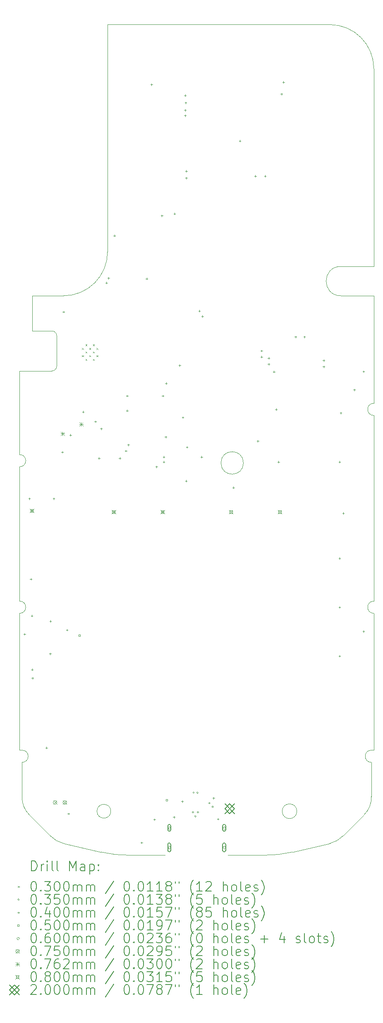
<source format=gbr>
%TF.GenerationSoftware,KiCad,Pcbnew,7.0.1*%
%TF.CreationDate,2023-03-17T22:45:02-07:00*%
%TF.ProjectId,TI-83x,54492d38-3378-42e6-9b69-6361645f7063,A*%
%TF.SameCoordinates,Original*%
%TF.FileFunction,Drillmap*%
%TF.FilePolarity,Positive*%
%FSLAX45Y45*%
G04 Gerber Fmt 4.5, Leading zero omitted, Abs format (unit mm)*
G04 Created by KiCad (PCBNEW 7.0.1) date 2023-03-17 22:45:02*
%MOMM*%
%LPD*%
G01*
G04 APERTURE LIST*
%ADD10C,0.100000*%
%ADD11C,0.200000*%
%ADD12C,0.030000*%
%ADD13C,0.035000*%
%ADD14C,0.040000*%
%ADD15C,0.050000*%
%ADD16C,0.060000*%
%ADD17C,0.075000*%
%ADD18C,0.076200*%
%ADD19C,0.080000*%
G04 APERTURE END LIST*
D10*
X9825552Y-19599680D02*
X10250000Y-19175000D01*
X10450000Y-14800000D02*
G75*
G03*
X10450000Y-15050000I0J-125000D01*
G01*
X4865000Y-19934999D02*
G75*
G03*
X5445000Y-20000000I551660J2302279D01*
G01*
X3200000Y-10090355D02*
X3200000Y-11800000D01*
X3825000Y-19600000D02*
G75*
G03*
X4100000Y-19759419I397410J368640D01*
G01*
X10450000Y-14800000D02*
X10450000Y-11000000D01*
X3250000Y-18100000D02*
X3250000Y-18800000D01*
X9550551Y-19759096D02*
G75*
G03*
X9825552Y-19599680I-122421J528086D01*
G01*
X8785000Y-19935000D02*
X9550552Y-19759099D01*
X3200000Y-12050000D02*
G75*
G03*
X3200000Y-11800000I0J125000D01*
G01*
X3250000Y-18100000D02*
G75*
G03*
X3250000Y-17850000I0J125000D01*
G01*
X10450000Y-8550000D02*
X9775000Y-8550000D01*
X4100000Y-8550000D02*
G75*
G03*
X5000000Y-7650000I0J900000D01*
G01*
X10450000Y-3900000D02*
G75*
G03*
X9550000Y-3000000I-900000J0D01*
G01*
X5066421Y-19100000D02*
G75*
G03*
X5066421Y-19100000I-141421J0D01*
G01*
X3200000Y-15050000D02*
G75*
G03*
X3200000Y-14800000I0J125000D01*
G01*
X10400000Y-17850000D02*
X10450000Y-17850000D01*
X3860000Y-10089645D02*
X3200000Y-10090355D01*
X10249998Y-19174998D02*
G75*
G03*
X10400000Y-18800000I-345538J355718D01*
G01*
X7780750Y-11971000D02*
G75*
G03*
X7780750Y-11971000I-230000J0D01*
G01*
X8205000Y-20000000D02*
X7461000Y-20000000D01*
X3249997Y-18800000D02*
G75*
G03*
X3400000Y-19175000I495543J-19280D01*
G01*
X3400000Y-19175000D02*
X3825000Y-19600000D01*
X10450000Y-17850000D02*
X10450000Y-15050000D01*
X3200000Y-15050000D02*
X3200000Y-17850000D01*
X3960000Y-9370000D02*
X3960000Y-9989289D01*
X8205000Y-19999999D02*
G75*
G03*
X8785000Y-19935000I28340J2367339D01*
G01*
X10450000Y-7950000D02*
X10450000Y-3900000D01*
X3860000Y-10089290D02*
G75*
G03*
X3960000Y-9989289I0J100000D01*
G01*
X9550000Y-3000000D02*
X5000000Y-3000000D01*
X5445000Y-20000000D02*
X6173000Y-20000000D01*
X10400000Y-17850000D02*
G75*
G03*
X10400000Y-18100000I0J-125000D01*
G01*
X9775000Y-7950000D02*
X10450000Y-7950000D01*
X3960000Y-9370000D02*
G75*
G03*
X3860000Y-9270000I-100000J0D01*
G01*
X3200000Y-12050000D02*
X3200000Y-14800000D01*
X8875000Y-19100000D02*
G75*
G03*
X8875000Y-19100000I-150000J0D01*
G01*
X3460000Y-8550000D02*
X4100000Y-8550000D01*
X3200000Y-17850000D02*
X3250000Y-17850000D01*
X3460000Y-9270000D02*
X3460000Y-8550000D01*
X3860000Y-9270000D02*
X3460000Y-9270000D01*
X10400000Y-18800000D02*
X10400000Y-18100000D01*
X10450000Y-10750000D02*
X10450000Y-8550000D01*
X4100000Y-19759419D02*
X4865000Y-19935000D01*
X10450000Y-10750000D02*
G75*
G03*
X10450000Y-11000000I0J-125000D01*
G01*
X5000000Y-3000000D02*
X5000000Y-7650000D01*
X9775000Y-7950000D02*
G75*
G03*
X9775000Y-8550000I0J-300000D01*
G01*
D11*
D12*
X4474750Y-9617000D02*
X4504750Y-9647000D01*
X4504750Y-9617000D02*
X4474750Y-9647000D01*
X4474750Y-9767000D02*
X4504750Y-9797000D01*
X4504750Y-9767000D02*
X4474750Y-9797000D01*
X4549750Y-9542000D02*
X4579750Y-9572000D01*
X4579750Y-9542000D02*
X4549750Y-9572000D01*
X4549750Y-9692000D02*
X4579750Y-9722000D01*
X4579750Y-9692000D02*
X4549750Y-9722000D01*
X4549750Y-9842000D02*
X4579750Y-9872000D01*
X4579750Y-9842000D02*
X4549750Y-9872000D01*
X4624750Y-9617000D02*
X4654750Y-9647000D01*
X4654750Y-9617000D02*
X4624750Y-9647000D01*
X4624750Y-9767000D02*
X4654750Y-9797000D01*
X4654750Y-9767000D02*
X4624750Y-9797000D01*
X4699750Y-9542000D02*
X4729750Y-9572000D01*
X4729750Y-9542000D02*
X4699750Y-9572000D01*
X4699750Y-9692000D02*
X4729750Y-9722000D01*
X4729750Y-9692000D02*
X4699750Y-9722000D01*
X4699750Y-9842000D02*
X4729750Y-9872000D01*
X4729750Y-9842000D02*
X4699750Y-9872000D01*
X4774750Y-9617000D02*
X4804750Y-9647000D01*
X4804750Y-9617000D02*
X4774750Y-9647000D01*
X4774750Y-9767000D02*
X4804750Y-9797000D01*
X4804750Y-9767000D02*
X4774750Y-9797000D01*
D13*
X6767500Y-19120000D02*
G75*
G03*
X6767500Y-19120000I-17500J0D01*
G01*
X6777500Y-18720000D02*
G75*
G03*
X6777500Y-18720000I-17500J0D01*
G01*
X6814535Y-19202965D02*
G75*
G03*
X6814535Y-19202965I-17500J0D01*
G01*
X6857500Y-18720000D02*
G75*
G03*
X6857500Y-18720000I-17500J0D01*
G01*
X6867500Y-19120000D02*
G75*
G03*
X6867500Y-19120000I-17500J0D01*
G01*
D14*
X3300000Y-15455000D02*
X3300000Y-15495000D01*
X3280000Y-15475000D02*
X3320000Y-15475000D01*
X3400000Y-12680000D02*
X3400000Y-12720000D01*
X3380000Y-12700000D02*
X3420000Y-12700000D01*
X3430000Y-14330000D02*
X3430000Y-14370000D01*
X3410000Y-14350000D02*
X3450000Y-14350000D01*
X3450000Y-15080000D02*
X3450000Y-15120000D01*
X3430000Y-15100000D02*
X3470000Y-15100000D01*
X3455000Y-16180000D02*
X3455000Y-16220000D01*
X3435000Y-16200000D02*
X3475000Y-16200000D01*
X3465050Y-16355000D02*
X3465050Y-16395000D01*
X3445050Y-16375000D02*
X3485050Y-16375000D01*
X3750000Y-17780000D02*
X3750000Y-17820000D01*
X3730000Y-17800000D02*
X3770000Y-17800000D01*
X3825000Y-15855000D02*
X3825000Y-15895000D01*
X3805000Y-15875000D02*
X3845000Y-15875000D01*
X3830000Y-15190000D02*
X3830000Y-15230000D01*
X3810000Y-15210000D02*
X3850000Y-15210000D01*
X3900000Y-12680000D02*
X3900000Y-12720000D01*
X3880000Y-12700000D02*
X3920000Y-12700000D01*
X4075000Y-11730000D02*
X4075000Y-11770000D01*
X4055000Y-11750000D02*
X4095000Y-11750000D01*
X4100000Y-8860000D02*
X4100000Y-8900000D01*
X4080000Y-8880000D02*
X4120000Y-8880000D01*
X4170000Y-15370000D02*
X4170000Y-15410000D01*
X4150000Y-15390000D02*
X4190000Y-15390000D01*
X4200000Y-19130000D02*
X4200000Y-19170000D01*
X4180000Y-19150000D02*
X4220000Y-19150000D01*
X4240000Y-11380000D02*
X4240000Y-11420000D01*
X4220000Y-11400000D02*
X4260000Y-11400000D01*
X4500000Y-10905000D02*
X4500000Y-10945000D01*
X4480000Y-10925000D02*
X4520000Y-10925000D01*
X4750000Y-11105000D02*
X4750000Y-11145000D01*
X4730000Y-11125000D02*
X4770000Y-11125000D01*
X4825000Y-11855000D02*
X4825000Y-11895000D01*
X4805000Y-11875000D02*
X4845000Y-11875000D01*
X4870000Y-11250000D02*
X4870000Y-11290000D01*
X4850000Y-11270000D02*
X4890000Y-11270000D01*
X4976230Y-8266230D02*
X4976230Y-8306230D01*
X4956230Y-8286230D02*
X4996230Y-8286230D01*
X5020000Y-8170000D02*
X5020000Y-8210000D01*
X5000000Y-8190000D02*
X5040000Y-8190000D01*
X5140000Y-7300000D02*
X5140000Y-7340000D01*
X5120000Y-7320000D02*
X5160000Y-7320000D01*
X5250000Y-11855000D02*
X5250000Y-11895000D01*
X5230000Y-11875000D02*
X5270000Y-11875000D01*
X5375000Y-11705000D02*
X5375000Y-11745000D01*
X5355000Y-11725000D02*
X5395000Y-11725000D01*
X5400000Y-10580000D02*
X5400000Y-10620000D01*
X5380000Y-10600000D02*
X5420000Y-10600000D01*
X5400000Y-10880000D02*
X5400000Y-10920000D01*
X5380000Y-10900000D02*
X5420000Y-10900000D01*
X5425000Y-11580000D02*
X5425000Y-11620000D01*
X5405000Y-11600000D02*
X5445000Y-11600000D01*
X5696000Y-19723000D02*
X5696000Y-19763000D01*
X5676000Y-19743000D02*
X5716000Y-19743000D01*
X5800000Y-8180000D02*
X5800000Y-8220000D01*
X5780000Y-8200000D02*
X5820000Y-8200000D01*
X5900000Y-4205000D02*
X5900000Y-4245000D01*
X5880000Y-4225000D02*
X5920000Y-4225000D01*
X5960000Y-19250000D02*
X5960000Y-19290000D01*
X5940000Y-19270000D02*
X5980000Y-19270000D01*
X6000000Y-12030000D02*
X6000000Y-12070000D01*
X5980000Y-12050000D02*
X6020000Y-12050000D01*
X6110000Y-6890000D02*
X6110000Y-6930000D01*
X6090000Y-6910000D02*
X6130000Y-6910000D01*
X6130000Y-10580000D02*
X6130000Y-10620000D01*
X6110000Y-10600000D02*
X6150000Y-10600000D01*
X6150000Y-11830000D02*
X6150000Y-11870000D01*
X6130000Y-11850000D02*
X6170000Y-11850000D01*
X6150000Y-11930000D02*
X6150000Y-11970000D01*
X6130000Y-11950000D02*
X6170000Y-11950000D01*
X6190000Y-11420000D02*
X6190000Y-11460000D01*
X6170000Y-11440000D02*
X6210000Y-11440000D01*
X6200000Y-10321950D02*
X6200000Y-10361950D01*
X6180000Y-10341950D02*
X6220000Y-10341950D01*
X6360000Y-19200000D02*
X6360000Y-19240000D01*
X6340000Y-19220000D02*
X6380000Y-19220000D01*
X6370000Y-6850000D02*
X6370000Y-6890000D01*
X6350000Y-6870000D02*
X6390000Y-6870000D01*
X6475000Y-9955000D02*
X6475000Y-9995000D01*
X6455000Y-9975000D02*
X6495000Y-9975000D01*
X6530000Y-18880000D02*
X6530000Y-18920000D01*
X6510000Y-18900000D02*
X6550000Y-18900000D01*
X6540000Y-11020000D02*
X6540000Y-11060000D01*
X6520000Y-11040000D02*
X6560000Y-11040000D01*
X6590000Y-4430000D02*
X6590000Y-4470000D01*
X6570000Y-4450000D02*
X6610000Y-4450000D01*
X6590000Y-4730000D02*
X6590000Y-4770000D01*
X6570000Y-4750000D02*
X6610000Y-4750000D01*
X6590000Y-4840000D02*
X6590000Y-4880000D01*
X6570000Y-4860000D02*
X6610000Y-4860000D01*
X6600000Y-4580000D02*
X6600000Y-4620000D01*
X6580000Y-4600000D02*
X6620000Y-4600000D01*
X6607929Y-12320000D02*
X6607929Y-12360000D01*
X6587929Y-12340000D02*
X6627929Y-12340000D01*
X6610000Y-5980000D02*
X6610000Y-6020000D01*
X6590000Y-6000000D02*
X6630000Y-6000000D01*
X6610000Y-6120000D02*
X6610000Y-6160000D01*
X6590000Y-6140000D02*
X6630000Y-6140000D01*
X6625000Y-11630000D02*
X6625000Y-11670000D01*
X6605000Y-11650000D02*
X6645000Y-11650000D01*
X6880000Y-8840000D02*
X6880000Y-8880000D01*
X6860000Y-8860000D02*
X6900000Y-8860000D01*
X6925000Y-11830000D02*
X6925000Y-11870000D01*
X6905000Y-11850000D02*
X6945000Y-11850000D01*
X6940000Y-8950000D02*
X6940000Y-8990000D01*
X6920000Y-8970000D02*
X6960000Y-8970000D01*
X7080000Y-18910000D02*
X7080000Y-18950000D01*
X7060000Y-18930000D02*
X7100000Y-18930000D01*
X7148810Y-18982493D02*
X7148810Y-19022493D01*
X7128810Y-19002493D02*
X7168810Y-19002493D01*
X7170000Y-18810000D02*
X7170000Y-18850000D01*
X7150000Y-18830000D02*
X7190000Y-18830000D01*
X7260000Y-19240000D02*
X7260000Y-19280000D01*
X7240000Y-19260000D02*
X7280000Y-19260000D01*
X7575000Y-12455000D02*
X7575000Y-12495000D01*
X7555000Y-12475000D02*
X7595000Y-12475000D01*
X7710000Y-5360000D02*
X7710000Y-5400000D01*
X7690000Y-5380000D02*
X7730000Y-5380000D01*
X8025000Y-6080000D02*
X8025000Y-6120000D01*
X8005000Y-6100000D02*
X8045000Y-6100000D01*
X8075000Y-11505000D02*
X8075000Y-11545000D01*
X8055000Y-11525000D02*
X8095000Y-11525000D01*
X8152550Y-9655000D02*
X8152550Y-9695000D01*
X8132550Y-9675000D02*
X8172550Y-9675000D01*
X8152550Y-9780000D02*
X8152550Y-9820000D01*
X8132550Y-9800000D02*
X8172550Y-9800000D01*
X8225000Y-6080000D02*
X8225000Y-6120000D01*
X8205000Y-6100000D02*
X8245000Y-6100000D01*
X8300000Y-9805000D02*
X8300000Y-9845000D01*
X8280000Y-9825000D02*
X8320000Y-9825000D01*
X8300000Y-9930000D02*
X8300000Y-9970000D01*
X8280000Y-9950000D02*
X8320000Y-9950000D01*
X8405566Y-10085566D02*
X8405566Y-10125566D01*
X8385566Y-10105566D02*
X8425566Y-10105566D01*
X8450000Y-10855000D02*
X8450000Y-10895000D01*
X8430000Y-10875000D02*
X8470000Y-10875000D01*
X8500000Y-11930000D02*
X8500000Y-11970000D01*
X8480000Y-11950000D02*
X8520000Y-11950000D01*
X8560000Y-4400000D02*
X8560000Y-4440000D01*
X8540000Y-4420000D02*
X8580000Y-4420000D01*
X8600000Y-4160000D02*
X8600000Y-4200000D01*
X8580000Y-4180000D02*
X8620000Y-4180000D01*
X8850000Y-9370000D02*
X8850000Y-9410000D01*
X8830000Y-9390000D02*
X8870000Y-9390000D01*
X9030000Y-9370000D02*
X9030000Y-9410000D01*
X9010000Y-9390000D02*
X9050000Y-9390000D01*
X9425000Y-9855000D02*
X9425000Y-9895000D01*
X9405000Y-9875000D02*
X9445000Y-9875000D01*
X9425000Y-9980000D02*
X9425000Y-10020000D01*
X9405000Y-10000000D02*
X9445000Y-10000000D01*
X9750000Y-11930000D02*
X9750000Y-11970000D01*
X9730000Y-11950000D02*
X9770000Y-11950000D01*
X9750000Y-13905000D02*
X9750000Y-13945000D01*
X9730000Y-13925000D02*
X9770000Y-13925000D01*
X9750000Y-14905000D02*
X9750000Y-14945000D01*
X9730000Y-14925000D02*
X9770000Y-14925000D01*
X9750000Y-15905000D02*
X9750000Y-15945000D01*
X9730000Y-15925000D02*
X9770000Y-15925000D01*
X9775000Y-10930000D02*
X9775000Y-10970000D01*
X9755000Y-10950000D02*
X9795000Y-10950000D01*
X9825000Y-12980000D02*
X9825000Y-13020000D01*
X9805000Y-13000000D02*
X9845000Y-13000000D01*
X10050000Y-10455000D02*
X10050000Y-10495000D01*
X10030000Y-10475000D02*
X10070000Y-10475000D01*
X10240000Y-10080000D02*
X10240000Y-10120000D01*
X10220000Y-10100000D02*
X10260000Y-10100000D01*
X10240000Y-15400000D02*
X10240000Y-15440000D01*
X10220000Y-15420000D02*
X10260000Y-15420000D01*
D15*
X4442678Y-15517678D02*
X4442678Y-15482322D01*
X4407322Y-15482322D01*
X4407322Y-15517678D01*
X4442678Y-15517678D01*
X6227678Y-18887678D02*
X6227678Y-18852322D01*
X6192322Y-18852322D01*
X6192322Y-18887678D01*
X6227678Y-18887678D01*
D16*
X6263000Y-19470000D02*
X6293000Y-19440000D01*
X6263000Y-19410000D01*
X6233000Y-19440000D01*
X6263000Y-19470000D01*
D11*
X6233000Y-19400000D02*
X6233000Y-19480000D01*
X6233000Y-19480000D02*
G75*
G03*
X6293000Y-19480000I30000J0D01*
G01*
X6293000Y-19480000D02*
X6293000Y-19400000D01*
X6293000Y-19400000D02*
G75*
G03*
X6233000Y-19400000I-30000J0D01*
G01*
D16*
X6263000Y-19870000D02*
X6293000Y-19840000D01*
X6263000Y-19810000D01*
X6233000Y-19840000D01*
X6263000Y-19870000D01*
D11*
X6233000Y-19780000D02*
X6233000Y-19900000D01*
X6233000Y-19900000D02*
G75*
G03*
X6293000Y-19900000I30000J0D01*
G01*
X6293000Y-19900000D02*
X6293000Y-19780000D01*
X6293000Y-19780000D02*
G75*
G03*
X6233000Y-19780000I-30000J0D01*
G01*
D16*
X7387000Y-19470000D02*
X7417000Y-19440000D01*
X7387000Y-19410000D01*
X7357000Y-19440000D01*
X7387000Y-19470000D01*
D11*
X7357000Y-19400000D02*
X7357000Y-19480000D01*
X7357000Y-19480000D02*
G75*
G03*
X7417000Y-19480000I30000J0D01*
G01*
X7417000Y-19480000D02*
X7417000Y-19400000D01*
X7417000Y-19400000D02*
G75*
G03*
X7357000Y-19400000I-30000J0D01*
G01*
D16*
X7387000Y-19870000D02*
X7417000Y-19840000D01*
X7387000Y-19810000D01*
X7357000Y-19840000D01*
X7387000Y-19870000D01*
D11*
X7357000Y-19780000D02*
X7357000Y-19900000D01*
X7357000Y-19900000D02*
G75*
G03*
X7417000Y-19900000I30000J0D01*
G01*
X7417000Y-19900000D02*
X7417000Y-19780000D01*
X7417000Y-19780000D02*
G75*
G03*
X7357000Y-19780000I-30000J0D01*
G01*
D17*
X3887500Y-18882500D02*
X3962500Y-18957500D01*
X3962500Y-18882500D02*
X3887500Y-18957500D01*
X3962500Y-18920000D02*
G75*
G03*
X3962500Y-18920000I-37500J0D01*
G01*
X4087500Y-18882500D02*
X4162500Y-18957500D01*
X4162500Y-18882500D02*
X4087500Y-18957500D01*
X4162500Y-18920000D02*
G75*
G03*
X4162500Y-18920000I-37500J0D01*
G01*
D18*
X4041900Y-11331900D02*
X4118100Y-11408100D01*
X4118100Y-11331900D02*
X4041900Y-11408100D01*
X4080000Y-11331900D02*
X4080000Y-11408100D01*
X4041900Y-11370000D02*
X4118100Y-11370000D01*
X4421900Y-11141900D02*
X4498100Y-11218100D01*
X4498100Y-11141900D02*
X4421900Y-11218100D01*
X4460000Y-11141900D02*
X4460000Y-11218100D01*
X4421900Y-11180000D02*
X4498100Y-11180000D01*
D19*
X3410000Y-12910000D02*
X3490000Y-12990000D01*
X3490000Y-12910000D02*
X3410000Y-12990000D01*
X3478284Y-12978284D02*
X3478284Y-12921715D01*
X3421715Y-12921715D01*
X3421715Y-12978284D01*
X3478284Y-12978284D01*
X5085000Y-12935000D02*
X5165000Y-13015000D01*
X5165000Y-12935000D02*
X5085000Y-13015000D01*
X5153285Y-13003284D02*
X5153285Y-12946715D01*
X5096716Y-12946715D01*
X5096716Y-13003284D01*
X5153285Y-13003284D01*
X6085000Y-12935000D02*
X6165000Y-13015000D01*
X6165000Y-12935000D02*
X6085000Y-13015000D01*
X6153284Y-13003284D02*
X6153284Y-12946715D01*
X6096715Y-12946715D01*
X6096715Y-13003284D01*
X6153284Y-13003284D01*
X7485000Y-12935000D02*
X7565000Y-13015000D01*
X7565000Y-12935000D02*
X7485000Y-13015000D01*
X7553284Y-13003284D02*
X7553284Y-12946715D01*
X7496715Y-12946715D01*
X7496715Y-13003284D01*
X7553284Y-13003284D01*
X8485000Y-12934937D02*
X8565000Y-13014937D01*
X8565000Y-12934937D02*
X8485000Y-13014937D01*
X8553285Y-13003222D02*
X8553285Y-12946653D01*
X8496716Y-12946653D01*
X8496716Y-13003222D01*
X8553285Y-13003222D01*
D11*
X7400000Y-18950000D02*
X7600000Y-19150000D01*
X7600000Y-18950000D02*
X7400000Y-19150000D01*
X7500000Y-19150000D02*
X7600000Y-19050000D01*
X7500000Y-18950000D01*
X7400000Y-19050000D01*
X7500000Y-19150000D01*
X3442619Y-20317693D02*
X3442619Y-20117693D01*
X3442619Y-20117693D02*
X3490238Y-20117693D01*
X3490238Y-20117693D02*
X3518809Y-20127217D01*
X3518809Y-20127217D02*
X3537857Y-20146265D01*
X3537857Y-20146265D02*
X3547381Y-20165312D01*
X3547381Y-20165312D02*
X3556905Y-20203408D01*
X3556905Y-20203408D02*
X3556905Y-20231979D01*
X3556905Y-20231979D02*
X3547381Y-20270074D01*
X3547381Y-20270074D02*
X3537857Y-20289122D01*
X3537857Y-20289122D02*
X3518809Y-20308170D01*
X3518809Y-20308170D02*
X3490238Y-20317693D01*
X3490238Y-20317693D02*
X3442619Y-20317693D01*
X3642619Y-20317693D02*
X3642619Y-20184360D01*
X3642619Y-20222455D02*
X3652143Y-20203408D01*
X3652143Y-20203408D02*
X3661667Y-20193884D01*
X3661667Y-20193884D02*
X3680714Y-20184360D01*
X3680714Y-20184360D02*
X3699762Y-20184360D01*
X3766428Y-20317693D02*
X3766428Y-20184360D01*
X3766428Y-20117693D02*
X3756905Y-20127217D01*
X3756905Y-20127217D02*
X3766428Y-20136741D01*
X3766428Y-20136741D02*
X3775952Y-20127217D01*
X3775952Y-20127217D02*
X3766428Y-20117693D01*
X3766428Y-20117693D02*
X3766428Y-20136741D01*
X3890238Y-20317693D02*
X3871190Y-20308170D01*
X3871190Y-20308170D02*
X3861667Y-20289122D01*
X3861667Y-20289122D02*
X3861667Y-20117693D01*
X3995000Y-20317693D02*
X3975952Y-20308170D01*
X3975952Y-20308170D02*
X3966428Y-20289122D01*
X3966428Y-20289122D02*
X3966428Y-20117693D01*
X4223571Y-20317693D02*
X4223571Y-20117693D01*
X4223571Y-20117693D02*
X4290238Y-20260551D01*
X4290238Y-20260551D02*
X4356905Y-20117693D01*
X4356905Y-20117693D02*
X4356905Y-20317693D01*
X4537857Y-20317693D02*
X4537857Y-20212932D01*
X4537857Y-20212932D02*
X4528333Y-20193884D01*
X4528333Y-20193884D02*
X4509286Y-20184360D01*
X4509286Y-20184360D02*
X4471190Y-20184360D01*
X4471190Y-20184360D02*
X4452143Y-20193884D01*
X4537857Y-20308170D02*
X4518810Y-20317693D01*
X4518810Y-20317693D02*
X4471190Y-20317693D01*
X4471190Y-20317693D02*
X4452143Y-20308170D01*
X4452143Y-20308170D02*
X4442619Y-20289122D01*
X4442619Y-20289122D02*
X4442619Y-20270074D01*
X4442619Y-20270074D02*
X4452143Y-20251027D01*
X4452143Y-20251027D02*
X4471190Y-20241503D01*
X4471190Y-20241503D02*
X4518810Y-20241503D01*
X4518810Y-20241503D02*
X4537857Y-20231979D01*
X4633095Y-20184360D02*
X4633095Y-20384360D01*
X4633095Y-20193884D02*
X4652143Y-20184360D01*
X4652143Y-20184360D02*
X4690238Y-20184360D01*
X4690238Y-20184360D02*
X4709286Y-20193884D01*
X4709286Y-20193884D02*
X4718810Y-20203408D01*
X4718810Y-20203408D02*
X4728333Y-20222455D01*
X4728333Y-20222455D02*
X4728333Y-20279598D01*
X4728333Y-20279598D02*
X4718810Y-20298646D01*
X4718810Y-20298646D02*
X4709286Y-20308170D01*
X4709286Y-20308170D02*
X4690238Y-20317693D01*
X4690238Y-20317693D02*
X4652143Y-20317693D01*
X4652143Y-20317693D02*
X4633095Y-20308170D01*
X4814048Y-20298646D02*
X4823571Y-20308170D01*
X4823571Y-20308170D02*
X4814048Y-20317693D01*
X4814048Y-20317693D02*
X4804524Y-20308170D01*
X4804524Y-20308170D02*
X4814048Y-20298646D01*
X4814048Y-20298646D02*
X4814048Y-20317693D01*
X4814048Y-20193884D02*
X4823571Y-20203408D01*
X4823571Y-20203408D02*
X4814048Y-20212932D01*
X4814048Y-20212932D02*
X4804524Y-20203408D01*
X4804524Y-20203408D02*
X4814048Y-20193884D01*
X4814048Y-20193884D02*
X4814048Y-20212932D01*
D12*
X3165000Y-20630170D02*
X3195000Y-20660170D01*
X3195000Y-20630170D02*
X3165000Y-20660170D01*
D11*
X3480714Y-20537693D02*
X3499762Y-20537693D01*
X3499762Y-20537693D02*
X3518809Y-20547217D01*
X3518809Y-20547217D02*
X3528333Y-20556741D01*
X3528333Y-20556741D02*
X3537857Y-20575789D01*
X3537857Y-20575789D02*
X3547381Y-20613884D01*
X3547381Y-20613884D02*
X3547381Y-20661503D01*
X3547381Y-20661503D02*
X3537857Y-20699598D01*
X3537857Y-20699598D02*
X3528333Y-20718646D01*
X3528333Y-20718646D02*
X3518809Y-20728170D01*
X3518809Y-20728170D02*
X3499762Y-20737693D01*
X3499762Y-20737693D02*
X3480714Y-20737693D01*
X3480714Y-20737693D02*
X3461667Y-20728170D01*
X3461667Y-20728170D02*
X3452143Y-20718646D01*
X3452143Y-20718646D02*
X3442619Y-20699598D01*
X3442619Y-20699598D02*
X3433095Y-20661503D01*
X3433095Y-20661503D02*
X3433095Y-20613884D01*
X3433095Y-20613884D02*
X3442619Y-20575789D01*
X3442619Y-20575789D02*
X3452143Y-20556741D01*
X3452143Y-20556741D02*
X3461667Y-20547217D01*
X3461667Y-20547217D02*
X3480714Y-20537693D01*
X3633095Y-20718646D02*
X3642619Y-20728170D01*
X3642619Y-20728170D02*
X3633095Y-20737693D01*
X3633095Y-20737693D02*
X3623571Y-20728170D01*
X3623571Y-20728170D02*
X3633095Y-20718646D01*
X3633095Y-20718646D02*
X3633095Y-20737693D01*
X3709286Y-20537693D02*
X3833095Y-20537693D01*
X3833095Y-20537693D02*
X3766428Y-20613884D01*
X3766428Y-20613884D02*
X3795000Y-20613884D01*
X3795000Y-20613884D02*
X3814048Y-20623408D01*
X3814048Y-20623408D02*
X3823571Y-20632932D01*
X3823571Y-20632932D02*
X3833095Y-20651979D01*
X3833095Y-20651979D02*
X3833095Y-20699598D01*
X3833095Y-20699598D02*
X3823571Y-20718646D01*
X3823571Y-20718646D02*
X3814048Y-20728170D01*
X3814048Y-20728170D02*
X3795000Y-20737693D01*
X3795000Y-20737693D02*
X3737857Y-20737693D01*
X3737857Y-20737693D02*
X3718809Y-20728170D01*
X3718809Y-20728170D02*
X3709286Y-20718646D01*
X3956905Y-20537693D02*
X3975952Y-20537693D01*
X3975952Y-20537693D02*
X3995000Y-20547217D01*
X3995000Y-20547217D02*
X4004524Y-20556741D01*
X4004524Y-20556741D02*
X4014048Y-20575789D01*
X4014048Y-20575789D02*
X4023571Y-20613884D01*
X4023571Y-20613884D02*
X4023571Y-20661503D01*
X4023571Y-20661503D02*
X4014048Y-20699598D01*
X4014048Y-20699598D02*
X4004524Y-20718646D01*
X4004524Y-20718646D02*
X3995000Y-20728170D01*
X3995000Y-20728170D02*
X3975952Y-20737693D01*
X3975952Y-20737693D02*
X3956905Y-20737693D01*
X3956905Y-20737693D02*
X3937857Y-20728170D01*
X3937857Y-20728170D02*
X3928333Y-20718646D01*
X3928333Y-20718646D02*
X3918809Y-20699598D01*
X3918809Y-20699598D02*
X3909286Y-20661503D01*
X3909286Y-20661503D02*
X3909286Y-20613884D01*
X3909286Y-20613884D02*
X3918809Y-20575789D01*
X3918809Y-20575789D02*
X3928333Y-20556741D01*
X3928333Y-20556741D02*
X3937857Y-20547217D01*
X3937857Y-20547217D02*
X3956905Y-20537693D01*
X4147381Y-20537693D02*
X4166429Y-20537693D01*
X4166429Y-20537693D02*
X4185476Y-20547217D01*
X4185476Y-20547217D02*
X4195000Y-20556741D01*
X4195000Y-20556741D02*
X4204524Y-20575789D01*
X4204524Y-20575789D02*
X4214048Y-20613884D01*
X4214048Y-20613884D02*
X4214048Y-20661503D01*
X4214048Y-20661503D02*
X4204524Y-20699598D01*
X4204524Y-20699598D02*
X4195000Y-20718646D01*
X4195000Y-20718646D02*
X4185476Y-20728170D01*
X4185476Y-20728170D02*
X4166429Y-20737693D01*
X4166429Y-20737693D02*
X4147381Y-20737693D01*
X4147381Y-20737693D02*
X4128333Y-20728170D01*
X4128333Y-20728170D02*
X4118809Y-20718646D01*
X4118809Y-20718646D02*
X4109286Y-20699598D01*
X4109286Y-20699598D02*
X4099762Y-20661503D01*
X4099762Y-20661503D02*
X4099762Y-20613884D01*
X4099762Y-20613884D02*
X4109286Y-20575789D01*
X4109286Y-20575789D02*
X4118809Y-20556741D01*
X4118809Y-20556741D02*
X4128333Y-20547217D01*
X4128333Y-20547217D02*
X4147381Y-20537693D01*
X4299762Y-20737693D02*
X4299762Y-20604360D01*
X4299762Y-20623408D02*
X4309286Y-20613884D01*
X4309286Y-20613884D02*
X4328333Y-20604360D01*
X4328333Y-20604360D02*
X4356905Y-20604360D01*
X4356905Y-20604360D02*
X4375952Y-20613884D01*
X4375952Y-20613884D02*
X4385476Y-20632932D01*
X4385476Y-20632932D02*
X4385476Y-20737693D01*
X4385476Y-20632932D02*
X4395000Y-20613884D01*
X4395000Y-20613884D02*
X4414048Y-20604360D01*
X4414048Y-20604360D02*
X4442619Y-20604360D01*
X4442619Y-20604360D02*
X4461667Y-20613884D01*
X4461667Y-20613884D02*
X4471191Y-20632932D01*
X4471191Y-20632932D02*
X4471191Y-20737693D01*
X4566429Y-20737693D02*
X4566429Y-20604360D01*
X4566429Y-20623408D02*
X4575952Y-20613884D01*
X4575952Y-20613884D02*
X4595000Y-20604360D01*
X4595000Y-20604360D02*
X4623572Y-20604360D01*
X4623572Y-20604360D02*
X4642619Y-20613884D01*
X4642619Y-20613884D02*
X4652143Y-20632932D01*
X4652143Y-20632932D02*
X4652143Y-20737693D01*
X4652143Y-20632932D02*
X4661667Y-20613884D01*
X4661667Y-20613884D02*
X4680714Y-20604360D01*
X4680714Y-20604360D02*
X4709286Y-20604360D01*
X4709286Y-20604360D02*
X4728333Y-20613884D01*
X4728333Y-20613884D02*
X4737857Y-20632932D01*
X4737857Y-20632932D02*
X4737857Y-20737693D01*
X5128333Y-20528170D02*
X4956905Y-20785312D01*
X5385476Y-20537693D02*
X5404524Y-20537693D01*
X5404524Y-20537693D02*
X5423572Y-20547217D01*
X5423572Y-20547217D02*
X5433095Y-20556741D01*
X5433095Y-20556741D02*
X5442619Y-20575789D01*
X5442619Y-20575789D02*
X5452143Y-20613884D01*
X5452143Y-20613884D02*
X5452143Y-20661503D01*
X5452143Y-20661503D02*
X5442619Y-20699598D01*
X5442619Y-20699598D02*
X5433095Y-20718646D01*
X5433095Y-20718646D02*
X5423572Y-20728170D01*
X5423572Y-20728170D02*
X5404524Y-20737693D01*
X5404524Y-20737693D02*
X5385476Y-20737693D01*
X5385476Y-20737693D02*
X5366429Y-20728170D01*
X5366429Y-20728170D02*
X5356905Y-20718646D01*
X5356905Y-20718646D02*
X5347381Y-20699598D01*
X5347381Y-20699598D02*
X5337857Y-20661503D01*
X5337857Y-20661503D02*
X5337857Y-20613884D01*
X5337857Y-20613884D02*
X5347381Y-20575789D01*
X5347381Y-20575789D02*
X5356905Y-20556741D01*
X5356905Y-20556741D02*
X5366429Y-20547217D01*
X5366429Y-20547217D02*
X5385476Y-20537693D01*
X5537857Y-20718646D02*
X5547381Y-20728170D01*
X5547381Y-20728170D02*
X5537857Y-20737693D01*
X5537857Y-20737693D02*
X5528334Y-20728170D01*
X5528334Y-20728170D02*
X5537857Y-20718646D01*
X5537857Y-20718646D02*
X5537857Y-20737693D01*
X5671191Y-20537693D02*
X5690238Y-20537693D01*
X5690238Y-20537693D02*
X5709286Y-20547217D01*
X5709286Y-20547217D02*
X5718810Y-20556741D01*
X5718810Y-20556741D02*
X5728333Y-20575789D01*
X5728333Y-20575789D02*
X5737857Y-20613884D01*
X5737857Y-20613884D02*
X5737857Y-20661503D01*
X5737857Y-20661503D02*
X5728333Y-20699598D01*
X5728333Y-20699598D02*
X5718810Y-20718646D01*
X5718810Y-20718646D02*
X5709286Y-20728170D01*
X5709286Y-20728170D02*
X5690238Y-20737693D01*
X5690238Y-20737693D02*
X5671191Y-20737693D01*
X5671191Y-20737693D02*
X5652143Y-20728170D01*
X5652143Y-20728170D02*
X5642619Y-20718646D01*
X5642619Y-20718646D02*
X5633095Y-20699598D01*
X5633095Y-20699598D02*
X5623572Y-20661503D01*
X5623572Y-20661503D02*
X5623572Y-20613884D01*
X5623572Y-20613884D02*
X5633095Y-20575789D01*
X5633095Y-20575789D02*
X5642619Y-20556741D01*
X5642619Y-20556741D02*
X5652143Y-20547217D01*
X5652143Y-20547217D02*
X5671191Y-20537693D01*
X5928333Y-20737693D02*
X5814048Y-20737693D01*
X5871191Y-20737693D02*
X5871191Y-20537693D01*
X5871191Y-20537693D02*
X5852143Y-20566265D01*
X5852143Y-20566265D02*
X5833095Y-20585312D01*
X5833095Y-20585312D02*
X5814048Y-20594836D01*
X6118810Y-20737693D02*
X6004524Y-20737693D01*
X6061667Y-20737693D02*
X6061667Y-20537693D01*
X6061667Y-20537693D02*
X6042619Y-20566265D01*
X6042619Y-20566265D02*
X6023572Y-20585312D01*
X6023572Y-20585312D02*
X6004524Y-20594836D01*
X6233095Y-20623408D02*
X6214048Y-20613884D01*
X6214048Y-20613884D02*
X6204524Y-20604360D01*
X6204524Y-20604360D02*
X6195000Y-20585312D01*
X6195000Y-20585312D02*
X6195000Y-20575789D01*
X6195000Y-20575789D02*
X6204524Y-20556741D01*
X6204524Y-20556741D02*
X6214048Y-20547217D01*
X6214048Y-20547217D02*
X6233095Y-20537693D01*
X6233095Y-20537693D02*
X6271191Y-20537693D01*
X6271191Y-20537693D02*
X6290238Y-20547217D01*
X6290238Y-20547217D02*
X6299762Y-20556741D01*
X6299762Y-20556741D02*
X6309286Y-20575789D01*
X6309286Y-20575789D02*
X6309286Y-20585312D01*
X6309286Y-20585312D02*
X6299762Y-20604360D01*
X6299762Y-20604360D02*
X6290238Y-20613884D01*
X6290238Y-20613884D02*
X6271191Y-20623408D01*
X6271191Y-20623408D02*
X6233095Y-20623408D01*
X6233095Y-20623408D02*
X6214048Y-20632932D01*
X6214048Y-20632932D02*
X6204524Y-20642455D01*
X6204524Y-20642455D02*
X6195000Y-20661503D01*
X6195000Y-20661503D02*
X6195000Y-20699598D01*
X6195000Y-20699598D02*
X6204524Y-20718646D01*
X6204524Y-20718646D02*
X6214048Y-20728170D01*
X6214048Y-20728170D02*
X6233095Y-20737693D01*
X6233095Y-20737693D02*
X6271191Y-20737693D01*
X6271191Y-20737693D02*
X6290238Y-20728170D01*
X6290238Y-20728170D02*
X6299762Y-20718646D01*
X6299762Y-20718646D02*
X6309286Y-20699598D01*
X6309286Y-20699598D02*
X6309286Y-20661503D01*
X6309286Y-20661503D02*
X6299762Y-20642455D01*
X6299762Y-20642455D02*
X6290238Y-20632932D01*
X6290238Y-20632932D02*
X6271191Y-20623408D01*
X6385476Y-20537693D02*
X6385476Y-20575789D01*
X6461667Y-20537693D02*
X6461667Y-20575789D01*
X6756905Y-20813884D02*
X6747381Y-20804360D01*
X6747381Y-20804360D02*
X6728334Y-20775789D01*
X6728334Y-20775789D02*
X6718810Y-20756741D01*
X6718810Y-20756741D02*
X6709286Y-20728170D01*
X6709286Y-20728170D02*
X6699762Y-20680551D01*
X6699762Y-20680551D02*
X6699762Y-20642455D01*
X6699762Y-20642455D02*
X6709286Y-20594836D01*
X6709286Y-20594836D02*
X6718810Y-20566265D01*
X6718810Y-20566265D02*
X6728334Y-20547217D01*
X6728334Y-20547217D02*
X6747381Y-20518646D01*
X6747381Y-20518646D02*
X6756905Y-20509122D01*
X6937857Y-20737693D02*
X6823572Y-20737693D01*
X6880714Y-20737693D02*
X6880714Y-20537693D01*
X6880714Y-20537693D02*
X6861667Y-20566265D01*
X6861667Y-20566265D02*
X6842619Y-20585312D01*
X6842619Y-20585312D02*
X6823572Y-20594836D01*
X7014048Y-20556741D02*
X7023572Y-20547217D01*
X7023572Y-20547217D02*
X7042619Y-20537693D01*
X7042619Y-20537693D02*
X7090238Y-20537693D01*
X7090238Y-20537693D02*
X7109286Y-20547217D01*
X7109286Y-20547217D02*
X7118810Y-20556741D01*
X7118810Y-20556741D02*
X7128334Y-20575789D01*
X7128334Y-20575789D02*
X7128334Y-20594836D01*
X7128334Y-20594836D02*
X7118810Y-20623408D01*
X7118810Y-20623408D02*
X7004524Y-20737693D01*
X7004524Y-20737693D02*
X7128334Y-20737693D01*
X7366429Y-20737693D02*
X7366429Y-20537693D01*
X7452143Y-20737693D02*
X7452143Y-20632932D01*
X7452143Y-20632932D02*
X7442619Y-20613884D01*
X7442619Y-20613884D02*
X7423572Y-20604360D01*
X7423572Y-20604360D02*
X7395000Y-20604360D01*
X7395000Y-20604360D02*
X7375953Y-20613884D01*
X7375953Y-20613884D02*
X7366429Y-20623408D01*
X7575953Y-20737693D02*
X7556905Y-20728170D01*
X7556905Y-20728170D02*
X7547381Y-20718646D01*
X7547381Y-20718646D02*
X7537857Y-20699598D01*
X7537857Y-20699598D02*
X7537857Y-20642455D01*
X7537857Y-20642455D02*
X7547381Y-20623408D01*
X7547381Y-20623408D02*
X7556905Y-20613884D01*
X7556905Y-20613884D02*
X7575953Y-20604360D01*
X7575953Y-20604360D02*
X7604524Y-20604360D01*
X7604524Y-20604360D02*
X7623572Y-20613884D01*
X7623572Y-20613884D02*
X7633096Y-20623408D01*
X7633096Y-20623408D02*
X7642619Y-20642455D01*
X7642619Y-20642455D02*
X7642619Y-20699598D01*
X7642619Y-20699598D02*
X7633096Y-20718646D01*
X7633096Y-20718646D02*
X7623572Y-20728170D01*
X7623572Y-20728170D02*
X7604524Y-20737693D01*
X7604524Y-20737693D02*
X7575953Y-20737693D01*
X7756905Y-20737693D02*
X7737857Y-20728170D01*
X7737857Y-20728170D02*
X7728334Y-20709122D01*
X7728334Y-20709122D02*
X7728334Y-20537693D01*
X7909286Y-20728170D02*
X7890238Y-20737693D01*
X7890238Y-20737693D02*
X7852143Y-20737693D01*
X7852143Y-20737693D02*
X7833096Y-20728170D01*
X7833096Y-20728170D02*
X7823572Y-20709122D01*
X7823572Y-20709122D02*
X7823572Y-20632932D01*
X7823572Y-20632932D02*
X7833096Y-20613884D01*
X7833096Y-20613884D02*
X7852143Y-20604360D01*
X7852143Y-20604360D02*
X7890238Y-20604360D01*
X7890238Y-20604360D02*
X7909286Y-20613884D01*
X7909286Y-20613884D02*
X7918810Y-20632932D01*
X7918810Y-20632932D02*
X7918810Y-20651979D01*
X7918810Y-20651979D02*
X7823572Y-20671027D01*
X7995000Y-20728170D02*
X8014048Y-20737693D01*
X8014048Y-20737693D02*
X8052143Y-20737693D01*
X8052143Y-20737693D02*
X8071191Y-20728170D01*
X8071191Y-20728170D02*
X8080715Y-20709122D01*
X8080715Y-20709122D02*
X8080715Y-20699598D01*
X8080715Y-20699598D02*
X8071191Y-20680551D01*
X8071191Y-20680551D02*
X8052143Y-20671027D01*
X8052143Y-20671027D02*
X8023572Y-20671027D01*
X8023572Y-20671027D02*
X8004524Y-20661503D01*
X8004524Y-20661503D02*
X7995000Y-20642455D01*
X7995000Y-20642455D02*
X7995000Y-20632932D01*
X7995000Y-20632932D02*
X8004524Y-20613884D01*
X8004524Y-20613884D02*
X8023572Y-20604360D01*
X8023572Y-20604360D02*
X8052143Y-20604360D01*
X8052143Y-20604360D02*
X8071191Y-20613884D01*
X8147381Y-20813884D02*
X8156905Y-20804360D01*
X8156905Y-20804360D02*
X8175953Y-20775789D01*
X8175953Y-20775789D02*
X8185477Y-20756741D01*
X8185477Y-20756741D02*
X8195000Y-20728170D01*
X8195000Y-20728170D02*
X8204524Y-20680551D01*
X8204524Y-20680551D02*
X8204524Y-20642455D01*
X8204524Y-20642455D02*
X8195000Y-20594836D01*
X8195000Y-20594836D02*
X8185477Y-20566265D01*
X8185477Y-20566265D02*
X8175953Y-20547217D01*
X8175953Y-20547217D02*
X8156905Y-20518646D01*
X8156905Y-20518646D02*
X8147381Y-20509122D01*
D13*
X3195000Y-20909170D02*
G75*
G03*
X3195000Y-20909170I-17500J0D01*
G01*
D11*
X3480714Y-20801693D02*
X3499762Y-20801693D01*
X3499762Y-20801693D02*
X3518809Y-20811217D01*
X3518809Y-20811217D02*
X3528333Y-20820741D01*
X3528333Y-20820741D02*
X3537857Y-20839789D01*
X3537857Y-20839789D02*
X3547381Y-20877884D01*
X3547381Y-20877884D02*
X3547381Y-20925503D01*
X3547381Y-20925503D02*
X3537857Y-20963598D01*
X3537857Y-20963598D02*
X3528333Y-20982646D01*
X3528333Y-20982646D02*
X3518809Y-20992170D01*
X3518809Y-20992170D02*
X3499762Y-21001693D01*
X3499762Y-21001693D02*
X3480714Y-21001693D01*
X3480714Y-21001693D02*
X3461667Y-20992170D01*
X3461667Y-20992170D02*
X3452143Y-20982646D01*
X3452143Y-20982646D02*
X3442619Y-20963598D01*
X3442619Y-20963598D02*
X3433095Y-20925503D01*
X3433095Y-20925503D02*
X3433095Y-20877884D01*
X3433095Y-20877884D02*
X3442619Y-20839789D01*
X3442619Y-20839789D02*
X3452143Y-20820741D01*
X3452143Y-20820741D02*
X3461667Y-20811217D01*
X3461667Y-20811217D02*
X3480714Y-20801693D01*
X3633095Y-20982646D02*
X3642619Y-20992170D01*
X3642619Y-20992170D02*
X3633095Y-21001693D01*
X3633095Y-21001693D02*
X3623571Y-20992170D01*
X3623571Y-20992170D02*
X3633095Y-20982646D01*
X3633095Y-20982646D02*
X3633095Y-21001693D01*
X3709286Y-20801693D02*
X3833095Y-20801693D01*
X3833095Y-20801693D02*
X3766428Y-20877884D01*
X3766428Y-20877884D02*
X3795000Y-20877884D01*
X3795000Y-20877884D02*
X3814048Y-20887408D01*
X3814048Y-20887408D02*
X3823571Y-20896932D01*
X3823571Y-20896932D02*
X3833095Y-20915979D01*
X3833095Y-20915979D02*
X3833095Y-20963598D01*
X3833095Y-20963598D02*
X3823571Y-20982646D01*
X3823571Y-20982646D02*
X3814048Y-20992170D01*
X3814048Y-20992170D02*
X3795000Y-21001693D01*
X3795000Y-21001693D02*
X3737857Y-21001693D01*
X3737857Y-21001693D02*
X3718809Y-20992170D01*
X3718809Y-20992170D02*
X3709286Y-20982646D01*
X4014048Y-20801693D02*
X3918809Y-20801693D01*
X3918809Y-20801693D02*
X3909286Y-20896932D01*
X3909286Y-20896932D02*
X3918809Y-20887408D01*
X3918809Y-20887408D02*
X3937857Y-20877884D01*
X3937857Y-20877884D02*
X3985476Y-20877884D01*
X3985476Y-20877884D02*
X4004524Y-20887408D01*
X4004524Y-20887408D02*
X4014048Y-20896932D01*
X4014048Y-20896932D02*
X4023571Y-20915979D01*
X4023571Y-20915979D02*
X4023571Y-20963598D01*
X4023571Y-20963598D02*
X4014048Y-20982646D01*
X4014048Y-20982646D02*
X4004524Y-20992170D01*
X4004524Y-20992170D02*
X3985476Y-21001693D01*
X3985476Y-21001693D02*
X3937857Y-21001693D01*
X3937857Y-21001693D02*
X3918809Y-20992170D01*
X3918809Y-20992170D02*
X3909286Y-20982646D01*
X4147381Y-20801693D02*
X4166429Y-20801693D01*
X4166429Y-20801693D02*
X4185476Y-20811217D01*
X4185476Y-20811217D02*
X4195000Y-20820741D01*
X4195000Y-20820741D02*
X4204524Y-20839789D01*
X4204524Y-20839789D02*
X4214048Y-20877884D01*
X4214048Y-20877884D02*
X4214048Y-20925503D01*
X4214048Y-20925503D02*
X4204524Y-20963598D01*
X4204524Y-20963598D02*
X4195000Y-20982646D01*
X4195000Y-20982646D02*
X4185476Y-20992170D01*
X4185476Y-20992170D02*
X4166429Y-21001693D01*
X4166429Y-21001693D02*
X4147381Y-21001693D01*
X4147381Y-21001693D02*
X4128333Y-20992170D01*
X4128333Y-20992170D02*
X4118809Y-20982646D01*
X4118809Y-20982646D02*
X4109286Y-20963598D01*
X4109286Y-20963598D02*
X4099762Y-20925503D01*
X4099762Y-20925503D02*
X4099762Y-20877884D01*
X4099762Y-20877884D02*
X4109286Y-20839789D01*
X4109286Y-20839789D02*
X4118809Y-20820741D01*
X4118809Y-20820741D02*
X4128333Y-20811217D01*
X4128333Y-20811217D02*
X4147381Y-20801693D01*
X4299762Y-21001693D02*
X4299762Y-20868360D01*
X4299762Y-20887408D02*
X4309286Y-20877884D01*
X4309286Y-20877884D02*
X4328333Y-20868360D01*
X4328333Y-20868360D02*
X4356905Y-20868360D01*
X4356905Y-20868360D02*
X4375952Y-20877884D01*
X4375952Y-20877884D02*
X4385476Y-20896932D01*
X4385476Y-20896932D02*
X4385476Y-21001693D01*
X4385476Y-20896932D02*
X4395000Y-20877884D01*
X4395000Y-20877884D02*
X4414048Y-20868360D01*
X4414048Y-20868360D02*
X4442619Y-20868360D01*
X4442619Y-20868360D02*
X4461667Y-20877884D01*
X4461667Y-20877884D02*
X4471191Y-20896932D01*
X4471191Y-20896932D02*
X4471191Y-21001693D01*
X4566429Y-21001693D02*
X4566429Y-20868360D01*
X4566429Y-20887408D02*
X4575952Y-20877884D01*
X4575952Y-20877884D02*
X4595000Y-20868360D01*
X4595000Y-20868360D02*
X4623572Y-20868360D01*
X4623572Y-20868360D02*
X4642619Y-20877884D01*
X4642619Y-20877884D02*
X4652143Y-20896932D01*
X4652143Y-20896932D02*
X4652143Y-21001693D01*
X4652143Y-20896932D02*
X4661667Y-20877884D01*
X4661667Y-20877884D02*
X4680714Y-20868360D01*
X4680714Y-20868360D02*
X4709286Y-20868360D01*
X4709286Y-20868360D02*
X4728333Y-20877884D01*
X4728333Y-20877884D02*
X4737857Y-20896932D01*
X4737857Y-20896932D02*
X4737857Y-21001693D01*
X5128333Y-20792170D02*
X4956905Y-21049312D01*
X5385476Y-20801693D02*
X5404524Y-20801693D01*
X5404524Y-20801693D02*
X5423572Y-20811217D01*
X5423572Y-20811217D02*
X5433095Y-20820741D01*
X5433095Y-20820741D02*
X5442619Y-20839789D01*
X5442619Y-20839789D02*
X5452143Y-20877884D01*
X5452143Y-20877884D02*
X5452143Y-20925503D01*
X5452143Y-20925503D02*
X5442619Y-20963598D01*
X5442619Y-20963598D02*
X5433095Y-20982646D01*
X5433095Y-20982646D02*
X5423572Y-20992170D01*
X5423572Y-20992170D02*
X5404524Y-21001693D01*
X5404524Y-21001693D02*
X5385476Y-21001693D01*
X5385476Y-21001693D02*
X5366429Y-20992170D01*
X5366429Y-20992170D02*
X5356905Y-20982646D01*
X5356905Y-20982646D02*
X5347381Y-20963598D01*
X5347381Y-20963598D02*
X5337857Y-20925503D01*
X5337857Y-20925503D02*
X5337857Y-20877884D01*
X5337857Y-20877884D02*
X5347381Y-20839789D01*
X5347381Y-20839789D02*
X5356905Y-20820741D01*
X5356905Y-20820741D02*
X5366429Y-20811217D01*
X5366429Y-20811217D02*
X5385476Y-20801693D01*
X5537857Y-20982646D02*
X5547381Y-20992170D01*
X5547381Y-20992170D02*
X5537857Y-21001693D01*
X5537857Y-21001693D02*
X5528334Y-20992170D01*
X5528334Y-20992170D02*
X5537857Y-20982646D01*
X5537857Y-20982646D02*
X5537857Y-21001693D01*
X5671191Y-20801693D02*
X5690238Y-20801693D01*
X5690238Y-20801693D02*
X5709286Y-20811217D01*
X5709286Y-20811217D02*
X5718810Y-20820741D01*
X5718810Y-20820741D02*
X5728333Y-20839789D01*
X5728333Y-20839789D02*
X5737857Y-20877884D01*
X5737857Y-20877884D02*
X5737857Y-20925503D01*
X5737857Y-20925503D02*
X5728333Y-20963598D01*
X5728333Y-20963598D02*
X5718810Y-20982646D01*
X5718810Y-20982646D02*
X5709286Y-20992170D01*
X5709286Y-20992170D02*
X5690238Y-21001693D01*
X5690238Y-21001693D02*
X5671191Y-21001693D01*
X5671191Y-21001693D02*
X5652143Y-20992170D01*
X5652143Y-20992170D02*
X5642619Y-20982646D01*
X5642619Y-20982646D02*
X5633095Y-20963598D01*
X5633095Y-20963598D02*
X5623572Y-20925503D01*
X5623572Y-20925503D02*
X5623572Y-20877884D01*
X5623572Y-20877884D02*
X5633095Y-20839789D01*
X5633095Y-20839789D02*
X5642619Y-20820741D01*
X5642619Y-20820741D02*
X5652143Y-20811217D01*
X5652143Y-20811217D02*
X5671191Y-20801693D01*
X5928333Y-21001693D02*
X5814048Y-21001693D01*
X5871191Y-21001693D02*
X5871191Y-20801693D01*
X5871191Y-20801693D02*
X5852143Y-20830265D01*
X5852143Y-20830265D02*
X5833095Y-20849312D01*
X5833095Y-20849312D02*
X5814048Y-20858836D01*
X5995000Y-20801693D02*
X6118810Y-20801693D01*
X6118810Y-20801693D02*
X6052143Y-20877884D01*
X6052143Y-20877884D02*
X6080714Y-20877884D01*
X6080714Y-20877884D02*
X6099762Y-20887408D01*
X6099762Y-20887408D02*
X6109286Y-20896932D01*
X6109286Y-20896932D02*
X6118810Y-20915979D01*
X6118810Y-20915979D02*
X6118810Y-20963598D01*
X6118810Y-20963598D02*
X6109286Y-20982646D01*
X6109286Y-20982646D02*
X6099762Y-20992170D01*
X6099762Y-20992170D02*
X6080714Y-21001693D01*
X6080714Y-21001693D02*
X6023572Y-21001693D01*
X6023572Y-21001693D02*
X6004524Y-20992170D01*
X6004524Y-20992170D02*
X5995000Y-20982646D01*
X6233095Y-20887408D02*
X6214048Y-20877884D01*
X6214048Y-20877884D02*
X6204524Y-20868360D01*
X6204524Y-20868360D02*
X6195000Y-20849312D01*
X6195000Y-20849312D02*
X6195000Y-20839789D01*
X6195000Y-20839789D02*
X6204524Y-20820741D01*
X6204524Y-20820741D02*
X6214048Y-20811217D01*
X6214048Y-20811217D02*
X6233095Y-20801693D01*
X6233095Y-20801693D02*
X6271191Y-20801693D01*
X6271191Y-20801693D02*
X6290238Y-20811217D01*
X6290238Y-20811217D02*
X6299762Y-20820741D01*
X6299762Y-20820741D02*
X6309286Y-20839789D01*
X6309286Y-20839789D02*
X6309286Y-20849312D01*
X6309286Y-20849312D02*
X6299762Y-20868360D01*
X6299762Y-20868360D02*
X6290238Y-20877884D01*
X6290238Y-20877884D02*
X6271191Y-20887408D01*
X6271191Y-20887408D02*
X6233095Y-20887408D01*
X6233095Y-20887408D02*
X6214048Y-20896932D01*
X6214048Y-20896932D02*
X6204524Y-20906455D01*
X6204524Y-20906455D02*
X6195000Y-20925503D01*
X6195000Y-20925503D02*
X6195000Y-20963598D01*
X6195000Y-20963598D02*
X6204524Y-20982646D01*
X6204524Y-20982646D02*
X6214048Y-20992170D01*
X6214048Y-20992170D02*
X6233095Y-21001693D01*
X6233095Y-21001693D02*
X6271191Y-21001693D01*
X6271191Y-21001693D02*
X6290238Y-20992170D01*
X6290238Y-20992170D02*
X6299762Y-20982646D01*
X6299762Y-20982646D02*
X6309286Y-20963598D01*
X6309286Y-20963598D02*
X6309286Y-20925503D01*
X6309286Y-20925503D02*
X6299762Y-20906455D01*
X6299762Y-20906455D02*
X6290238Y-20896932D01*
X6290238Y-20896932D02*
X6271191Y-20887408D01*
X6385476Y-20801693D02*
X6385476Y-20839789D01*
X6461667Y-20801693D02*
X6461667Y-20839789D01*
X6756905Y-21077884D02*
X6747381Y-21068360D01*
X6747381Y-21068360D02*
X6728334Y-21039789D01*
X6728334Y-21039789D02*
X6718810Y-21020741D01*
X6718810Y-21020741D02*
X6709286Y-20992170D01*
X6709286Y-20992170D02*
X6699762Y-20944551D01*
X6699762Y-20944551D02*
X6699762Y-20906455D01*
X6699762Y-20906455D02*
X6709286Y-20858836D01*
X6709286Y-20858836D02*
X6718810Y-20830265D01*
X6718810Y-20830265D02*
X6728334Y-20811217D01*
X6728334Y-20811217D02*
X6747381Y-20782646D01*
X6747381Y-20782646D02*
X6756905Y-20773122D01*
X6928334Y-20801693D02*
X6833095Y-20801693D01*
X6833095Y-20801693D02*
X6823572Y-20896932D01*
X6823572Y-20896932D02*
X6833095Y-20887408D01*
X6833095Y-20887408D02*
X6852143Y-20877884D01*
X6852143Y-20877884D02*
X6899762Y-20877884D01*
X6899762Y-20877884D02*
X6918810Y-20887408D01*
X6918810Y-20887408D02*
X6928334Y-20896932D01*
X6928334Y-20896932D02*
X6937857Y-20915979D01*
X6937857Y-20915979D02*
X6937857Y-20963598D01*
X6937857Y-20963598D02*
X6928334Y-20982646D01*
X6928334Y-20982646D02*
X6918810Y-20992170D01*
X6918810Y-20992170D02*
X6899762Y-21001693D01*
X6899762Y-21001693D02*
X6852143Y-21001693D01*
X6852143Y-21001693D02*
X6833095Y-20992170D01*
X6833095Y-20992170D02*
X6823572Y-20982646D01*
X7175953Y-21001693D02*
X7175953Y-20801693D01*
X7261667Y-21001693D02*
X7261667Y-20896932D01*
X7261667Y-20896932D02*
X7252143Y-20877884D01*
X7252143Y-20877884D02*
X7233096Y-20868360D01*
X7233096Y-20868360D02*
X7204524Y-20868360D01*
X7204524Y-20868360D02*
X7185476Y-20877884D01*
X7185476Y-20877884D02*
X7175953Y-20887408D01*
X7385476Y-21001693D02*
X7366429Y-20992170D01*
X7366429Y-20992170D02*
X7356905Y-20982646D01*
X7356905Y-20982646D02*
X7347381Y-20963598D01*
X7347381Y-20963598D02*
X7347381Y-20906455D01*
X7347381Y-20906455D02*
X7356905Y-20887408D01*
X7356905Y-20887408D02*
X7366429Y-20877884D01*
X7366429Y-20877884D02*
X7385476Y-20868360D01*
X7385476Y-20868360D02*
X7414048Y-20868360D01*
X7414048Y-20868360D02*
X7433096Y-20877884D01*
X7433096Y-20877884D02*
X7442619Y-20887408D01*
X7442619Y-20887408D02*
X7452143Y-20906455D01*
X7452143Y-20906455D02*
X7452143Y-20963598D01*
X7452143Y-20963598D02*
X7442619Y-20982646D01*
X7442619Y-20982646D02*
X7433096Y-20992170D01*
X7433096Y-20992170D02*
X7414048Y-21001693D01*
X7414048Y-21001693D02*
X7385476Y-21001693D01*
X7566429Y-21001693D02*
X7547381Y-20992170D01*
X7547381Y-20992170D02*
X7537857Y-20973122D01*
X7537857Y-20973122D02*
X7537857Y-20801693D01*
X7718810Y-20992170D02*
X7699762Y-21001693D01*
X7699762Y-21001693D02*
X7661667Y-21001693D01*
X7661667Y-21001693D02*
X7642619Y-20992170D01*
X7642619Y-20992170D02*
X7633096Y-20973122D01*
X7633096Y-20973122D02*
X7633096Y-20896932D01*
X7633096Y-20896932D02*
X7642619Y-20877884D01*
X7642619Y-20877884D02*
X7661667Y-20868360D01*
X7661667Y-20868360D02*
X7699762Y-20868360D01*
X7699762Y-20868360D02*
X7718810Y-20877884D01*
X7718810Y-20877884D02*
X7728334Y-20896932D01*
X7728334Y-20896932D02*
X7728334Y-20915979D01*
X7728334Y-20915979D02*
X7633096Y-20935027D01*
X7804524Y-20992170D02*
X7823572Y-21001693D01*
X7823572Y-21001693D02*
X7861667Y-21001693D01*
X7861667Y-21001693D02*
X7880715Y-20992170D01*
X7880715Y-20992170D02*
X7890238Y-20973122D01*
X7890238Y-20973122D02*
X7890238Y-20963598D01*
X7890238Y-20963598D02*
X7880715Y-20944551D01*
X7880715Y-20944551D02*
X7861667Y-20935027D01*
X7861667Y-20935027D02*
X7833096Y-20935027D01*
X7833096Y-20935027D02*
X7814048Y-20925503D01*
X7814048Y-20925503D02*
X7804524Y-20906455D01*
X7804524Y-20906455D02*
X7804524Y-20896932D01*
X7804524Y-20896932D02*
X7814048Y-20877884D01*
X7814048Y-20877884D02*
X7833096Y-20868360D01*
X7833096Y-20868360D02*
X7861667Y-20868360D01*
X7861667Y-20868360D02*
X7880715Y-20877884D01*
X7956905Y-21077884D02*
X7966429Y-21068360D01*
X7966429Y-21068360D02*
X7985477Y-21039789D01*
X7985477Y-21039789D02*
X7995000Y-21020741D01*
X7995000Y-21020741D02*
X8004524Y-20992170D01*
X8004524Y-20992170D02*
X8014048Y-20944551D01*
X8014048Y-20944551D02*
X8014048Y-20906455D01*
X8014048Y-20906455D02*
X8004524Y-20858836D01*
X8004524Y-20858836D02*
X7995000Y-20830265D01*
X7995000Y-20830265D02*
X7985477Y-20811217D01*
X7985477Y-20811217D02*
X7966429Y-20782646D01*
X7966429Y-20782646D02*
X7956905Y-20773122D01*
D14*
X3175000Y-21153170D02*
X3175000Y-21193170D01*
X3155000Y-21173170D02*
X3195000Y-21173170D01*
D11*
X3480714Y-21065693D02*
X3499762Y-21065693D01*
X3499762Y-21065693D02*
X3518809Y-21075217D01*
X3518809Y-21075217D02*
X3528333Y-21084741D01*
X3528333Y-21084741D02*
X3537857Y-21103789D01*
X3537857Y-21103789D02*
X3547381Y-21141884D01*
X3547381Y-21141884D02*
X3547381Y-21189503D01*
X3547381Y-21189503D02*
X3537857Y-21227598D01*
X3537857Y-21227598D02*
X3528333Y-21246646D01*
X3528333Y-21246646D02*
X3518809Y-21256170D01*
X3518809Y-21256170D02*
X3499762Y-21265693D01*
X3499762Y-21265693D02*
X3480714Y-21265693D01*
X3480714Y-21265693D02*
X3461667Y-21256170D01*
X3461667Y-21256170D02*
X3452143Y-21246646D01*
X3452143Y-21246646D02*
X3442619Y-21227598D01*
X3442619Y-21227598D02*
X3433095Y-21189503D01*
X3433095Y-21189503D02*
X3433095Y-21141884D01*
X3433095Y-21141884D02*
X3442619Y-21103789D01*
X3442619Y-21103789D02*
X3452143Y-21084741D01*
X3452143Y-21084741D02*
X3461667Y-21075217D01*
X3461667Y-21075217D02*
X3480714Y-21065693D01*
X3633095Y-21246646D02*
X3642619Y-21256170D01*
X3642619Y-21256170D02*
X3633095Y-21265693D01*
X3633095Y-21265693D02*
X3623571Y-21256170D01*
X3623571Y-21256170D02*
X3633095Y-21246646D01*
X3633095Y-21246646D02*
X3633095Y-21265693D01*
X3814048Y-21132360D02*
X3814048Y-21265693D01*
X3766428Y-21056170D02*
X3718809Y-21199027D01*
X3718809Y-21199027D02*
X3842619Y-21199027D01*
X3956905Y-21065693D02*
X3975952Y-21065693D01*
X3975952Y-21065693D02*
X3995000Y-21075217D01*
X3995000Y-21075217D02*
X4004524Y-21084741D01*
X4004524Y-21084741D02*
X4014048Y-21103789D01*
X4014048Y-21103789D02*
X4023571Y-21141884D01*
X4023571Y-21141884D02*
X4023571Y-21189503D01*
X4023571Y-21189503D02*
X4014048Y-21227598D01*
X4014048Y-21227598D02*
X4004524Y-21246646D01*
X4004524Y-21246646D02*
X3995000Y-21256170D01*
X3995000Y-21256170D02*
X3975952Y-21265693D01*
X3975952Y-21265693D02*
X3956905Y-21265693D01*
X3956905Y-21265693D02*
X3937857Y-21256170D01*
X3937857Y-21256170D02*
X3928333Y-21246646D01*
X3928333Y-21246646D02*
X3918809Y-21227598D01*
X3918809Y-21227598D02*
X3909286Y-21189503D01*
X3909286Y-21189503D02*
X3909286Y-21141884D01*
X3909286Y-21141884D02*
X3918809Y-21103789D01*
X3918809Y-21103789D02*
X3928333Y-21084741D01*
X3928333Y-21084741D02*
X3937857Y-21075217D01*
X3937857Y-21075217D02*
X3956905Y-21065693D01*
X4147381Y-21065693D02*
X4166429Y-21065693D01*
X4166429Y-21065693D02*
X4185476Y-21075217D01*
X4185476Y-21075217D02*
X4195000Y-21084741D01*
X4195000Y-21084741D02*
X4204524Y-21103789D01*
X4204524Y-21103789D02*
X4214048Y-21141884D01*
X4214048Y-21141884D02*
X4214048Y-21189503D01*
X4214048Y-21189503D02*
X4204524Y-21227598D01*
X4204524Y-21227598D02*
X4195000Y-21246646D01*
X4195000Y-21246646D02*
X4185476Y-21256170D01*
X4185476Y-21256170D02*
X4166429Y-21265693D01*
X4166429Y-21265693D02*
X4147381Y-21265693D01*
X4147381Y-21265693D02*
X4128333Y-21256170D01*
X4128333Y-21256170D02*
X4118809Y-21246646D01*
X4118809Y-21246646D02*
X4109286Y-21227598D01*
X4109286Y-21227598D02*
X4099762Y-21189503D01*
X4099762Y-21189503D02*
X4099762Y-21141884D01*
X4099762Y-21141884D02*
X4109286Y-21103789D01*
X4109286Y-21103789D02*
X4118809Y-21084741D01*
X4118809Y-21084741D02*
X4128333Y-21075217D01*
X4128333Y-21075217D02*
X4147381Y-21065693D01*
X4299762Y-21265693D02*
X4299762Y-21132360D01*
X4299762Y-21151408D02*
X4309286Y-21141884D01*
X4309286Y-21141884D02*
X4328333Y-21132360D01*
X4328333Y-21132360D02*
X4356905Y-21132360D01*
X4356905Y-21132360D02*
X4375952Y-21141884D01*
X4375952Y-21141884D02*
X4385476Y-21160932D01*
X4385476Y-21160932D02*
X4385476Y-21265693D01*
X4385476Y-21160932D02*
X4395000Y-21141884D01*
X4395000Y-21141884D02*
X4414048Y-21132360D01*
X4414048Y-21132360D02*
X4442619Y-21132360D01*
X4442619Y-21132360D02*
X4461667Y-21141884D01*
X4461667Y-21141884D02*
X4471191Y-21160932D01*
X4471191Y-21160932D02*
X4471191Y-21265693D01*
X4566429Y-21265693D02*
X4566429Y-21132360D01*
X4566429Y-21151408D02*
X4575952Y-21141884D01*
X4575952Y-21141884D02*
X4595000Y-21132360D01*
X4595000Y-21132360D02*
X4623572Y-21132360D01*
X4623572Y-21132360D02*
X4642619Y-21141884D01*
X4642619Y-21141884D02*
X4652143Y-21160932D01*
X4652143Y-21160932D02*
X4652143Y-21265693D01*
X4652143Y-21160932D02*
X4661667Y-21141884D01*
X4661667Y-21141884D02*
X4680714Y-21132360D01*
X4680714Y-21132360D02*
X4709286Y-21132360D01*
X4709286Y-21132360D02*
X4728333Y-21141884D01*
X4728333Y-21141884D02*
X4737857Y-21160932D01*
X4737857Y-21160932D02*
X4737857Y-21265693D01*
X5128333Y-21056170D02*
X4956905Y-21313312D01*
X5385476Y-21065693D02*
X5404524Y-21065693D01*
X5404524Y-21065693D02*
X5423572Y-21075217D01*
X5423572Y-21075217D02*
X5433095Y-21084741D01*
X5433095Y-21084741D02*
X5442619Y-21103789D01*
X5442619Y-21103789D02*
X5452143Y-21141884D01*
X5452143Y-21141884D02*
X5452143Y-21189503D01*
X5452143Y-21189503D02*
X5442619Y-21227598D01*
X5442619Y-21227598D02*
X5433095Y-21246646D01*
X5433095Y-21246646D02*
X5423572Y-21256170D01*
X5423572Y-21256170D02*
X5404524Y-21265693D01*
X5404524Y-21265693D02*
X5385476Y-21265693D01*
X5385476Y-21265693D02*
X5366429Y-21256170D01*
X5366429Y-21256170D02*
X5356905Y-21246646D01*
X5356905Y-21246646D02*
X5347381Y-21227598D01*
X5347381Y-21227598D02*
X5337857Y-21189503D01*
X5337857Y-21189503D02*
X5337857Y-21141884D01*
X5337857Y-21141884D02*
X5347381Y-21103789D01*
X5347381Y-21103789D02*
X5356905Y-21084741D01*
X5356905Y-21084741D02*
X5366429Y-21075217D01*
X5366429Y-21075217D02*
X5385476Y-21065693D01*
X5537857Y-21246646D02*
X5547381Y-21256170D01*
X5547381Y-21256170D02*
X5537857Y-21265693D01*
X5537857Y-21265693D02*
X5528334Y-21256170D01*
X5528334Y-21256170D02*
X5537857Y-21246646D01*
X5537857Y-21246646D02*
X5537857Y-21265693D01*
X5671191Y-21065693D02*
X5690238Y-21065693D01*
X5690238Y-21065693D02*
X5709286Y-21075217D01*
X5709286Y-21075217D02*
X5718810Y-21084741D01*
X5718810Y-21084741D02*
X5728333Y-21103789D01*
X5728333Y-21103789D02*
X5737857Y-21141884D01*
X5737857Y-21141884D02*
X5737857Y-21189503D01*
X5737857Y-21189503D02*
X5728333Y-21227598D01*
X5728333Y-21227598D02*
X5718810Y-21246646D01*
X5718810Y-21246646D02*
X5709286Y-21256170D01*
X5709286Y-21256170D02*
X5690238Y-21265693D01*
X5690238Y-21265693D02*
X5671191Y-21265693D01*
X5671191Y-21265693D02*
X5652143Y-21256170D01*
X5652143Y-21256170D02*
X5642619Y-21246646D01*
X5642619Y-21246646D02*
X5633095Y-21227598D01*
X5633095Y-21227598D02*
X5623572Y-21189503D01*
X5623572Y-21189503D02*
X5623572Y-21141884D01*
X5623572Y-21141884D02*
X5633095Y-21103789D01*
X5633095Y-21103789D02*
X5642619Y-21084741D01*
X5642619Y-21084741D02*
X5652143Y-21075217D01*
X5652143Y-21075217D02*
X5671191Y-21065693D01*
X5928333Y-21265693D02*
X5814048Y-21265693D01*
X5871191Y-21265693D02*
X5871191Y-21065693D01*
X5871191Y-21065693D02*
X5852143Y-21094265D01*
X5852143Y-21094265D02*
X5833095Y-21113312D01*
X5833095Y-21113312D02*
X5814048Y-21122836D01*
X6109286Y-21065693D02*
X6014048Y-21065693D01*
X6014048Y-21065693D02*
X6004524Y-21160932D01*
X6004524Y-21160932D02*
X6014048Y-21151408D01*
X6014048Y-21151408D02*
X6033095Y-21141884D01*
X6033095Y-21141884D02*
X6080714Y-21141884D01*
X6080714Y-21141884D02*
X6099762Y-21151408D01*
X6099762Y-21151408D02*
X6109286Y-21160932D01*
X6109286Y-21160932D02*
X6118810Y-21179979D01*
X6118810Y-21179979D02*
X6118810Y-21227598D01*
X6118810Y-21227598D02*
X6109286Y-21246646D01*
X6109286Y-21246646D02*
X6099762Y-21256170D01*
X6099762Y-21256170D02*
X6080714Y-21265693D01*
X6080714Y-21265693D02*
X6033095Y-21265693D01*
X6033095Y-21265693D02*
X6014048Y-21256170D01*
X6014048Y-21256170D02*
X6004524Y-21246646D01*
X6185476Y-21065693D02*
X6318810Y-21065693D01*
X6318810Y-21065693D02*
X6233095Y-21265693D01*
X6385476Y-21065693D02*
X6385476Y-21103789D01*
X6461667Y-21065693D02*
X6461667Y-21103789D01*
X6756905Y-21341884D02*
X6747381Y-21332360D01*
X6747381Y-21332360D02*
X6728334Y-21303789D01*
X6728334Y-21303789D02*
X6718810Y-21284741D01*
X6718810Y-21284741D02*
X6709286Y-21256170D01*
X6709286Y-21256170D02*
X6699762Y-21208551D01*
X6699762Y-21208551D02*
X6699762Y-21170455D01*
X6699762Y-21170455D02*
X6709286Y-21122836D01*
X6709286Y-21122836D02*
X6718810Y-21094265D01*
X6718810Y-21094265D02*
X6728334Y-21075217D01*
X6728334Y-21075217D02*
X6747381Y-21046646D01*
X6747381Y-21046646D02*
X6756905Y-21037122D01*
X6861667Y-21151408D02*
X6842619Y-21141884D01*
X6842619Y-21141884D02*
X6833095Y-21132360D01*
X6833095Y-21132360D02*
X6823572Y-21113312D01*
X6823572Y-21113312D02*
X6823572Y-21103789D01*
X6823572Y-21103789D02*
X6833095Y-21084741D01*
X6833095Y-21084741D02*
X6842619Y-21075217D01*
X6842619Y-21075217D02*
X6861667Y-21065693D01*
X6861667Y-21065693D02*
X6899762Y-21065693D01*
X6899762Y-21065693D02*
X6918810Y-21075217D01*
X6918810Y-21075217D02*
X6928334Y-21084741D01*
X6928334Y-21084741D02*
X6937857Y-21103789D01*
X6937857Y-21103789D02*
X6937857Y-21113312D01*
X6937857Y-21113312D02*
X6928334Y-21132360D01*
X6928334Y-21132360D02*
X6918810Y-21141884D01*
X6918810Y-21141884D02*
X6899762Y-21151408D01*
X6899762Y-21151408D02*
X6861667Y-21151408D01*
X6861667Y-21151408D02*
X6842619Y-21160932D01*
X6842619Y-21160932D02*
X6833095Y-21170455D01*
X6833095Y-21170455D02*
X6823572Y-21189503D01*
X6823572Y-21189503D02*
X6823572Y-21227598D01*
X6823572Y-21227598D02*
X6833095Y-21246646D01*
X6833095Y-21246646D02*
X6842619Y-21256170D01*
X6842619Y-21256170D02*
X6861667Y-21265693D01*
X6861667Y-21265693D02*
X6899762Y-21265693D01*
X6899762Y-21265693D02*
X6918810Y-21256170D01*
X6918810Y-21256170D02*
X6928334Y-21246646D01*
X6928334Y-21246646D02*
X6937857Y-21227598D01*
X6937857Y-21227598D02*
X6937857Y-21189503D01*
X6937857Y-21189503D02*
X6928334Y-21170455D01*
X6928334Y-21170455D02*
X6918810Y-21160932D01*
X6918810Y-21160932D02*
X6899762Y-21151408D01*
X7118810Y-21065693D02*
X7023572Y-21065693D01*
X7023572Y-21065693D02*
X7014048Y-21160932D01*
X7014048Y-21160932D02*
X7023572Y-21151408D01*
X7023572Y-21151408D02*
X7042619Y-21141884D01*
X7042619Y-21141884D02*
X7090238Y-21141884D01*
X7090238Y-21141884D02*
X7109286Y-21151408D01*
X7109286Y-21151408D02*
X7118810Y-21160932D01*
X7118810Y-21160932D02*
X7128334Y-21179979D01*
X7128334Y-21179979D02*
X7128334Y-21227598D01*
X7128334Y-21227598D02*
X7118810Y-21246646D01*
X7118810Y-21246646D02*
X7109286Y-21256170D01*
X7109286Y-21256170D02*
X7090238Y-21265693D01*
X7090238Y-21265693D02*
X7042619Y-21265693D01*
X7042619Y-21265693D02*
X7023572Y-21256170D01*
X7023572Y-21256170D02*
X7014048Y-21246646D01*
X7366429Y-21265693D02*
X7366429Y-21065693D01*
X7452143Y-21265693D02*
X7452143Y-21160932D01*
X7452143Y-21160932D02*
X7442619Y-21141884D01*
X7442619Y-21141884D02*
X7423572Y-21132360D01*
X7423572Y-21132360D02*
X7395000Y-21132360D01*
X7395000Y-21132360D02*
X7375953Y-21141884D01*
X7375953Y-21141884D02*
X7366429Y-21151408D01*
X7575953Y-21265693D02*
X7556905Y-21256170D01*
X7556905Y-21256170D02*
X7547381Y-21246646D01*
X7547381Y-21246646D02*
X7537857Y-21227598D01*
X7537857Y-21227598D02*
X7537857Y-21170455D01*
X7537857Y-21170455D02*
X7547381Y-21151408D01*
X7547381Y-21151408D02*
X7556905Y-21141884D01*
X7556905Y-21141884D02*
X7575953Y-21132360D01*
X7575953Y-21132360D02*
X7604524Y-21132360D01*
X7604524Y-21132360D02*
X7623572Y-21141884D01*
X7623572Y-21141884D02*
X7633096Y-21151408D01*
X7633096Y-21151408D02*
X7642619Y-21170455D01*
X7642619Y-21170455D02*
X7642619Y-21227598D01*
X7642619Y-21227598D02*
X7633096Y-21246646D01*
X7633096Y-21246646D02*
X7623572Y-21256170D01*
X7623572Y-21256170D02*
X7604524Y-21265693D01*
X7604524Y-21265693D02*
X7575953Y-21265693D01*
X7756905Y-21265693D02*
X7737857Y-21256170D01*
X7737857Y-21256170D02*
X7728334Y-21237122D01*
X7728334Y-21237122D02*
X7728334Y-21065693D01*
X7909286Y-21256170D02*
X7890238Y-21265693D01*
X7890238Y-21265693D02*
X7852143Y-21265693D01*
X7852143Y-21265693D02*
X7833096Y-21256170D01*
X7833096Y-21256170D02*
X7823572Y-21237122D01*
X7823572Y-21237122D02*
X7823572Y-21160932D01*
X7823572Y-21160932D02*
X7833096Y-21141884D01*
X7833096Y-21141884D02*
X7852143Y-21132360D01*
X7852143Y-21132360D02*
X7890238Y-21132360D01*
X7890238Y-21132360D02*
X7909286Y-21141884D01*
X7909286Y-21141884D02*
X7918810Y-21160932D01*
X7918810Y-21160932D02*
X7918810Y-21179979D01*
X7918810Y-21179979D02*
X7823572Y-21199027D01*
X7995000Y-21256170D02*
X8014048Y-21265693D01*
X8014048Y-21265693D02*
X8052143Y-21265693D01*
X8052143Y-21265693D02*
X8071191Y-21256170D01*
X8071191Y-21256170D02*
X8080715Y-21237122D01*
X8080715Y-21237122D02*
X8080715Y-21227598D01*
X8080715Y-21227598D02*
X8071191Y-21208551D01*
X8071191Y-21208551D02*
X8052143Y-21199027D01*
X8052143Y-21199027D02*
X8023572Y-21199027D01*
X8023572Y-21199027D02*
X8004524Y-21189503D01*
X8004524Y-21189503D02*
X7995000Y-21170455D01*
X7995000Y-21170455D02*
X7995000Y-21160932D01*
X7995000Y-21160932D02*
X8004524Y-21141884D01*
X8004524Y-21141884D02*
X8023572Y-21132360D01*
X8023572Y-21132360D02*
X8052143Y-21132360D01*
X8052143Y-21132360D02*
X8071191Y-21141884D01*
X8147381Y-21341884D02*
X8156905Y-21332360D01*
X8156905Y-21332360D02*
X8175953Y-21303789D01*
X8175953Y-21303789D02*
X8185477Y-21284741D01*
X8185477Y-21284741D02*
X8195000Y-21256170D01*
X8195000Y-21256170D02*
X8204524Y-21208551D01*
X8204524Y-21208551D02*
X8204524Y-21170455D01*
X8204524Y-21170455D02*
X8195000Y-21122836D01*
X8195000Y-21122836D02*
X8185477Y-21094265D01*
X8185477Y-21094265D02*
X8175953Y-21075217D01*
X8175953Y-21075217D02*
X8156905Y-21046646D01*
X8156905Y-21046646D02*
X8147381Y-21037122D01*
D15*
X3187678Y-21454847D02*
X3187678Y-21419492D01*
X3152322Y-21419492D01*
X3152322Y-21454847D01*
X3187678Y-21454847D01*
D11*
X3480714Y-21329693D02*
X3499762Y-21329693D01*
X3499762Y-21329693D02*
X3518809Y-21339217D01*
X3518809Y-21339217D02*
X3528333Y-21348741D01*
X3528333Y-21348741D02*
X3537857Y-21367789D01*
X3537857Y-21367789D02*
X3547381Y-21405884D01*
X3547381Y-21405884D02*
X3547381Y-21453503D01*
X3547381Y-21453503D02*
X3537857Y-21491598D01*
X3537857Y-21491598D02*
X3528333Y-21510646D01*
X3528333Y-21510646D02*
X3518809Y-21520170D01*
X3518809Y-21520170D02*
X3499762Y-21529693D01*
X3499762Y-21529693D02*
X3480714Y-21529693D01*
X3480714Y-21529693D02*
X3461667Y-21520170D01*
X3461667Y-21520170D02*
X3452143Y-21510646D01*
X3452143Y-21510646D02*
X3442619Y-21491598D01*
X3442619Y-21491598D02*
X3433095Y-21453503D01*
X3433095Y-21453503D02*
X3433095Y-21405884D01*
X3433095Y-21405884D02*
X3442619Y-21367789D01*
X3442619Y-21367789D02*
X3452143Y-21348741D01*
X3452143Y-21348741D02*
X3461667Y-21339217D01*
X3461667Y-21339217D02*
X3480714Y-21329693D01*
X3633095Y-21510646D02*
X3642619Y-21520170D01*
X3642619Y-21520170D02*
X3633095Y-21529693D01*
X3633095Y-21529693D02*
X3623571Y-21520170D01*
X3623571Y-21520170D02*
X3633095Y-21510646D01*
X3633095Y-21510646D02*
X3633095Y-21529693D01*
X3823571Y-21329693D02*
X3728333Y-21329693D01*
X3728333Y-21329693D02*
X3718809Y-21424932D01*
X3718809Y-21424932D02*
X3728333Y-21415408D01*
X3728333Y-21415408D02*
X3747381Y-21405884D01*
X3747381Y-21405884D02*
X3795000Y-21405884D01*
X3795000Y-21405884D02*
X3814048Y-21415408D01*
X3814048Y-21415408D02*
X3823571Y-21424932D01*
X3823571Y-21424932D02*
X3833095Y-21443979D01*
X3833095Y-21443979D02*
X3833095Y-21491598D01*
X3833095Y-21491598D02*
X3823571Y-21510646D01*
X3823571Y-21510646D02*
X3814048Y-21520170D01*
X3814048Y-21520170D02*
X3795000Y-21529693D01*
X3795000Y-21529693D02*
X3747381Y-21529693D01*
X3747381Y-21529693D02*
X3728333Y-21520170D01*
X3728333Y-21520170D02*
X3718809Y-21510646D01*
X3956905Y-21329693D02*
X3975952Y-21329693D01*
X3975952Y-21329693D02*
X3995000Y-21339217D01*
X3995000Y-21339217D02*
X4004524Y-21348741D01*
X4004524Y-21348741D02*
X4014048Y-21367789D01*
X4014048Y-21367789D02*
X4023571Y-21405884D01*
X4023571Y-21405884D02*
X4023571Y-21453503D01*
X4023571Y-21453503D02*
X4014048Y-21491598D01*
X4014048Y-21491598D02*
X4004524Y-21510646D01*
X4004524Y-21510646D02*
X3995000Y-21520170D01*
X3995000Y-21520170D02*
X3975952Y-21529693D01*
X3975952Y-21529693D02*
X3956905Y-21529693D01*
X3956905Y-21529693D02*
X3937857Y-21520170D01*
X3937857Y-21520170D02*
X3928333Y-21510646D01*
X3928333Y-21510646D02*
X3918809Y-21491598D01*
X3918809Y-21491598D02*
X3909286Y-21453503D01*
X3909286Y-21453503D02*
X3909286Y-21405884D01*
X3909286Y-21405884D02*
X3918809Y-21367789D01*
X3918809Y-21367789D02*
X3928333Y-21348741D01*
X3928333Y-21348741D02*
X3937857Y-21339217D01*
X3937857Y-21339217D02*
X3956905Y-21329693D01*
X4147381Y-21329693D02*
X4166429Y-21329693D01*
X4166429Y-21329693D02*
X4185476Y-21339217D01*
X4185476Y-21339217D02*
X4195000Y-21348741D01*
X4195000Y-21348741D02*
X4204524Y-21367789D01*
X4204524Y-21367789D02*
X4214048Y-21405884D01*
X4214048Y-21405884D02*
X4214048Y-21453503D01*
X4214048Y-21453503D02*
X4204524Y-21491598D01*
X4204524Y-21491598D02*
X4195000Y-21510646D01*
X4195000Y-21510646D02*
X4185476Y-21520170D01*
X4185476Y-21520170D02*
X4166429Y-21529693D01*
X4166429Y-21529693D02*
X4147381Y-21529693D01*
X4147381Y-21529693D02*
X4128333Y-21520170D01*
X4128333Y-21520170D02*
X4118809Y-21510646D01*
X4118809Y-21510646D02*
X4109286Y-21491598D01*
X4109286Y-21491598D02*
X4099762Y-21453503D01*
X4099762Y-21453503D02*
X4099762Y-21405884D01*
X4099762Y-21405884D02*
X4109286Y-21367789D01*
X4109286Y-21367789D02*
X4118809Y-21348741D01*
X4118809Y-21348741D02*
X4128333Y-21339217D01*
X4128333Y-21339217D02*
X4147381Y-21329693D01*
X4299762Y-21529693D02*
X4299762Y-21396360D01*
X4299762Y-21415408D02*
X4309286Y-21405884D01*
X4309286Y-21405884D02*
X4328333Y-21396360D01*
X4328333Y-21396360D02*
X4356905Y-21396360D01*
X4356905Y-21396360D02*
X4375952Y-21405884D01*
X4375952Y-21405884D02*
X4385476Y-21424932D01*
X4385476Y-21424932D02*
X4385476Y-21529693D01*
X4385476Y-21424932D02*
X4395000Y-21405884D01*
X4395000Y-21405884D02*
X4414048Y-21396360D01*
X4414048Y-21396360D02*
X4442619Y-21396360D01*
X4442619Y-21396360D02*
X4461667Y-21405884D01*
X4461667Y-21405884D02*
X4471191Y-21424932D01*
X4471191Y-21424932D02*
X4471191Y-21529693D01*
X4566429Y-21529693D02*
X4566429Y-21396360D01*
X4566429Y-21415408D02*
X4575952Y-21405884D01*
X4575952Y-21405884D02*
X4595000Y-21396360D01*
X4595000Y-21396360D02*
X4623572Y-21396360D01*
X4623572Y-21396360D02*
X4642619Y-21405884D01*
X4642619Y-21405884D02*
X4652143Y-21424932D01*
X4652143Y-21424932D02*
X4652143Y-21529693D01*
X4652143Y-21424932D02*
X4661667Y-21405884D01*
X4661667Y-21405884D02*
X4680714Y-21396360D01*
X4680714Y-21396360D02*
X4709286Y-21396360D01*
X4709286Y-21396360D02*
X4728333Y-21405884D01*
X4728333Y-21405884D02*
X4737857Y-21424932D01*
X4737857Y-21424932D02*
X4737857Y-21529693D01*
X5128333Y-21320170D02*
X4956905Y-21577312D01*
X5385476Y-21329693D02*
X5404524Y-21329693D01*
X5404524Y-21329693D02*
X5423572Y-21339217D01*
X5423572Y-21339217D02*
X5433095Y-21348741D01*
X5433095Y-21348741D02*
X5442619Y-21367789D01*
X5442619Y-21367789D02*
X5452143Y-21405884D01*
X5452143Y-21405884D02*
X5452143Y-21453503D01*
X5452143Y-21453503D02*
X5442619Y-21491598D01*
X5442619Y-21491598D02*
X5433095Y-21510646D01*
X5433095Y-21510646D02*
X5423572Y-21520170D01*
X5423572Y-21520170D02*
X5404524Y-21529693D01*
X5404524Y-21529693D02*
X5385476Y-21529693D01*
X5385476Y-21529693D02*
X5366429Y-21520170D01*
X5366429Y-21520170D02*
X5356905Y-21510646D01*
X5356905Y-21510646D02*
X5347381Y-21491598D01*
X5347381Y-21491598D02*
X5337857Y-21453503D01*
X5337857Y-21453503D02*
X5337857Y-21405884D01*
X5337857Y-21405884D02*
X5347381Y-21367789D01*
X5347381Y-21367789D02*
X5356905Y-21348741D01*
X5356905Y-21348741D02*
X5366429Y-21339217D01*
X5366429Y-21339217D02*
X5385476Y-21329693D01*
X5537857Y-21510646D02*
X5547381Y-21520170D01*
X5547381Y-21520170D02*
X5537857Y-21529693D01*
X5537857Y-21529693D02*
X5528334Y-21520170D01*
X5528334Y-21520170D02*
X5537857Y-21510646D01*
X5537857Y-21510646D02*
X5537857Y-21529693D01*
X5671191Y-21329693D02*
X5690238Y-21329693D01*
X5690238Y-21329693D02*
X5709286Y-21339217D01*
X5709286Y-21339217D02*
X5718810Y-21348741D01*
X5718810Y-21348741D02*
X5728333Y-21367789D01*
X5728333Y-21367789D02*
X5737857Y-21405884D01*
X5737857Y-21405884D02*
X5737857Y-21453503D01*
X5737857Y-21453503D02*
X5728333Y-21491598D01*
X5728333Y-21491598D02*
X5718810Y-21510646D01*
X5718810Y-21510646D02*
X5709286Y-21520170D01*
X5709286Y-21520170D02*
X5690238Y-21529693D01*
X5690238Y-21529693D02*
X5671191Y-21529693D01*
X5671191Y-21529693D02*
X5652143Y-21520170D01*
X5652143Y-21520170D02*
X5642619Y-21510646D01*
X5642619Y-21510646D02*
X5633095Y-21491598D01*
X5633095Y-21491598D02*
X5623572Y-21453503D01*
X5623572Y-21453503D02*
X5623572Y-21405884D01*
X5623572Y-21405884D02*
X5633095Y-21367789D01*
X5633095Y-21367789D02*
X5642619Y-21348741D01*
X5642619Y-21348741D02*
X5652143Y-21339217D01*
X5652143Y-21339217D02*
X5671191Y-21329693D01*
X5928333Y-21529693D02*
X5814048Y-21529693D01*
X5871191Y-21529693D02*
X5871191Y-21329693D01*
X5871191Y-21329693D02*
X5852143Y-21358265D01*
X5852143Y-21358265D02*
X5833095Y-21377312D01*
X5833095Y-21377312D02*
X5814048Y-21386836D01*
X6023572Y-21529693D02*
X6061667Y-21529693D01*
X6061667Y-21529693D02*
X6080714Y-21520170D01*
X6080714Y-21520170D02*
X6090238Y-21510646D01*
X6090238Y-21510646D02*
X6109286Y-21482074D01*
X6109286Y-21482074D02*
X6118810Y-21443979D01*
X6118810Y-21443979D02*
X6118810Y-21367789D01*
X6118810Y-21367789D02*
X6109286Y-21348741D01*
X6109286Y-21348741D02*
X6099762Y-21339217D01*
X6099762Y-21339217D02*
X6080714Y-21329693D01*
X6080714Y-21329693D02*
X6042619Y-21329693D01*
X6042619Y-21329693D02*
X6023572Y-21339217D01*
X6023572Y-21339217D02*
X6014048Y-21348741D01*
X6014048Y-21348741D02*
X6004524Y-21367789D01*
X6004524Y-21367789D02*
X6004524Y-21415408D01*
X6004524Y-21415408D02*
X6014048Y-21434455D01*
X6014048Y-21434455D02*
X6023572Y-21443979D01*
X6023572Y-21443979D02*
X6042619Y-21453503D01*
X6042619Y-21453503D02*
X6080714Y-21453503D01*
X6080714Y-21453503D02*
X6099762Y-21443979D01*
X6099762Y-21443979D02*
X6109286Y-21434455D01*
X6109286Y-21434455D02*
X6118810Y-21415408D01*
X6185476Y-21329693D02*
X6318810Y-21329693D01*
X6318810Y-21329693D02*
X6233095Y-21529693D01*
X6385476Y-21329693D02*
X6385476Y-21367789D01*
X6461667Y-21329693D02*
X6461667Y-21367789D01*
X6756905Y-21605884D02*
X6747381Y-21596360D01*
X6747381Y-21596360D02*
X6728334Y-21567789D01*
X6728334Y-21567789D02*
X6718810Y-21548741D01*
X6718810Y-21548741D02*
X6709286Y-21520170D01*
X6709286Y-21520170D02*
X6699762Y-21472551D01*
X6699762Y-21472551D02*
X6699762Y-21434455D01*
X6699762Y-21434455D02*
X6709286Y-21386836D01*
X6709286Y-21386836D02*
X6718810Y-21358265D01*
X6718810Y-21358265D02*
X6728334Y-21339217D01*
X6728334Y-21339217D02*
X6747381Y-21310646D01*
X6747381Y-21310646D02*
X6756905Y-21301122D01*
X6823572Y-21348741D02*
X6833095Y-21339217D01*
X6833095Y-21339217D02*
X6852143Y-21329693D01*
X6852143Y-21329693D02*
X6899762Y-21329693D01*
X6899762Y-21329693D02*
X6918810Y-21339217D01*
X6918810Y-21339217D02*
X6928334Y-21348741D01*
X6928334Y-21348741D02*
X6937857Y-21367789D01*
X6937857Y-21367789D02*
X6937857Y-21386836D01*
X6937857Y-21386836D02*
X6928334Y-21415408D01*
X6928334Y-21415408D02*
X6814048Y-21529693D01*
X6814048Y-21529693D02*
X6937857Y-21529693D01*
X7175953Y-21529693D02*
X7175953Y-21329693D01*
X7261667Y-21529693D02*
X7261667Y-21424932D01*
X7261667Y-21424932D02*
X7252143Y-21405884D01*
X7252143Y-21405884D02*
X7233096Y-21396360D01*
X7233096Y-21396360D02*
X7204524Y-21396360D01*
X7204524Y-21396360D02*
X7185476Y-21405884D01*
X7185476Y-21405884D02*
X7175953Y-21415408D01*
X7385476Y-21529693D02*
X7366429Y-21520170D01*
X7366429Y-21520170D02*
X7356905Y-21510646D01*
X7356905Y-21510646D02*
X7347381Y-21491598D01*
X7347381Y-21491598D02*
X7347381Y-21434455D01*
X7347381Y-21434455D02*
X7356905Y-21415408D01*
X7356905Y-21415408D02*
X7366429Y-21405884D01*
X7366429Y-21405884D02*
X7385476Y-21396360D01*
X7385476Y-21396360D02*
X7414048Y-21396360D01*
X7414048Y-21396360D02*
X7433096Y-21405884D01*
X7433096Y-21405884D02*
X7442619Y-21415408D01*
X7442619Y-21415408D02*
X7452143Y-21434455D01*
X7452143Y-21434455D02*
X7452143Y-21491598D01*
X7452143Y-21491598D02*
X7442619Y-21510646D01*
X7442619Y-21510646D02*
X7433096Y-21520170D01*
X7433096Y-21520170D02*
X7414048Y-21529693D01*
X7414048Y-21529693D02*
X7385476Y-21529693D01*
X7566429Y-21529693D02*
X7547381Y-21520170D01*
X7547381Y-21520170D02*
X7537857Y-21501122D01*
X7537857Y-21501122D02*
X7537857Y-21329693D01*
X7718810Y-21520170D02*
X7699762Y-21529693D01*
X7699762Y-21529693D02*
X7661667Y-21529693D01*
X7661667Y-21529693D02*
X7642619Y-21520170D01*
X7642619Y-21520170D02*
X7633096Y-21501122D01*
X7633096Y-21501122D02*
X7633096Y-21424932D01*
X7633096Y-21424932D02*
X7642619Y-21405884D01*
X7642619Y-21405884D02*
X7661667Y-21396360D01*
X7661667Y-21396360D02*
X7699762Y-21396360D01*
X7699762Y-21396360D02*
X7718810Y-21405884D01*
X7718810Y-21405884D02*
X7728334Y-21424932D01*
X7728334Y-21424932D02*
X7728334Y-21443979D01*
X7728334Y-21443979D02*
X7633096Y-21463027D01*
X7804524Y-21520170D02*
X7823572Y-21529693D01*
X7823572Y-21529693D02*
X7861667Y-21529693D01*
X7861667Y-21529693D02*
X7880715Y-21520170D01*
X7880715Y-21520170D02*
X7890238Y-21501122D01*
X7890238Y-21501122D02*
X7890238Y-21491598D01*
X7890238Y-21491598D02*
X7880715Y-21472551D01*
X7880715Y-21472551D02*
X7861667Y-21463027D01*
X7861667Y-21463027D02*
X7833096Y-21463027D01*
X7833096Y-21463027D02*
X7814048Y-21453503D01*
X7814048Y-21453503D02*
X7804524Y-21434455D01*
X7804524Y-21434455D02*
X7804524Y-21424932D01*
X7804524Y-21424932D02*
X7814048Y-21405884D01*
X7814048Y-21405884D02*
X7833096Y-21396360D01*
X7833096Y-21396360D02*
X7861667Y-21396360D01*
X7861667Y-21396360D02*
X7880715Y-21405884D01*
X7956905Y-21605884D02*
X7966429Y-21596360D01*
X7966429Y-21596360D02*
X7985477Y-21567789D01*
X7985477Y-21567789D02*
X7995000Y-21548741D01*
X7995000Y-21548741D02*
X8004524Y-21520170D01*
X8004524Y-21520170D02*
X8014048Y-21472551D01*
X8014048Y-21472551D02*
X8014048Y-21434455D01*
X8014048Y-21434455D02*
X8004524Y-21386836D01*
X8004524Y-21386836D02*
X7995000Y-21358265D01*
X7995000Y-21358265D02*
X7985477Y-21339217D01*
X7985477Y-21339217D02*
X7966429Y-21310646D01*
X7966429Y-21310646D02*
X7956905Y-21301122D01*
D16*
X3165000Y-21731170D02*
X3195000Y-21701170D01*
X3165000Y-21671170D01*
X3135000Y-21701170D01*
X3165000Y-21731170D01*
D11*
X3480714Y-21593693D02*
X3499762Y-21593693D01*
X3499762Y-21593693D02*
X3518809Y-21603217D01*
X3518809Y-21603217D02*
X3528333Y-21612741D01*
X3528333Y-21612741D02*
X3537857Y-21631789D01*
X3537857Y-21631789D02*
X3547381Y-21669884D01*
X3547381Y-21669884D02*
X3547381Y-21717503D01*
X3547381Y-21717503D02*
X3537857Y-21755598D01*
X3537857Y-21755598D02*
X3528333Y-21774646D01*
X3528333Y-21774646D02*
X3518809Y-21784170D01*
X3518809Y-21784170D02*
X3499762Y-21793693D01*
X3499762Y-21793693D02*
X3480714Y-21793693D01*
X3480714Y-21793693D02*
X3461667Y-21784170D01*
X3461667Y-21784170D02*
X3452143Y-21774646D01*
X3452143Y-21774646D02*
X3442619Y-21755598D01*
X3442619Y-21755598D02*
X3433095Y-21717503D01*
X3433095Y-21717503D02*
X3433095Y-21669884D01*
X3433095Y-21669884D02*
X3442619Y-21631789D01*
X3442619Y-21631789D02*
X3452143Y-21612741D01*
X3452143Y-21612741D02*
X3461667Y-21603217D01*
X3461667Y-21603217D02*
X3480714Y-21593693D01*
X3633095Y-21774646D02*
X3642619Y-21784170D01*
X3642619Y-21784170D02*
X3633095Y-21793693D01*
X3633095Y-21793693D02*
X3623571Y-21784170D01*
X3623571Y-21784170D02*
X3633095Y-21774646D01*
X3633095Y-21774646D02*
X3633095Y-21793693D01*
X3814048Y-21593693D02*
X3775952Y-21593693D01*
X3775952Y-21593693D02*
X3756905Y-21603217D01*
X3756905Y-21603217D02*
X3747381Y-21612741D01*
X3747381Y-21612741D02*
X3728333Y-21641312D01*
X3728333Y-21641312D02*
X3718809Y-21679408D01*
X3718809Y-21679408D02*
X3718809Y-21755598D01*
X3718809Y-21755598D02*
X3728333Y-21774646D01*
X3728333Y-21774646D02*
X3737857Y-21784170D01*
X3737857Y-21784170D02*
X3756905Y-21793693D01*
X3756905Y-21793693D02*
X3795000Y-21793693D01*
X3795000Y-21793693D02*
X3814048Y-21784170D01*
X3814048Y-21784170D02*
X3823571Y-21774646D01*
X3823571Y-21774646D02*
X3833095Y-21755598D01*
X3833095Y-21755598D02*
X3833095Y-21707979D01*
X3833095Y-21707979D02*
X3823571Y-21688932D01*
X3823571Y-21688932D02*
X3814048Y-21679408D01*
X3814048Y-21679408D02*
X3795000Y-21669884D01*
X3795000Y-21669884D02*
X3756905Y-21669884D01*
X3756905Y-21669884D02*
X3737857Y-21679408D01*
X3737857Y-21679408D02*
X3728333Y-21688932D01*
X3728333Y-21688932D02*
X3718809Y-21707979D01*
X3956905Y-21593693D02*
X3975952Y-21593693D01*
X3975952Y-21593693D02*
X3995000Y-21603217D01*
X3995000Y-21603217D02*
X4004524Y-21612741D01*
X4004524Y-21612741D02*
X4014048Y-21631789D01*
X4014048Y-21631789D02*
X4023571Y-21669884D01*
X4023571Y-21669884D02*
X4023571Y-21717503D01*
X4023571Y-21717503D02*
X4014048Y-21755598D01*
X4014048Y-21755598D02*
X4004524Y-21774646D01*
X4004524Y-21774646D02*
X3995000Y-21784170D01*
X3995000Y-21784170D02*
X3975952Y-21793693D01*
X3975952Y-21793693D02*
X3956905Y-21793693D01*
X3956905Y-21793693D02*
X3937857Y-21784170D01*
X3937857Y-21784170D02*
X3928333Y-21774646D01*
X3928333Y-21774646D02*
X3918809Y-21755598D01*
X3918809Y-21755598D02*
X3909286Y-21717503D01*
X3909286Y-21717503D02*
X3909286Y-21669884D01*
X3909286Y-21669884D02*
X3918809Y-21631789D01*
X3918809Y-21631789D02*
X3928333Y-21612741D01*
X3928333Y-21612741D02*
X3937857Y-21603217D01*
X3937857Y-21603217D02*
X3956905Y-21593693D01*
X4147381Y-21593693D02*
X4166429Y-21593693D01*
X4166429Y-21593693D02*
X4185476Y-21603217D01*
X4185476Y-21603217D02*
X4195000Y-21612741D01*
X4195000Y-21612741D02*
X4204524Y-21631789D01*
X4204524Y-21631789D02*
X4214048Y-21669884D01*
X4214048Y-21669884D02*
X4214048Y-21717503D01*
X4214048Y-21717503D02*
X4204524Y-21755598D01*
X4204524Y-21755598D02*
X4195000Y-21774646D01*
X4195000Y-21774646D02*
X4185476Y-21784170D01*
X4185476Y-21784170D02*
X4166429Y-21793693D01*
X4166429Y-21793693D02*
X4147381Y-21793693D01*
X4147381Y-21793693D02*
X4128333Y-21784170D01*
X4128333Y-21784170D02*
X4118809Y-21774646D01*
X4118809Y-21774646D02*
X4109286Y-21755598D01*
X4109286Y-21755598D02*
X4099762Y-21717503D01*
X4099762Y-21717503D02*
X4099762Y-21669884D01*
X4099762Y-21669884D02*
X4109286Y-21631789D01*
X4109286Y-21631789D02*
X4118809Y-21612741D01*
X4118809Y-21612741D02*
X4128333Y-21603217D01*
X4128333Y-21603217D02*
X4147381Y-21593693D01*
X4299762Y-21793693D02*
X4299762Y-21660360D01*
X4299762Y-21679408D02*
X4309286Y-21669884D01*
X4309286Y-21669884D02*
X4328333Y-21660360D01*
X4328333Y-21660360D02*
X4356905Y-21660360D01*
X4356905Y-21660360D02*
X4375952Y-21669884D01*
X4375952Y-21669884D02*
X4385476Y-21688932D01*
X4385476Y-21688932D02*
X4385476Y-21793693D01*
X4385476Y-21688932D02*
X4395000Y-21669884D01*
X4395000Y-21669884D02*
X4414048Y-21660360D01*
X4414048Y-21660360D02*
X4442619Y-21660360D01*
X4442619Y-21660360D02*
X4461667Y-21669884D01*
X4461667Y-21669884D02*
X4471191Y-21688932D01*
X4471191Y-21688932D02*
X4471191Y-21793693D01*
X4566429Y-21793693D02*
X4566429Y-21660360D01*
X4566429Y-21679408D02*
X4575952Y-21669884D01*
X4575952Y-21669884D02*
X4595000Y-21660360D01*
X4595000Y-21660360D02*
X4623572Y-21660360D01*
X4623572Y-21660360D02*
X4642619Y-21669884D01*
X4642619Y-21669884D02*
X4652143Y-21688932D01*
X4652143Y-21688932D02*
X4652143Y-21793693D01*
X4652143Y-21688932D02*
X4661667Y-21669884D01*
X4661667Y-21669884D02*
X4680714Y-21660360D01*
X4680714Y-21660360D02*
X4709286Y-21660360D01*
X4709286Y-21660360D02*
X4728333Y-21669884D01*
X4728333Y-21669884D02*
X4737857Y-21688932D01*
X4737857Y-21688932D02*
X4737857Y-21793693D01*
X5128333Y-21584170D02*
X4956905Y-21841312D01*
X5385476Y-21593693D02*
X5404524Y-21593693D01*
X5404524Y-21593693D02*
X5423572Y-21603217D01*
X5423572Y-21603217D02*
X5433095Y-21612741D01*
X5433095Y-21612741D02*
X5442619Y-21631789D01*
X5442619Y-21631789D02*
X5452143Y-21669884D01*
X5452143Y-21669884D02*
X5452143Y-21717503D01*
X5452143Y-21717503D02*
X5442619Y-21755598D01*
X5442619Y-21755598D02*
X5433095Y-21774646D01*
X5433095Y-21774646D02*
X5423572Y-21784170D01*
X5423572Y-21784170D02*
X5404524Y-21793693D01*
X5404524Y-21793693D02*
X5385476Y-21793693D01*
X5385476Y-21793693D02*
X5366429Y-21784170D01*
X5366429Y-21784170D02*
X5356905Y-21774646D01*
X5356905Y-21774646D02*
X5347381Y-21755598D01*
X5347381Y-21755598D02*
X5337857Y-21717503D01*
X5337857Y-21717503D02*
X5337857Y-21669884D01*
X5337857Y-21669884D02*
X5347381Y-21631789D01*
X5347381Y-21631789D02*
X5356905Y-21612741D01*
X5356905Y-21612741D02*
X5366429Y-21603217D01*
X5366429Y-21603217D02*
X5385476Y-21593693D01*
X5537857Y-21774646D02*
X5547381Y-21784170D01*
X5547381Y-21784170D02*
X5537857Y-21793693D01*
X5537857Y-21793693D02*
X5528334Y-21784170D01*
X5528334Y-21784170D02*
X5537857Y-21774646D01*
X5537857Y-21774646D02*
X5537857Y-21793693D01*
X5671191Y-21593693D02*
X5690238Y-21593693D01*
X5690238Y-21593693D02*
X5709286Y-21603217D01*
X5709286Y-21603217D02*
X5718810Y-21612741D01*
X5718810Y-21612741D02*
X5728333Y-21631789D01*
X5728333Y-21631789D02*
X5737857Y-21669884D01*
X5737857Y-21669884D02*
X5737857Y-21717503D01*
X5737857Y-21717503D02*
X5728333Y-21755598D01*
X5728333Y-21755598D02*
X5718810Y-21774646D01*
X5718810Y-21774646D02*
X5709286Y-21784170D01*
X5709286Y-21784170D02*
X5690238Y-21793693D01*
X5690238Y-21793693D02*
X5671191Y-21793693D01*
X5671191Y-21793693D02*
X5652143Y-21784170D01*
X5652143Y-21784170D02*
X5642619Y-21774646D01*
X5642619Y-21774646D02*
X5633095Y-21755598D01*
X5633095Y-21755598D02*
X5623572Y-21717503D01*
X5623572Y-21717503D02*
X5623572Y-21669884D01*
X5623572Y-21669884D02*
X5633095Y-21631789D01*
X5633095Y-21631789D02*
X5642619Y-21612741D01*
X5642619Y-21612741D02*
X5652143Y-21603217D01*
X5652143Y-21603217D02*
X5671191Y-21593693D01*
X5814048Y-21612741D02*
X5823572Y-21603217D01*
X5823572Y-21603217D02*
X5842619Y-21593693D01*
X5842619Y-21593693D02*
X5890238Y-21593693D01*
X5890238Y-21593693D02*
X5909286Y-21603217D01*
X5909286Y-21603217D02*
X5918810Y-21612741D01*
X5918810Y-21612741D02*
X5928333Y-21631789D01*
X5928333Y-21631789D02*
X5928333Y-21650836D01*
X5928333Y-21650836D02*
X5918810Y-21679408D01*
X5918810Y-21679408D02*
X5804524Y-21793693D01*
X5804524Y-21793693D02*
X5928333Y-21793693D01*
X5995000Y-21593693D02*
X6118810Y-21593693D01*
X6118810Y-21593693D02*
X6052143Y-21669884D01*
X6052143Y-21669884D02*
X6080714Y-21669884D01*
X6080714Y-21669884D02*
X6099762Y-21679408D01*
X6099762Y-21679408D02*
X6109286Y-21688932D01*
X6109286Y-21688932D02*
X6118810Y-21707979D01*
X6118810Y-21707979D02*
X6118810Y-21755598D01*
X6118810Y-21755598D02*
X6109286Y-21774646D01*
X6109286Y-21774646D02*
X6099762Y-21784170D01*
X6099762Y-21784170D02*
X6080714Y-21793693D01*
X6080714Y-21793693D02*
X6023572Y-21793693D01*
X6023572Y-21793693D02*
X6004524Y-21784170D01*
X6004524Y-21784170D02*
X5995000Y-21774646D01*
X6290238Y-21593693D02*
X6252143Y-21593693D01*
X6252143Y-21593693D02*
X6233095Y-21603217D01*
X6233095Y-21603217D02*
X6223572Y-21612741D01*
X6223572Y-21612741D02*
X6204524Y-21641312D01*
X6204524Y-21641312D02*
X6195000Y-21679408D01*
X6195000Y-21679408D02*
X6195000Y-21755598D01*
X6195000Y-21755598D02*
X6204524Y-21774646D01*
X6204524Y-21774646D02*
X6214048Y-21784170D01*
X6214048Y-21784170D02*
X6233095Y-21793693D01*
X6233095Y-21793693D02*
X6271191Y-21793693D01*
X6271191Y-21793693D02*
X6290238Y-21784170D01*
X6290238Y-21784170D02*
X6299762Y-21774646D01*
X6299762Y-21774646D02*
X6309286Y-21755598D01*
X6309286Y-21755598D02*
X6309286Y-21707979D01*
X6309286Y-21707979D02*
X6299762Y-21688932D01*
X6299762Y-21688932D02*
X6290238Y-21679408D01*
X6290238Y-21679408D02*
X6271191Y-21669884D01*
X6271191Y-21669884D02*
X6233095Y-21669884D01*
X6233095Y-21669884D02*
X6214048Y-21679408D01*
X6214048Y-21679408D02*
X6204524Y-21688932D01*
X6204524Y-21688932D02*
X6195000Y-21707979D01*
X6385476Y-21593693D02*
X6385476Y-21631789D01*
X6461667Y-21593693D02*
X6461667Y-21631789D01*
X6756905Y-21869884D02*
X6747381Y-21860360D01*
X6747381Y-21860360D02*
X6728334Y-21831789D01*
X6728334Y-21831789D02*
X6718810Y-21812741D01*
X6718810Y-21812741D02*
X6709286Y-21784170D01*
X6709286Y-21784170D02*
X6699762Y-21736551D01*
X6699762Y-21736551D02*
X6699762Y-21698455D01*
X6699762Y-21698455D02*
X6709286Y-21650836D01*
X6709286Y-21650836D02*
X6718810Y-21622265D01*
X6718810Y-21622265D02*
X6728334Y-21603217D01*
X6728334Y-21603217D02*
X6747381Y-21574646D01*
X6747381Y-21574646D02*
X6756905Y-21565122D01*
X6871191Y-21593693D02*
X6890238Y-21593693D01*
X6890238Y-21593693D02*
X6909286Y-21603217D01*
X6909286Y-21603217D02*
X6918810Y-21612741D01*
X6918810Y-21612741D02*
X6928334Y-21631789D01*
X6928334Y-21631789D02*
X6937857Y-21669884D01*
X6937857Y-21669884D02*
X6937857Y-21717503D01*
X6937857Y-21717503D02*
X6928334Y-21755598D01*
X6928334Y-21755598D02*
X6918810Y-21774646D01*
X6918810Y-21774646D02*
X6909286Y-21784170D01*
X6909286Y-21784170D02*
X6890238Y-21793693D01*
X6890238Y-21793693D02*
X6871191Y-21793693D01*
X6871191Y-21793693D02*
X6852143Y-21784170D01*
X6852143Y-21784170D02*
X6842619Y-21774646D01*
X6842619Y-21774646D02*
X6833095Y-21755598D01*
X6833095Y-21755598D02*
X6823572Y-21717503D01*
X6823572Y-21717503D02*
X6823572Y-21669884D01*
X6823572Y-21669884D02*
X6833095Y-21631789D01*
X6833095Y-21631789D02*
X6842619Y-21612741D01*
X6842619Y-21612741D02*
X6852143Y-21603217D01*
X6852143Y-21603217D02*
X6871191Y-21593693D01*
X7175953Y-21793693D02*
X7175953Y-21593693D01*
X7261667Y-21793693D02*
X7261667Y-21688932D01*
X7261667Y-21688932D02*
X7252143Y-21669884D01*
X7252143Y-21669884D02*
X7233096Y-21660360D01*
X7233096Y-21660360D02*
X7204524Y-21660360D01*
X7204524Y-21660360D02*
X7185476Y-21669884D01*
X7185476Y-21669884D02*
X7175953Y-21679408D01*
X7385476Y-21793693D02*
X7366429Y-21784170D01*
X7366429Y-21784170D02*
X7356905Y-21774646D01*
X7356905Y-21774646D02*
X7347381Y-21755598D01*
X7347381Y-21755598D02*
X7347381Y-21698455D01*
X7347381Y-21698455D02*
X7356905Y-21679408D01*
X7356905Y-21679408D02*
X7366429Y-21669884D01*
X7366429Y-21669884D02*
X7385476Y-21660360D01*
X7385476Y-21660360D02*
X7414048Y-21660360D01*
X7414048Y-21660360D02*
X7433096Y-21669884D01*
X7433096Y-21669884D02*
X7442619Y-21679408D01*
X7442619Y-21679408D02*
X7452143Y-21698455D01*
X7452143Y-21698455D02*
X7452143Y-21755598D01*
X7452143Y-21755598D02*
X7442619Y-21774646D01*
X7442619Y-21774646D02*
X7433096Y-21784170D01*
X7433096Y-21784170D02*
X7414048Y-21793693D01*
X7414048Y-21793693D02*
X7385476Y-21793693D01*
X7566429Y-21793693D02*
X7547381Y-21784170D01*
X7547381Y-21784170D02*
X7537857Y-21765122D01*
X7537857Y-21765122D02*
X7537857Y-21593693D01*
X7718810Y-21784170D02*
X7699762Y-21793693D01*
X7699762Y-21793693D02*
X7661667Y-21793693D01*
X7661667Y-21793693D02*
X7642619Y-21784170D01*
X7642619Y-21784170D02*
X7633096Y-21765122D01*
X7633096Y-21765122D02*
X7633096Y-21688932D01*
X7633096Y-21688932D02*
X7642619Y-21669884D01*
X7642619Y-21669884D02*
X7661667Y-21660360D01*
X7661667Y-21660360D02*
X7699762Y-21660360D01*
X7699762Y-21660360D02*
X7718810Y-21669884D01*
X7718810Y-21669884D02*
X7728334Y-21688932D01*
X7728334Y-21688932D02*
X7728334Y-21707979D01*
X7728334Y-21707979D02*
X7633096Y-21727027D01*
X7804524Y-21784170D02*
X7823572Y-21793693D01*
X7823572Y-21793693D02*
X7861667Y-21793693D01*
X7861667Y-21793693D02*
X7880715Y-21784170D01*
X7880715Y-21784170D02*
X7890238Y-21765122D01*
X7890238Y-21765122D02*
X7890238Y-21755598D01*
X7890238Y-21755598D02*
X7880715Y-21736551D01*
X7880715Y-21736551D02*
X7861667Y-21727027D01*
X7861667Y-21727027D02*
X7833096Y-21727027D01*
X7833096Y-21727027D02*
X7814048Y-21717503D01*
X7814048Y-21717503D02*
X7804524Y-21698455D01*
X7804524Y-21698455D02*
X7804524Y-21688932D01*
X7804524Y-21688932D02*
X7814048Y-21669884D01*
X7814048Y-21669884D02*
X7833096Y-21660360D01*
X7833096Y-21660360D02*
X7861667Y-21660360D01*
X7861667Y-21660360D02*
X7880715Y-21669884D01*
X8128334Y-21717503D02*
X8280715Y-21717503D01*
X8204524Y-21793693D02*
X8204524Y-21641312D01*
X8614048Y-21660360D02*
X8614048Y-21793693D01*
X8566429Y-21584170D02*
X8518810Y-21727027D01*
X8518810Y-21727027D02*
X8642620Y-21727027D01*
X8861667Y-21784170D02*
X8880715Y-21793693D01*
X8880715Y-21793693D02*
X8918810Y-21793693D01*
X8918810Y-21793693D02*
X8937858Y-21784170D01*
X8937858Y-21784170D02*
X8947382Y-21765122D01*
X8947382Y-21765122D02*
X8947382Y-21755598D01*
X8947382Y-21755598D02*
X8937858Y-21736551D01*
X8937858Y-21736551D02*
X8918810Y-21727027D01*
X8918810Y-21727027D02*
X8890239Y-21727027D01*
X8890239Y-21727027D02*
X8871191Y-21717503D01*
X8871191Y-21717503D02*
X8861667Y-21698455D01*
X8861667Y-21698455D02*
X8861667Y-21688932D01*
X8861667Y-21688932D02*
X8871191Y-21669884D01*
X8871191Y-21669884D02*
X8890239Y-21660360D01*
X8890239Y-21660360D02*
X8918810Y-21660360D01*
X8918810Y-21660360D02*
X8937858Y-21669884D01*
X9061667Y-21793693D02*
X9042620Y-21784170D01*
X9042620Y-21784170D02*
X9033096Y-21765122D01*
X9033096Y-21765122D02*
X9033096Y-21593693D01*
X9166429Y-21793693D02*
X9147382Y-21784170D01*
X9147382Y-21784170D02*
X9137858Y-21774646D01*
X9137858Y-21774646D02*
X9128334Y-21755598D01*
X9128334Y-21755598D02*
X9128334Y-21698455D01*
X9128334Y-21698455D02*
X9137858Y-21679408D01*
X9137858Y-21679408D02*
X9147382Y-21669884D01*
X9147382Y-21669884D02*
X9166429Y-21660360D01*
X9166429Y-21660360D02*
X9195001Y-21660360D01*
X9195001Y-21660360D02*
X9214048Y-21669884D01*
X9214048Y-21669884D02*
X9223572Y-21679408D01*
X9223572Y-21679408D02*
X9233096Y-21698455D01*
X9233096Y-21698455D02*
X9233096Y-21755598D01*
X9233096Y-21755598D02*
X9223572Y-21774646D01*
X9223572Y-21774646D02*
X9214048Y-21784170D01*
X9214048Y-21784170D02*
X9195001Y-21793693D01*
X9195001Y-21793693D02*
X9166429Y-21793693D01*
X9290239Y-21660360D02*
X9366429Y-21660360D01*
X9318810Y-21593693D02*
X9318810Y-21765122D01*
X9318810Y-21765122D02*
X9328334Y-21784170D01*
X9328334Y-21784170D02*
X9347382Y-21793693D01*
X9347382Y-21793693D02*
X9366429Y-21793693D01*
X9423572Y-21784170D02*
X9442620Y-21793693D01*
X9442620Y-21793693D02*
X9480715Y-21793693D01*
X9480715Y-21793693D02*
X9499763Y-21784170D01*
X9499763Y-21784170D02*
X9509286Y-21765122D01*
X9509286Y-21765122D02*
X9509286Y-21755598D01*
X9509286Y-21755598D02*
X9499763Y-21736551D01*
X9499763Y-21736551D02*
X9480715Y-21727027D01*
X9480715Y-21727027D02*
X9452143Y-21727027D01*
X9452143Y-21727027D02*
X9433096Y-21717503D01*
X9433096Y-21717503D02*
X9423572Y-21698455D01*
X9423572Y-21698455D02*
X9423572Y-21688932D01*
X9423572Y-21688932D02*
X9433096Y-21669884D01*
X9433096Y-21669884D02*
X9452143Y-21660360D01*
X9452143Y-21660360D02*
X9480715Y-21660360D01*
X9480715Y-21660360D02*
X9499763Y-21669884D01*
X9575953Y-21869884D02*
X9585477Y-21860360D01*
X9585477Y-21860360D02*
X9604524Y-21831789D01*
X9604524Y-21831789D02*
X9614048Y-21812741D01*
X9614048Y-21812741D02*
X9623572Y-21784170D01*
X9623572Y-21784170D02*
X9633096Y-21736551D01*
X9633096Y-21736551D02*
X9633096Y-21698455D01*
X9633096Y-21698455D02*
X9623572Y-21650836D01*
X9623572Y-21650836D02*
X9614048Y-21622265D01*
X9614048Y-21622265D02*
X9604524Y-21603217D01*
X9604524Y-21603217D02*
X9585477Y-21574646D01*
X9585477Y-21574646D02*
X9575953Y-21565122D01*
D17*
X3120000Y-21927670D02*
X3195000Y-22002670D01*
X3195000Y-21927670D02*
X3120000Y-22002670D01*
X3195000Y-21965170D02*
G75*
G03*
X3195000Y-21965170I-37500J0D01*
G01*
D11*
X3480714Y-21857693D02*
X3499762Y-21857693D01*
X3499762Y-21857693D02*
X3518809Y-21867217D01*
X3518809Y-21867217D02*
X3528333Y-21876741D01*
X3528333Y-21876741D02*
X3537857Y-21895789D01*
X3537857Y-21895789D02*
X3547381Y-21933884D01*
X3547381Y-21933884D02*
X3547381Y-21981503D01*
X3547381Y-21981503D02*
X3537857Y-22019598D01*
X3537857Y-22019598D02*
X3528333Y-22038646D01*
X3528333Y-22038646D02*
X3518809Y-22048170D01*
X3518809Y-22048170D02*
X3499762Y-22057693D01*
X3499762Y-22057693D02*
X3480714Y-22057693D01*
X3480714Y-22057693D02*
X3461667Y-22048170D01*
X3461667Y-22048170D02*
X3452143Y-22038646D01*
X3452143Y-22038646D02*
X3442619Y-22019598D01*
X3442619Y-22019598D02*
X3433095Y-21981503D01*
X3433095Y-21981503D02*
X3433095Y-21933884D01*
X3433095Y-21933884D02*
X3442619Y-21895789D01*
X3442619Y-21895789D02*
X3452143Y-21876741D01*
X3452143Y-21876741D02*
X3461667Y-21867217D01*
X3461667Y-21867217D02*
X3480714Y-21857693D01*
X3633095Y-22038646D02*
X3642619Y-22048170D01*
X3642619Y-22048170D02*
X3633095Y-22057693D01*
X3633095Y-22057693D02*
X3623571Y-22048170D01*
X3623571Y-22048170D02*
X3633095Y-22038646D01*
X3633095Y-22038646D02*
X3633095Y-22057693D01*
X3709286Y-21857693D02*
X3842619Y-21857693D01*
X3842619Y-21857693D02*
X3756905Y-22057693D01*
X4014048Y-21857693D02*
X3918809Y-21857693D01*
X3918809Y-21857693D02*
X3909286Y-21952932D01*
X3909286Y-21952932D02*
X3918809Y-21943408D01*
X3918809Y-21943408D02*
X3937857Y-21933884D01*
X3937857Y-21933884D02*
X3985476Y-21933884D01*
X3985476Y-21933884D02*
X4004524Y-21943408D01*
X4004524Y-21943408D02*
X4014048Y-21952932D01*
X4014048Y-21952932D02*
X4023571Y-21971979D01*
X4023571Y-21971979D02*
X4023571Y-22019598D01*
X4023571Y-22019598D02*
X4014048Y-22038646D01*
X4014048Y-22038646D02*
X4004524Y-22048170D01*
X4004524Y-22048170D02*
X3985476Y-22057693D01*
X3985476Y-22057693D02*
X3937857Y-22057693D01*
X3937857Y-22057693D02*
X3918809Y-22048170D01*
X3918809Y-22048170D02*
X3909286Y-22038646D01*
X4147381Y-21857693D02*
X4166429Y-21857693D01*
X4166429Y-21857693D02*
X4185476Y-21867217D01*
X4185476Y-21867217D02*
X4195000Y-21876741D01*
X4195000Y-21876741D02*
X4204524Y-21895789D01*
X4204524Y-21895789D02*
X4214048Y-21933884D01*
X4214048Y-21933884D02*
X4214048Y-21981503D01*
X4214048Y-21981503D02*
X4204524Y-22019598D01*
X4204524Y-22019598D02*
X4195000Y-22038646D01*
X4195000Y-22038646D02*
X4185476Y-22048170D01*
X4185476Y-22048170D02*
X4166429Y-22057693D01*
X4166429Y-22057693D02*
X4147381Y-22057693D01*
X4147381Y-22057693D02*
X4128333Y-22048170D01*
X4128333Y-22048170D02*
X4118809Y-22038646D01*
X4118809Y-22038646D02*
X4109286Y-22019598D01*
X4109286Y-22019598D02*
X4099762Y-21981503D01*
X4099762Y-21981503D02*
X4099762Y-21933884D01*
X4099762Y-21933884D02*
X4109286Y-21895789D01*
X4109286Y-21895789D02*
X4118809Y-21876741D01*
X4118809Y-21876741D02*
X4128333Y-21867217D01*
X4128333Y-21867217D02*
X4147381Y-21857693D01*
X4299762Y-22057693D02*
X4299762Y-21924360D01*
X4299762Y-21943408D02*
X4309286Y-21933884D01*
X4309286Y-21933884D02*
X4328333Y-21924360D01*
X4328333Y-21924360D02*
X4356905Y-21924360D01*
X4356905Y-21924360D02*
X4375952Y-21933884D01*
X4375952Y-21933884D02*
X4385476Y-21952932D01*
X4385476Y-21952932D02*
X4385476Y-22057693D01*
X4385476Y-21952932D02*
X4395000Y-21933884D01*
X4395000Y-21933884D02*
X4414048Y-21924360D01*
X4414048Y-21924360D02*
X4442619Y-21924360D01*
X4442619Y-21924360D02*
X4461667Y-21933884D01*
X4461667Y-21933884D02*
X4471191Y-21952932D01*
X4471191Y-21952932D02*
X4471191Y-22057693D01*
X4566429Y-22057693D02*
X4566429Y-21924360D01*
X4566429Y-21943408D02*
X4575952Y-21933884D01*
X4575952Y-21933884D02*
X4595000Y-21924360D01*
X4595000Y-21924360D02*
X4623572Y-21924360D01*
X4623572Y-21924360D02*
X4642619Y-21933884D01*
X4642619Y-21933884D02*
X4652143Y-21952932D01*
X4652143Y-21952932D02*
X4652143Y-22057693D01*
X4652143Y-21952932D02*
X4661667Y-21933884D01*
X4661667Y-21933884D02*
X4680714Y-21924360D01*
X4680714Y-21924360D02*
X4709286Y-21924360D01*
X4709286Y-21924360D02*
X4728333Y-21933884D01*
X4728333Y-21933884D02*
X4737857Y-21952932D01*
X4737857Y-21952932D02*
X4737857Y-22057693D01*
X5128333Y-21848170D02*
X4956905Y-22105312D01*
X5385476Y-21857693D02*
X5404524Y-21857693D01*
X5404524Y-21857693D02*
X5423572Y-21867217D01*
X5423572Y-21867217D02*
X5433095Y-21876741D01*
X5433095Y-21876741D02*
X5442619Y-21895789D01*
X5442619Y-21895789D02*
X5452143Y-21933884D01*
X5452143Y-21933884D02*
X5452143Y-21981503D01*
X5452143Y-21981503D02*
X5442619Y-22019598D01*
X5442619Y-22019598D02*
X5433095Y-22038646D01*
X5433095Y-22038646D02*
X5423572Y-22048170D01*
X5423572Y-22048170D02*
X5404524Y-22057693D01*
X5404524Y-22057693D02*
X5385476Y-22057693D01*
X5385476Y-22057693D02*
X5366429Y-22048170D01*
X5366429Y-22048170D02*
X5356905Y-22038646D01*
X5356905Y-22038646D02*
X5347381Y-22019598D01*
X5347381Y-22019598D02*
X5337857Y-21981503D01*
X5337857Y-21981503D02*
X5337857Y-21933884D01*
X5337857Y-21933884D02*
X5347381Y-21895789D01*
X5347381Y-21895789D02*
X5356905Y-21876741D01*
X5356905Y-21876741D02*
X5366429Y-21867217D01*
X5366429Y-21867217D02*
X5385476Y-21857693D01*
X5537857Y-22038646D02*
X5547381Y-22048170D01*
X5547381Y-22048170D02*
X5537857Y-22057693D01*
X5537857Y-22057693D02*
X5528334Y-22048170D01*
X5528334Y-22048170D02*
X5537857Y-22038646D01*
X5537857Y-22038646D02*
X5537857Y-22057693D01*
X5671191Y-21857693D02*
X5690238Y-21857693D01*
X5690238Y-21857693D02*
X5709286Y-21867217D01*
X5709286Y-21867217D02*
X5718810Y-21876741D01*
X5718810Y-21876741D02*
X5728333Y-21895789D01*
X5728333Y-21895789D02*
X5737857Y-21933884D01*
X5737857Y-21933884D02*
X5737857Y-21981503D01*
X5737857Y-21981503D02*
X5728333Y-22019598D01*
X5728333Y-22019598D02*
X5718810Y-22038646D01*
X5718810Y-22038646D02*
X5709286Y-22048170D01*
X5709286Y-22048170D02*
X5690238Y-22057693D01*
X5690238Y-22057693D02*
X5671191Y-22057693D01*
X5671191Y-22057693D02*
X5652143Y-22048170D01*
X5652143Y-22048170D02*
X5642619Y-22038646D01*
X5642619Y-22038646D02*
X5633095Y-22019598D01*
X5633095Y-22019598D02*
X5623572Y-21981503D01*
X5623572Y-21981503D02*
X5623572Y-21933884D01*
X5623572Y-21933884D02*
X5633095Y-21895789D01*
X5633095Y-21895789D02*
X5642619Y-21876741D01*
X5642619Y-21876741D02*
X5652143Y-21867217D01*
X5652143Y-21867217D02*
X5671191Y-21857693D01*
X5814048Y-21876741D02*
X5823572Y-21867217D01*
X5823572Y-21867217D02*
X5842619Y-21857693D01*
X5842619Y-21857693D02*
X5890238Y-21857693D01*
X5890238Y-21857693D02*
X5909286Y-21867217D01*
X5909286Y-21867217D02*
X5918810Y-21876741D01*
X5918810Y-21876741D02*
X5928333Y-21895789D01*
X5928333Y-21895789D02*
X5928333Y-21914836D01*
X5928333Y-21914836D02*
X5918810Y-21943408D01*
X5918810Y-21943408D02*
X5804524Y-22057693D01*
X5804524Y-22057693D02*
X5928333Y-22057693D01*
X6023572Y-22057693D02*
X6061667Y-22057693D01*
X6061667Y-22057693D02*
X6080714Y-22048170D01*
X6080714Y-22048170D02*
X6090238Y-22038646D01*
X6090238Y-22038646D02*
X6109286Y-22010074D01*
X6109286Y-22010074D02*
X6118810Y-21971979D01*
X6118810Y-21971979D02*
X6118810Y-21895789D01*
X6118810Y-21895789D02*
X6109286Y-21876741D01*
X6109286Y-21876741D02*
X6099762Y-21867217D01*
X6099762Y-21867217D02*
X6080714Y-21857693D01*
X6080714Y-21857693D02*
X6042619Y-21857693D01*
X6042619Y-21857693D02*
X6023572Y-21867217D01*
X6023572Y-21867217D02*
X6014048Y-21876741D01*
X6014048Y-21876741D02*
X6004524Y-21895789D01*
X6004524Y-21895789D02*
X6004524Y-21943408D01*
X6004524Y-21943408D02*
X6014048Y-21962455D01*
X6014048Y-21962455D02*
X6023572Y-21971979D01*
X6023572Y-21971979D02*
X6042619Y-21981503D01*
X6042619Y-21981503D02*
X6080714Y-21981503D01*
X6080714Y-21981503D02*
X6099762Y-21971979D01*
X6099762Y-21971979D02*
X6109286Y-21962455D01*
X6109286Y-21962455D02*
X6118810Y-21943408D01*
X6299762Y-21857693D02*
X6204524Y-21857693D01*
X6204524Y-21857693D02*
X6195000Y-21952932D01*
X6195000Y-21952932D02*
X6204524Y-21943408D01*
X6204524Y-21943408D02*
X6223572Y-21933884D01*
X6223572Y-21933884D02*
X6271191Y-21933884D01*
X6271191Y-21933884D02*
X6290238Y-21943408D01*
X6290238Y-21943408D02*
X6299762Y-21952932D01*
X6299762Y-21952932D02*
X6309286Y-21971979D01*
X6309286Y-21971979D02*
X6309286Y-22019598D01*
X6309286Y-22019598D02*
X6299762Y-22038646D01*
X6299762Y-22038646D02*
X6290238Y-22048170D01*
X6290238Y-22048170D02*
X6271191Y-22057693D01*
X6271191Y-22057693D02*
X6223572Y-22057693D01*
X6223572Y-22057693D02*
X6204524Y-22048170D01*
X6204524Y-22048170D02*
X6195000Y-22038646D01*
X6385476Y-21857693D02*
X6385476Y-21895789D01*
X6461667Y-21857693D02*
X6461667Y-21895789D01*
X6756905Y-22133884D02*
X6747381Y-22124360D01*
X6747381Y-22124360D02*
X6728334Y-22095789D01*
X6728334Y-22095789D02*
X6718810Y-22076741D01*
X6718810Y-22076741D02*
X6709286Y-22048170D01*
X6709286Y-22048170D02*
X6699762Y-22000551D01*
X6699762Y-22000551D02*
X6699762Y-21962455D01*
X6699762Y-21962455D02*
X6709286Y-21914836D01*
X6709286Y-21914836D02*
X6718810Y-21886265D01*
X6718810Y-21886265D02*
X6728334Y-21867217D01*
X6728334Y-21867217D02*
X6747381Y-21838646D01*
X6747381Y-21838646D02*
X6756905Y-21829122D01*
X6823572Y-21876741D02*
X6833095Y-21867217D01*
X6833095Y-21867217D02*
X6852143Y-21857693D01*
X6852143Y-21857693D02*
X6899762Y-21857693D01*
X6899762Y-21857693D02*
X6918810Y-21867217D01*
X6918810Y-21867217D02*
X6928334Y-21876741D01*
X6928334Y-21876741D02*
X6937857Y-21895789D01*
X6937857Y-21895789D02*
X6937857Y-21914836D01*
X6937857Y-21914836D02*
X6928334Y-21943408D01*
X6928334Y-21943408D02*
X6814048Y-22057693D01*
X6814048Y-22057693D02*
X6937857Y-22057693D01*
X7175953Y-22057693D02*
X7175953Y-21857693D01*
X7261667Y-22057693D02*
X7261667Y-21952932D01*
X7261667Y-21952932D02*
X7252143Y-21933884D01*
X7252143Y-21933884D02*
X7233096Y-21924360D01*
X7233096Y-21924360D02*
X7204524Y-21924360D01*
X7204524Y-21924360D02*
X7185476Y-21933884D01*
X7185476Y-21933884D02*
X7175953Y-21943408D01*
X7385476Y-22057693D02*
X7366429Y-22048170D01*
X7366429Y-22048170D02*
X7356905Y-22038646D01*
X7356905Y-22038646D02*
X7347381Y-22019598D01*
X7347381Y-22019598D02*
X7347381Y-21962455D01*
X7347381Y-21962455D02*
X7356905Y-21943408D01*
X7356905Y-21943408D02*
X7366429Y-21933884D01*
X7366429Y-21933884D02*
X7385476Y-21924360D01*
X7385476Y-21924360D02*
X7414048Y-21924360D01*
X7414048Y-21924360D02*
X7433096Y-21933884D01*
X7433096Y-21933884D02*
X7442619Y-21943408D01*
X7442619Y-21943408D02*
X7452143Y-21962455D01*
X7452143Y-21962455D02*
X7452143Y-22019598D01*
X7452143Y-22019598D02*
X7442619Y-22038646D01*
X7442619Y-22038646D02*
X7433096Y-22048170D01*
X7433096Y-22048170D02*
X7414048Y-22057693D01*
X7414048Y-22057693D02*
X7385476Y-22057693D01*
X7566429Y-22057693D02*
X7547381Y-22048170D01*
X7547381Y-22048170D02*
X7537857Y-22029122D01*
X7537857Y-22029122D02*
X7537857Y-21857693D01*
X7718810Y-22048170D02*
X7699762Y-22057693D01*
X7699762Y-22057693D02*
X7661667Y-22057693D01*
X7661667Y-22057693D02*
X7642619Y-22048170D01*
X7642619Y-22048170D02*
X7633096Y-22029122D01*
X7633096Y-22029122D02*
X7633096Y-21952932D01*
X7633096Y-21952932D02*
X7642619Y-21933884D01*
X7642619Y-21933884D02*
X7661667Y-21924360D01*
X7661667Y-21924360D02*
X7699762Y-21924360D01*
X7699762Y-21924360D02*
X7718810Y-21933884D01*
X7718810Y-21933884D02*
X7728334Y-21952932D01*
X7728334Y-21952932D02*
X7728334Y-21971979D01*
X7728334Y-21971979D02*
X7633096Y-21991027D01*
X7804524Y-22048170D02*
X7823572Y-22057693D01*
X7823572Y-22057693D02*
X7861667Y-22057693D01*
X7861667Y-22057693D02*
X7880715Y-22048170D01*
X7880715Y-22048170D02*
X7890238Y-22029122D01*
X7890238Y-22029122D02*
X7890238Y-22019598D01*
X7890238Y-22019598D02*
X7880715Y-22000551D01*
X7880715Y-22000551D02*
X7861667Y-21991027D01*
X7861667Y-21991027D02*
X7833096Y-21991027D01*
X7833096Y-21991027D02*
X7814048Y-21981503D01*
X7814048Y-21981503D02*
X7804524Y-21962455D01*
X7804524Y-21962455D02*
X7804524Y-21952932D01*
X7804524Y-21952932D02*
X7814048Y-21933884D01*
X7814048Y-21933884D02*
X7833096Y-21924360D01*
X7833096Y-21924360D02*
X7861667Y-21924360D01*
X7861667Y-21924360D02*
X7880715Y-21933884D01*
X7956905Y-22133884D02*
X7966429Y-22124360D01*
X7966429Y-22124360D02*
X7985477Y-22095789D01*
X7985477Y-22095789D02*
X7995000Y-22076741D01*
X7995000Y-22076741D02*
X8004524Y-22048170D01*
X8004524Y-22048170D02*
X8014048Y-22000551D01*
X8014048Y-22000551D02*
X8014048Y-21962455D01*
X8014048Y-21962455D02*
X8004524Y-21914836D01*
X8004524Y-21914836D02*
X7995000Y-21886265D01*
X7995000Y-21886265D02*
X7985477Y-21867217D01*
X7985477Y-21867217D02*
X7966429Y-21838646D01*
X7966429Y-21838646D02*
X7956905Y-21829122D01*
D18*
X3118800Y-22191070D02*
X3195000Y-22267270D01*
X3195000Y-22191070D02*
X3118800Y-22267270D01*
X3156900Y-22191070D02*
X3156900Y-22267270D01*
X3118800Y-22229170D02*
X3195000Y-22229170D01*
D11*
X3480714Y-22121693D02*
X3499762Y-22121693D01*
X3499762Y-22121693D02*
X3518809Y-22131217D01*
X3518809Y-22131217D02*
X3528333Y-22140741D01*
X3528333Y-22140741D02*
X3537857Y-22159789D01*
X3537857Y-22159789D02*
X3547381Y-22197884D01*
X3547381Y-22197884D02*
X3547381Y-22245503D01*
X3547381Y-22245503D02*
X3537857Y-22283598D01*
X3537857Y-22283598D02*
X3528333Y-22302646D01*
X3528333Y-22302646D02*
X3518809Y-22312170D01*
X3518809Y-22312170D02*
X3499762Y-22321693D01*
X3499762Y-22321693D02*
X3480714Y-22321693D01*
X3480714Y-22321693D02*
X3461667Y-22312170D01*
X3461667Y-22312170D02*
X3452143Y-22302646D01*
X3452143Y-22302646D02*
X3442619Y-22283598D01*
X3442619Y-22283598D02*
X3433095Y-22245503D01*
X3433095Y-22245503D02*
X3433095Y-22197884D01*
X3433095Y-22197884D02*
X3442619Y-22159789D01*
X3442619Y-22159789D02*
X3452143Y-22140741D01*
X3452143Y-22140741D02*
X3461667Y-22131217D01*
X3461667Y-22131217D02*
X3480714Y-22121693D01*
X3633095Y-22302646D02*
X3642619Y-22312170D01*
X3642619Y-22312170D02*
X3633095Y-22321693D01*
X3633095Y-22321693D02*
X3623571Y-22312170D01*
X3623571Y-22312170D02*
X3633095Y-22302646D01*
X3633095Y-22302646D02*
X3633095Y-22321693D01*
X3709286Y-22121693D02*
X3842619Y-22121693D01*
X3842619Y-22121693D02*
X3756905Y-22321693D01*
X4004524Y-22121693D02*
X3966428Y-22121693D01*
X3966428Y-22121693D02*
X3947381Y-22131217D01*
X3947381Y-22131217D02*
X3937857Y-22140741D01*
X3937857Y-22140741D02*
X3918809Y-22169312D01*
X3918809Y-22169312D02*
X3909286Y-22207408D01*
X3909286Y-22207408D02*
X3909286Y-22283598D01*
X3909286Y-22283598D02*
X3918809Y-22302646D01*
X3918809Y-22302646D02*
X3928333Y-22312170D01*
X3928333Y-22312170D02*
X3947381Y-22321693D01*
X3947381Y-22321693D02*
X3985476Y-22321693D01*
X3985476Y-22321693D02*
X4004524Y-22312170D01*
X4004524Y-22312170D02*
X4014048Y-22302646D01*
X4014048Y-22302646D02*
X4023571Y-22283598D01*
X4023571Y-22283598D02*
X4023571Y-22235979D01*
X4023571Y-22235979D02*
X4014048Y-22216932D01*
X4014048Y-22216932D02*
X4004524Y-22207408D01*
X4004524Y-22207408D02*
X3985476Y-22197884D01*
X3985476Y-22197884D02*
X3947381Y-22197884D01*
X3947381Y-22197884D02*
X3928333Y-22207408D01*
X3928333Y-22207408D02*
X3918809Y-22216932D01*
X3918809Y-22216932D02*
X3909286Y-22235979D01*
X4099762Y-22140741D02*
X4109286Y-22131217D01*
X4109286Y-22131217D02*
X4128333Y-22121693D01*
X4128333Y-22121693D02*
X4175952Y-22121693D01*
X4175952Y-22121693D02*
X4195000Y-22131217D01*
X4195000Y-22131217D02*
X4204524Y-22140741D01*
X4204524Y-22140741D02*
X4214048Y-22159789D01*
X4214048Y-22159789D02*
X4214048Y-22178836D01*
X4214048Y-22178836D02*
X4204524Y-22207408D01*
X4204524Y-22207408D02*
X4090238Y-22321693D01*
X4090238Y-22321693D02*
X4214048Y-22321693D01*
X4299762Y-22321693D02*
X4299762Y-22188360D01*
X4299762Y-22207408D02*
X4309286Y-22197884D01*
X4309286Y-22197884D02*
X4328333Y-22188360D01*
X4328333Y-22188360D02*
X4356905Y-22188360D01*
X4356905Y-22188360D02*
X4375952Y-22197884D01*
X4375952Y-22197884D02*
X4385476Y-22216932D01*
X4385476Y-22216932D02*
X4385476Y-22321693D01*
X4385476Y-22216932D02*
X4395000Y-22197884D01*
X4395000Y-22197884D02*
X4414048Y-22188360D01*
X4414048Y-22188360D02*
X4442619Y-22188360D01*
X4442619Y-22188360D02*
X4461667Y-22197884D01*
X4461667Y-22197884D02*
X4471191Y-22216932D01*
X4471191Y-22216932D02*
X4471191Y-22321693D01*
X4566429Y-22321693D02*
X4566429Y-22188360D01*
X4566429Y-22207408D02*
X4575952Y-22197884D01*
X4575952Y-22197884D02*
X4595000Y-22188360D01*
X4595000Y-22188360D02*
X4623572Y-22188360D01*
X4623572Y-22188360D02*
X4642619Y-22197884D01*
X4642619Y-22197884D02*
X4652143Y-22216932D01*
X4652143Y-22216932D02*
X4652143Y-22321693D01*
X4652143Y-22216932D02*
X4661667Y-22197884D01*
X4661667Y-22197884D02*
X4680714Y-22188360D01*
X4680714Y-22188360D02*
X4709286Y-22188360D01*
X4709286Y-22188360D02*
X4728333Y-22197884D01*
X4728333Y-22197884D02*
X4737857Y-22216932D01*
X4737857Y-22216932D02*
X4737857Y-22321693D01*
X5128333Y-22112170D02*
X4956905Y-22369312D01*
X5385476Y-22121693D02*
X5404524Y-22121693D01*
X5404524Y-22121693D02*
X5423572Y-22131217D01*
X5423572Y-22131217D02*
X5433095Y-22140741D01*
X5433095Y-22140741D02*
X5442619Y-22159789D01*
X5442619Y-22159789D02*
X5452143Y-22197884D01*
X5452143Y-22197884D02*
X5452143Y-22245503D01*
X5452143Y-22245503D02*
X5442619Y-22283598D01*
X5442619Y-22283598D02*
X5433095Y-22302646D01*
X5433095Y-22302646D02*
X5423572Y-22312170D01*
X5423572Y-22312170D02*
X5404524Y-22321693D01*
X5404524Y-22321693D02*
X5385476Y-22321693D01*
X5385476Y-22321693D02*
X5366429Y-22312170D01*
X5366429Y-22312170D02*
X5356905Y-22302646D01*
X5356905Y-22302646D02*
X5347381Y-22283598D01*
X5347381Y-22283598D02*
X5337857Y-22245503D01*
X5337857Y-22245503D02*
X5337857Y-22197884D01*
X5337857Y-22197884D02*
X5347381Y-22159789D01*
X5347381Y-22159789D02*
X5356905Y-22140741D01*
X5356905Y-22140741D02*
X5366429Y-22131217D01*
X5366429Y-22131217D02*
X5385476Y-22121693D01*
X5537857Y-22302646D02*
X5547381Y-22312170D01*
X5547381Y-22312170D02*
X5537857Y-22321693D01*
X5537857Y-22321693D02*
X5528334Y-22312170D01*
X5528334Y-22312170D02*
X5537857Y-22302646D01*
X5537857Y-22302646D02*
X5537857Y-22321693D01*
X5671191Y-22121693D02*
X5690238Y-22121693D01*
X5690238Y-22121693D02*
X5709286Y-22131217D01*
X5709286Y-22131217D02*
X5718810Y-22140741D01*
X5718810Y-22140741D02*
X5728333Y-22159789D01*
X5728333Y-22159789D02*
X5737857Y-22197884D01*
X5737857Y-22197884D02*
X5737857Y-22245503D01*
X5737857Y-22245503D02*
X5728333Y-22283598D01*
X5728333Y-22283598D02*
X5718810Y-22302646D01*
X5718810Y-22302646D02*
X5709286Y-22312170D01*
X5709286Y-22312170D02*
X5690238Y-22321693D01*
X5690238Y-22321693D02*
X5671191Y-22321693D01*
X5671191Y-22321693D02*
X5652143Y-22312170D01*
X5652143Y-22312170D02*
X5642619Y-22302646D01*
X5642619Y-22302646D02*
X5633095Y-22283598D01*
X5633095Y-22283598D02*
X5623572Y-22245503D01*
X5623572Y-22245503D02*
X5623572Y-22197884D01*
X5623572Y-22197884D02*
X5633095Y-22159789D01*
X5633095Y-22159789D02*
X5642619Y-22140741D01*
X5642619Y-22140741D02*
X5652143Y-22131217D01*
X5652143Y-22131217D02*
X5671191Y-22121693D01*
X5804524Y-22121693D02*
X5928333Y-22121693D01*
X5928333Y-22121693D02*
X5861667Y-22197884D01*
X5861667Y-22197884D02*
X5890238Y-22197884D01*
X5890238Y-22197884D02*
X5909286Y-22207408D01*
X5909286Y-22207408D02*
X5918810Y-22216932D01*
X5918810Y-22216932D02*
X5928333Y-22235979D01*
X5928333Y-22235979D02*
X5928333Y-22283598D01*
X5928333Y-22283598D02*
X5918810Y-22302646D01*
X5918810Y-22302646D02*
X5909286Y-22312170D01*
X5909286Y-22312170D02*
X5890238Y-22321693D01*
X5890238Y-22321693D02*
X5833095Y-22321693D01*
X5833095Y-22321693D02*
X5814048Y-22312170D01*
X5814048Y-22312170D02*
X5804524Y-22302646D01*
X6052143Y-22121693D02*
X6071191Y-22121693D01*
X6071191Y-22121693D02*
X6090238Y-22131217D01*
X6090238Y-22131217D02*
X6099762Y-22140741D01*
X6099762Y-22140741D02*
X6109286Y-22159789D01*
X6109286Y-22159789D02*
X6118810Y-22197884D01*
X6118810Y-22197884D02*
X6118810Y-22245503D01*
X6118810Y-22245503D02*
X6109286Y-22283598D01*
X6109286Y-22283598D02*
X6099762Y-22302646D01*
X6099762Y-22302646D02*
X6090238Y-22312170D01*
X6090238Y-22312170D02*
X6071191Y-22321693D01*
X6071191Y-22321693D02*
X6052143Y-22321693D01*
X6052143Y-22321693D02*
X6033095Y-22312170D01*
X6033095Y-22312170D02*
X6023572Y-22302646D01*
X6023572Y-22302646D02*
X6014048Y-22283598D01*
X6014048Y-22283598D02*
X6004524Y-22245503D01*
X6004524Y-22245503D02*
X6004524Y-22197884D01*
X6004524Y-22197884D02*
X6014048Y-22159789D01*
X6014048Y-22159789D02*
X6023572Y-22140741D01*
X6023572Y-22140741D02*
X6033095Y-22131217D01*
X6033095Y-22131217D02*
X6052143Y-22121693D01*
X6242619Y-22121693D02*
X6261667Y-22121693D01*
X6261667Y-22121693D02*
X6280714Y-22131217D01*
X6280714Y-22131217D02*
X6290238Y-22140741D01*
X6290238Y-22140741D02*
X6299762Y-22159789D01*
X6299762Y-22159789D02*
X6309286Y-22197884D01*
X6309286Y-22197884D02*
X6309286Y-22245503D01*
X6309286Y-22245503D02*
X6299762Y-22283598D01*
X6299762Y-22283598D02*
X6290238Y-22302646D01*
X6290238Y-22302646D02*
X6280714Y-22312170D01*
X6280714Y-22312170D02*
X6261667Y-22321693D01*
X6261667Y-22321693D02*
X6242619Y-22321693D01*
X6242619Y-22321693D02*
X6223572Y-22312170D01*
X6223572Y-22312170D02*
X6214048Y-22302646D01*
X6214048Y-22302646D02*
X6204524Y-22283598D01*
X6204524Y-22283598D02*
X6195000Y-22245503D01*
X6195000Y-22245503D02*
X6195000Y-22197884D01*
X6195000Y-22197884D02*
X6204524Y-22159789D01*
X6204524Y-22159789D02*
X6214048Y-22140741D01*
X6214048Y-22140741D02*
X6223572Y-22131217D01*
X6223572Y-22131217D02*
X6242619Y-22121693D01*
X6385476Y-22121693D02*
X6385476Y-22159789D01*
X6461667Y-22121693D02*
X6461667Y-22159789D01*
X6756905Y-22397884D02*
X6747381Y-22388360D01*
X6747381Y-22388360D02*
X6728334Y-22359789D01*
X6728334Y-22359789D02*
X6718810Y-22340741D01*
X6718810Y-22340741D02*
X6709286Y-22312170D01*
X6709286Y-22312170D02*
X6699762Y-22264551D01*
X6699762Y-22264551D02*
X6699762Y-22226455D01*
X6699762Y-22226455D02*
X6709286Y-22178836D01*
X6709286Y-22178836D02*
X6718810Y-22150265D01*
X6718810Y-22150265D02*
X6728334Y-22131217D01*
X6728334Y-22131217D02*
X6747381Y-22102646D01*
X6747381Y-22102646D02*
X6756905Y-22093122D01*
X6823572Y-22140741D02*
X6833095Y-22131217D01*
X6833095Y-22131217D02*
X6852143Y-22121693D01*
X6852143Y-22121693D02*
X6899762Y-22121693D01*
X6899762Y-22121693D02*
X6918810Y-22131217D01*
X6918810Y-22131217D02*
X6928334Y-22140741D01*
X6928334Y-22140741D02*
X6937857Y-22159789D01*
X6937857Y-22159789D02*
X6937857Y-22178836D01*
X6937857Y-22178836D02*
X6928334Y-22207408D01*
X6928334Y-22207408D02*
X6814048Y-22321693D01*
X6814048Y-22321693D02*
X6937857Y-22321693D01*
X7175953Y-22321693D02*
X7175953Y-22121693D01*
X7261667Y-22321693D02*
X7261667Y-22216932D01*
X7261667Y-22216932D02*
X7252143Y-22197884D01*
X7252143Y-22197884D02*
X7233096Y-22188360D01*
X7233096Y-22188360D02*
X7204524Y-22188360D01*
X7204524Y-22188360D02*
X7185476Y-22197884D01*
X7185476Y-22197884D02*
X7175953Y-22207408D01*
X7385476Y-22321693D02*
X7366429Y-22312170D01*
X7366429Y-22312170D02*
X7356905Y-22302646D01*
X7356905Y-22302646D02*
X7347381Y-22283598D01*
X7347381Y-22283598D02*
X7347381Y-22226455D01*
X7347381Y-22226455D02*
X7356905Y-22207408D01*
X7356905Y-22207408D02*
X7366429Y-22197884D01*
X7366429Y-22197884D02*
X7385476Y-22188360D01*
X7385476Y-22188360D02*
X7414048Y-22188360D01*
X7414048Y-22188360D02*
X7433096Y-22197884D01*
X7433096Y-22197884D02*
X7442619Y-22207408D01*
X7442619Y-22207408D02*
X7452143Y-22226455D01*
X7452143Y-22226455D02*
X7452143Y-22283598D01*
X7452143Y-22283598D02*
X7442619Y-22302646D01*
X7442619Y-22302646D02*
X7433096Y-22312170D01*
X7433096Y-22312170D02*
X7414048Y-22321693D01*
X7414048Y-22321693D02*
X7385476Y-22321693D01*
X7566429Y-22321693D02*
X7547381Y-22312170D01*
X7547381Y-22312170D02*
X7537857Y-22293122D01*
X7537857Y-22293122D02*
X7537857Y-22121693D01*
X7718810Y-22312170D02*
X7699762Y-22321693D01*
X7699762Y-22321693D02*
X7661667Y-22321693D01*
X7661667Y-22321693D02*
X7642619Y-22312170D01*
X7642619Y-22312170D02*
X7633096Y-22293122D01*
X7633096Y-22293122D02*
X7633096Y-22216932D01*
X7633096Y-22216932D02*
X7642619Y-22197884D01*
X7642619Y-22197884D02*
X7661667Y-22188360D01*
X7661667Y-22188360D02*
X7699762Y-22188360D01*
X7699762Y-22188360D02*
X7718810Y-22197884D01*
X7718810Y-22197884D02*
X7728334Y-22216932D01*
X7728334Y-22216932D02*
X7728334Y-22235979D01*
X7728334Y-22235979D02*
X7633096Y-22255027D01*
X7804524Y-22312170D02*
X7823572Y-22321693D01*
X7823572Y-22321693D02*
X7861667Y-22321693D01*
X7861667Y-22321693D02*
X7880715Y-22312170D01*
X7880715Y-22312170D02*
X7890238Y-22293122D01*
X7890238Y-22293122D02*
X7890238Y-22283598D01*
X7890238Y-22283598D02*
X7880715Y-22264551D01*
X7880715Y-22264551D02*
X7861667Y-22255027D01*
X7861667Y-22255027D02*
X7833096Y-22255027D01*
X7833096Y-22255027D02*
X7814048Y-22245503D01*
X7814048Y-22245503D02*
X7804524Y-22226455D01*
X7804524Y-22226455D02*
X7804524Y-22216932D01*
X7804524Y-22216932D02*
X7814048Y-22197884D01*
X7814048Y-22197884D02*
X7833096Y-22188360D01*
X7833096Y-22188360D02*
X7861667Y-22188360D01*
X7861667Y-22188360D02*
X7880715Y-22197884D01*
X7956905Y-22397884D02*
X7966429Y-22388360D01*
X7966429Y-22388360D02*
X7985477Y-22359789D01*
X7985477Y-22359789D02*
X7995000Y-22340741D01*
X7995000Y-22340741D02*
X8004524Y-22312170D01*
X8004524Y-22312170D02*
X8014048Y-22264551D01*
X8014048Y-22264551D02*
X8014048Y-22226455D01*
X8014048Y-22226455D02*
X8004524Y-22178836D01*
X8004524Y-22178836D02*
X7995000Y-22150265D01*
X7995000Y-22150265D02*
X7985477Y-22131217D01*
X7985477Y-22131217D02*
X7966429Y-22102646D01*
X7966429Y-22102646D02*
X7956905Y-22093122D01*
D19*
X3115000Y-22453170D02*
X3195000Y-22533170D01*
X3195000Y-22453170D02*
X3115000Y-22533170D01*
X3183284Y-22521454D02*
X3183284Y-22464885D01*
X3126715Y-22464885D01*
X3126715Y-22521454D01*
X3183284Y-22521454D01*
D11*
X3480714Y-22385693D02*
X3499762Y-22385693D01*
X3499762Y-22385693D02*
X3518809Y-22395217D01*
X3518809Y-22395217D02*
X3528333Y-22404741D01*
X3528333Y-22404741D02*
X3537857Y-22423789D01*
X3537857Y-22423789D02*
X3547381Y-22461884D01*
X3547381Y-22461884D02*
X3547381Y-22509503D01*
X3547381Y-22509503D02*
X3537857Y-22547598D01*
X3537857Y-22547598D02*
X3528333Y-22566646D01*
X3528333Y-22566646D02*
X3518809Y-22576170D01*
X3518809Y-22576170D02*
X3499762Y-22585693D01*
X3499762Y-22585693D02*
X3480714Y-22585693D01*
X3480714Y-22585693D02*
X3461667Y-22576170D01*
X3461667Y-22576170D02*
X3452143Y-22566646D01*
X3452143Y-22566646D02*
X3442619Y-22547598D01*
X3442619Y-22547598D02*
X3433095Y-22509503D01*
X3433095Y-22509503D02*
X3433095Y-22461884D01*
X3433095Y-22461884D02*
X3442619Y-22423789D01*
X3442619Y-22423789D02*
X3452143Y-22404741D01*
X3452143Y-22404741D02*
X3461667Y-22395217D01*
X3461667Y-22395217D02*
X3480714Y-22385693D01*
X3633095Y-22566646D02*
X3642619Y-22576170D01*
X3642619Y-22576170D02*
X3633095Y-22585693D01*
X3633095Y-22585693D02*
X3623571Y-22576170D01*
X3623571Y-22576170D02*
X3633095Y-22566646D01*
X3633095Y-22566646D02*
X3633095Y-22585693D01*
X3756905Y-22471408D02*
X3737857Y-22461884D01*
X3737857Y-22461884D02*
X3728333Y-22452360D01*
X3728333Y-22452360D02*
X3718809Y-22433312D01*
X3718809Y-22433312D02*
X3718809Y-22423789D01*
X3718809Y-22423789D02*
X3728333Y-22404741D01*
X3728333Y-22404741D02*
X3737857Y-22395217D01*
X3737857Y-22395217D02*
X3756905Y-22385693D01*
X3756905Y-22385693D02*
X3795000Y-22385693D01*
X3795000Y-22385693D02*
X3814048Y-22395217D01*
X3814048Y-22395217D02*
X3823571Y-22404741D01*
X3823571Y-22404741D02*
X3833095Y-22423789D01*
X3833095Y-22423789D02*
X3833095Y-22433312D01*
X3833095Y-22433312D02*
X3823571Y-22452360D01*
X3823571Y-22452360D02*
X3814048Y-22461884D01*
X3814048Y-22461884D02*
X3795000Y-22471408D01*
X3795000Y-22471408D02*
X3756905Y-22471408D01*
X3756905Y-22471408D02*
X3737857Y-22480931D01*
X3737857Y-22480931D02*
X3728333Y-22490455D01*
X3728333Y-22490455D02*
X3718809Y-22509503D01*
X3718809Y-22509503D02*
X3718809Y-22547598D01*
X3718809Y-22547598D02*
X3728333Y-22566646D01*
X3728333Y-22566646D02*
X3737857Y-22576170D01*
X3737857Y-22576170D02*
X3756905Y-22585693D01*
X3756905Y-22585693D02*
X3795000Y-22585693D01*
X3795000Y-22585693D02*
X3814048Y-22576170D01*
X3814048Y-22576170D02*
X3823571Y-22566646D01*
X3823571Y-22566646D02*
X3833095Y-22547598D01*
X3833095Y-22547598D02*
X3833095Y-22509503D01*
X3833095Y-22509503D02*
X3823571Y-22490455D01*
X3823571Y-22490455D02*
X3814048Y-22480931D01*
X3814048Y-22480931D02*
X3795000Y-22471408D01*
X3956905Y-22385693D02*
X3975952Y-22385693D01*
X3975952Y-22385693D02*
X3995000Y-22395217D01*
X3995000Y-22395217D02*
X4004524Y-22404741D01*
X4004524Y-22404741D02*
X4014048Y-22423789D01*
X4014048Y-22423789D02*
X4023571Y-22461884D01*
X4023571Y-22461884D02*
X4023571Y-22509503D01*
X4023571Y-22509503D02*
X4014048Y-22547598D01*
X4014048Y-22547598D02*
X4004524Y-22566646D01*
X4004524Y-22566646D02*
X3995000Y-22576170D01*
X3995000Y-22576170D02*
X3975952Y-22585693D01*
X3975952Y-22585693D02*
X3956905Y-22585693D01*
X3956905Y-22585693D02*
X3937857Y-22576170D01*
X3937857Y-22576170D02*
X3928333Y-22566646D01*
X3928333Y-22566646D02*
X3918809Y-22547598D01*
X3918809Y-22547598D02*
X3909286Y-22509503D01*
X3909286Y-22509503D02*
X3909286Y-22461884D01*
X3909286Y-22461884D02*
X3918809Y-22423789D01*
X3918809Y-22423789D02*
X3928333Y-22404741D01*
X3928333Y-22404741D02*
X3937857Y-22395217D01*
X3937857Y-22395217D02*
X3956905Y-22385693D01*
X4147381Y-22385693D02*
X4166429Y-22385693D01*
X4166429Y-22385693D02*
X4185476Y-22395217D01*
X4185476Y-22395217D02*
X4195000Y-22404741D01*
X4195000Y-22404741D02*
X4204524Y-22423789D01*
X4204524Y-22423789D02*
X4214048Y-22461884D01*
X4214048Y-22461884D02*
X4214048Y-22509503D01*
X4214048Y-22509503D02*
X4204524Y-22547598D01*
X4204524Y-22547598D02*
X4195000Y-22566646D01*
X4195000Y-22566646D02*
X4185476Y-22576170D01*
X4185476Y-22576170D02*
X4166429Y-22585693D01*
X4166429Y-22585693D02*
X4147381Y-22585693D01*
X4147381Y-22585693D02*
X4128333Y-22576170D01*
X4128333Y-22576170D02*
X4118809Y-22566646D01*
X4118809Y-22566646D02*
X4109286Y-22547598D01*
X4109286Y-22547598D02*
X4099762Y-22509503D01*
X4099762Y-22509503D02*
X4099762Y-22461884D01*
X4099762Y-22461884D02*
X4109286Y-22423789D01*
X4109286Y-22423789D02*
X4118809Y-22404741D01*
X4118809Y-22404741D02*
X4128333Y-22395217D01*
X4128333Y-22395217D02*
X4147381Y-22385693D01*
X4299762Y-22585693D02*
X4299762Y-22452360D01*
X4299762Y-22471408D02*
X4309286Y-22461884D01*
X4309286Y-22461884D02*
X4328333Y-22452360D01*
X4328333Y-22452360D02*
X4356905Y-22452360D01*
X4356905Y-22452360D02*
X4375952Y-22461884D01*
X4375952Y-22461884D02*
X4385476Y-22480931D01*
X4385476Y-22480931D02*
X4385476Y-22585693D01*
X4385476Y-22480931D02*
X4395000Y-22461884D01*
X4395000Y-22461884D02*
X4414048Y-22452360D01*
X4414048Y-22452360D02*
X4442619Y-22452360D01*
X4442619Y-22452360D02*
X4461667Y-22461884D01*
X4461667Y-22461884D02*
X4471191Y-22480931D01*
X4471191Y-22480931D02*
X4471191Y-22585693D01*
X4566429Y-22585693D02*
X4566429Y-22452360D01*
X4566429Y-22471408D02*
X4575952Y-22461884D01*
X4575952Y-22461884D02*
X4595000Y-22452360D01*
X4595000Y-22452360D02*
X4623572Y-22452360D01*
X4623572Y-22452360D02*
X4642619Y-22461884D01*
X4642619Y-22461884D02*
X4652143Y-22480931D01*
X4652143Y-22480931D02*
X4652143Y-22585693D01*
X4652143Y-22480931D02*
X4661667Y-22461884D01*
X4661667Y-22461884D02*
X4680714Y-22452360D01*
X4680714Y-22452360D02*
X4709286Y-22452360D01*
X4709286Y-22452360D02*
X4728333Y-22461884D01*
X4728333Y-22461884D02*
X4737857Y-22480931D01*
X4737857Y-22480931D02*
X4737857Y-22585693D01*
X5128333Y-22376170D02*
X4956905Y-22633312D01*
X5385476Y-22385693D02*
X5404524Y-22385693D01*
X5404524Y-22385693D02*
X5423572Y-22395217D01*
X5423572Y-22395217D02*
X5433095Y-22404741D01*
X5433095Y-22404741D02*
X5442619Y-22423789D01*
X5442619Y-22423789D02*
X5452143Y-22461884D01*
X5452143Y-22461884D02*
X5452143Y-22509503D01*
X5452143Y-22509503D02*
X5442619Y-22547598D01*
X5442619Y-22547598D02*
X5433095Y-22566646D01*
X5433095Y-22566646D02*
X5423572Y-22576170D01*
X5423572Y-22576170D02*
X5404524Y-22585693D01*
X5404524Y-22585693D02*
X5385476Y-22585693D01*
X5385476Y-22585693D02*
X5366429Y-22576170D01*
X5366429Y-22576170D02*
X5356905Y-22566646D01*
X5356905Y-22566646D02*
X5347381Y-22547598D01*
X5347381Y-22547598D02*
X5337857Y-22509503D01*
X5337857Y-22509503D02*
X5337857Y-22461884D01*
X5337857Y-22461884D02*
X5347381Y-22423789D01*
X5347381Y-22423789D02*
X5356905Y-22404741D01*
X5356905Y-22404741D02*
X5366429Y-22395217D01*
X5366429Y-22395217D02*
X5385476Y-22385693D01*
X5537857Y-22566646D02*
X5547381Y-22576170D01*
X5547381Y-22576170D02*
X5537857Y-22585693D01*
X5537857Y-22585693D02*
X5528334Y-22576170D01*
X5528334Y-22576170D02*
X5537857Y-22566646D01*
X5537857Y-22566646D02*
X5537857Y-22585693D01*
X5671191Y-22385693D02*
X5690238Y-22385693D01*
X5690238Y-22385693D02*
X5709286Y-22395217D01*
X5709286Y-22395217D02*
X5718810Y-22404741D01*
X5718810Y-22404741D02*
X5728333Y-22423789D01*
X5728333Y-22423789D02*
X5737857Y-22461884D01*
X5737857Y-22461884D02*
X5737857Y-22509503D01*
X5737857Y-22509503D02*
X5728333Y-22547598D01*
X5728333Y-22547598D02*
X5718810Y-22566646D01*
X5718810Y-22566646D02*
X5709286Y-22576170D01*
X5709286Y-22576170D02*
X5690238Y-22585693D01*
X5690238Y-22585693D02*
X5671191Y-22585693D01*
X5671191Y-22585693D02*
X5652143Y-22576170D01*
X5652143Y-22576170D02*
X5642619Y-22566646D01*
X5642619Y-22566646D02*
X5633095Y-22547598D01*
X5633095Y-22547598D02*
X5623572Y-22509503D01*
X5623572Y-22509503D02*
X5623572Y-22461884D01*
X5623572Y-22461884D02*
X5633095Y-22423789D01*
X5633095Y-22423789D02*
X5642619Y-22404741D01*
X5642619Y-22404741D02*
X5652143Y-22395217D01*
X5652143Y-22395217D02*
X5671191Y-22385693D01*
X5804524Y-22385693D02*
X5928333Y-22385693D01*
X5928333Y-22385693D02*
X5861667Y-22461884D01*
X5861667Y-22461884D02*
X5890238Y-22461884D01*
X5890238Y-22461884D02*
X5909286Y-22471408D01*
X5909286Y-22471408D02*
X5918810Y-22480931D01*
X5918810Y-22480931D02*
X5928333Y-22499979D01*
X5928333Y-22499979D02*
X5928333Y-22547598D01*
X5928333Y-22547598D02*
X5918810Y-22566646D01*
X5918810Y-22566646D02*
X5909286Y-22576170D01*
X5909286Y-22576170D02*
X5890238Y-22585693D01*
X5890238Y-22585693D02*
X5833095Y-22585693D01*
X5833095Y-22585693D02*
X5814048Y-22576170D01*
X5814048Y-22576170D02*
X5804524Y-22566646D01*
X6118810Y-22585693D02*
X6004524Y-22585693D01*
X6061667Y-22585693D02*
X6061667Y-22385693D01*
X6061667Y-22385693D02*
X6042619Y-22414265D01*
X6042619Y-22414265D02*
X6023572Y-22433312D01*
X6023572Y-22433312D02*
X6004524Y-22442836D01*
X6299762Y-22385693D02*
X6204524Y-22385693D01*
X6204524Y-22385693D02*
X6195000Y-22480931D01*
X6195000Y-22480931D02*
X6204524Y-22471408D01*
X6204524Y-22471408D02*
X6223572Y-22461884D01*
X6223572Y-22461884D02*
X6271191Y-22461884D01*
X6271191Y-22461884D02*
X6290238Y-22471408D01*
X6290238Y-22471408D02*
X6299762Y-22480931D01*
X6299762Y-22480931D02*
X6309286Y-22499979D01*
X6309286Y-22499979D02*
X6309286Y-22547598D01*
X6309286Y-22547598D02*
X6299762Y-22566646D01*
X6299762Y-22566646D02*
X6290238Y-22576170D01*
X6290238Y-22576170D02*
X6271191Y-22585693D01*
X6271191Y-22585693D02*
X6223572Y-22585693D01*
X6223572Y-22585693D02*
X6204524Y-22576170D01*
X6204524Y-22576170D02*
X6195000Y-22566646D01*
X6385476Y-22385693D02*
X6385476Y-22423789D01*
X6461667Y-22385693D02*
X6461667Y-22423789D01*
X6756905Y-22661884D02*
X6747381Y-22652360D01*
X6747381Y-22652360D02*
X6728334Y-22623789D01*
X6728334Y-22623789D02*
X6718810Y-22604741D01*
X6718810Y-22604741D02*
X6709286Y-22576170D01*
X6709286Y-22576170D02*
X6699762Y-22528550D01*
X6699762Y-22528550D02*
X6699762Y-22490455D01*
X6699762Y-22490455D02*
X6709286Y-22442836D01*
X6709286Y-22442836D02*
X6718810Y-22414265D01*
X6718810Y-22414265D02*
X6728334Y-22395217D01*
X6728334Y-22395217D02*
X6747381Y-22366646D01*
X6747381Y-22366646D02*
X6756905Y-22357122D01*
X6928334Y-22385693D02*
X6833095Y-22385693D01*
X6833095Y-22385693D02*
X6823572Y-22480931D01*
X6823572Y-22480931D02*
X6833095Y-22471408D01*
X6833095Y-22471408D02*
X6852143Y-22461884D01*
X6852143Y-22461884D02*
X6899762Y-22461884D01*
X6899762Y-22461884D02*
X6918810Y-22471408D01*
X6918810Y-22471408D02*
X6928334Y-22480931D01*
X6928334Y-22480931D02*
X6937857Y-22499979D01*
X6937857Y-22499979D02*
X6937857Y-22547598D01*
X6937857Y-22547598D02*
X6928334Y-22566646D01*
X6928334Y-22566646D02*
X6918810Y-22576170D01*
X6918810Y-22576170D02*
X6899762Y-22585693D01*
X6899762Y-22585693D02*
X6852143Y-22585693D01*
X6852143Y-22585693D02*
X6833095Y-22576170D01*
X6833095Y-22576170D02*
X6823572Y-22566646D01*
X7175953Y-22585693D02*
X7175953Y-22385693D01*
X7261667Y-22585693D02*
X7261667Y-22480931D01*
X7261667Y-22480931D02*
X7252143Y-22461884D01*
X7252143Y-22461884D02*
X7233096Y-22452360D01*
X7233096Y-22452360D02*
X7204524Y-22452360D01*
X7204524Y-22452360D02*
X7185476Y-22461884D01*
X7185476Y-22461884D02*
X7175953Y-22471408D01*
X7385476Y-22585693D02*
X7366429Y-22576170D01*
X7366429Y-22576170D02*
X7356905Y-22566646D01*
X7356905Y-22566646D02*
X7347381Y-22547598D01*
X7347381Y-22547598D02*
X7347381Y-22490455D01*
X7347381Y-22490455D02*
X7356905Y-22471408D01*
X7356905Y-22471408D02*
X7366429Y-22461884D01*
X7366429Y-22461884D02*
X7385476Y-22452360D01*
X7385476Y-22452360D02*
X7414048Y-22452360D01*
X7414048Y-22452360D02*
X7433096Y-22461884D01*
X7433096Y-22461884D02*
X7442619Y-22471408D01*
X7442619Y-22471408D02*
X7452143Y-22490455D01*
X7452143Y-22490455D02*
X7452143Y-22547598D01*
X7452143Y-22547598D02*
X7442619Y-22566646D01*
X7442619Y-22566646D02*
X7433096Y-22576170D01*
X7433096Y-22576170D02*
X7414048Y-22585693D01*
X7414048Y-22585693D02*
X7385476Y-22585693D01*
X7566429Y-22585693D02*
X7547381Y-22576170D01*
X7547381Y-22576170D02*
X7537857Y-22557122D01*
X7537857Y-22557122D02*
X7537857Y-22385693D01*
X7718810Y-22576170D02*
X7699762Y-22585693D01*
X7699762Y-22585693D02*
X7661667Y-22585693D01*
X7661667Y-22585693D02*
X7642619Y-22576170D01*
X7642619Y-22576170D02*
X7633096Y-22557122D01*
X7633096Y-22557122D02*
X7633096Y-22480931D01*
X7633096Y-22480931D02*
X7642619Y-22461884D01*
X7642619Y-22461884D02*
X7661667Y-22452360D01*
X7661667Y-22452360D02*
X7699762Y-22452360D01*
X7699762Y-22452360D02*
X7718810Y-22461884D01*
X7718810Y-22461884D02*
X7728334Y-22480931D01*
X7728334Y-22480931D02*
X7728334Y-22499979D01*
X7728334Y-22499979D02*
X7633096Y-22519027D01*
X7804524Y-22576170D02*
X7823572Y-22585693D01*
X7823572Y-22585693D02*
X7861667Y-22585693D01*
X7861667Y-22585693D02*
X7880715Y-22576170D01*
X7880715Y-22576170D02*
X7890238Y-22557122D01*
X7890238Y-22557122D02*
X7890238Y-22547598D01*
X7890238Y-22547598D02*
X7880715Y-22528550D01*
X7880715Y-22528550D02*
X7861667Y-22519027D01*
X7861667Y-22519027D02*
X7833096Y-22519027D01*
X7833096Y-22519027D02*
X7814048Y-22509503D01*
X7814048Y-22509503D02*
X7804524Y-22490455D01*
X7804524Y-22490455D02*
X7804524Y-22480931D01*
X7804524Y-22480931D02*
X7814048Y-22461884D01*
X7814048Y-22461884D02*
X7833096Y-22452360D01*
X7833096Y-22452360D02*
X7861667Y-22452360D01*
X7861667Y-22452360D02*
X7880715Y-22461884D01*
X7956905Y-22661884D02*
X7966429Y-22652360D01*
X7966429Y-22652360D02*
X7985477Y-22623789D01*
X7985477Y-22623789D02*
X7995000Y-22604741D01*
X7995000Y-22604741D02*
X8004524Y-22576170D01*
X8004524Y-22576170D02*
X8014048Y-22528550D01*
X8014048Y-22528550D02*
X8014048Y-22490455D01*
X8014048Y-22490455D02*
X8004524Y-22442836D01*
X8004524Y-22442836D02*
X7995000Y-22414265D01*
X7995000Y-22414265D02*
X7985477Y-22395217D01*
X7985477Y-22395217D02*
X7966429Y-22366646D01*
X7966429Y-22366646D02*
X7956905Y-22357122D01*
X2995000Y-22657170D02*
X3195000Y-22857170D01*
X3195000Y-22657170D02*
X2995000Y-22857170D01*
X3095000Y-22857170D02*
X3195000Y-22757170D01*
X3095000Y-22657170D01*
X2995000Y-22757170D01*
X3095000Y-22857170D01*
X3433095Y-22668741D02*
X3442619Y-22659217D01*
X3442619Y-22659217D02*
X3461667Y-22649693D01*
X3461667Y-22649693D02*
X3509286Y-22649693D01*
X3509286Y-22649693D02*
X3528333Y-22659217D01*
X3528333Y-22659217D02*
X3537857Y-22668741D01*
X3537857Y-22668741D02*
X3547381Y-22687789D01*
X3547381Y-22687789D02*
X3547381Y-22706836D01*
X3547381Y-22706836D02*
X3537857Y-22735408D01*
X3537857Y-22735408D02*
X3423571Y-22849693D01*
X3423571Y-22849693D02*
X3547381Y-22849693D01*
X3633095Y-22830646D02*
X3642619Y-22840170D01*
X3642619Y-22840170D02*
X3633095Y-22849693D01*
X3633095Y-22849693D02*
X3623571Y-22840170D01*
X3623571Y-22840170D02*
X3633095Y-22830646D01*
X3633095Y-22830646D02*
X3633095Y-22849693D01*
X3766428Y-22649693D02*
X3785476Y-22649693D01*
X3785476Y-22649693D02*
X3804524Y-22659217D01*
X3804524Y-22659217D02*
X3814048Y-22668741D01*
X3814048Y-22668741D02*
X3823571Y-22687789D01*
X3823571Y-22687789D02*
X3833095Y-22725884D01*
X3833095Y-22725884D02*
X3833095Y-22773503D01*
X3833095Y-22773503D02*
X3823571Y-22811598D01*
X3823571Y-22811598D02*
X3814048Y-22830646D01*
X3814048Y-22830646D02*
X3804524Y-22840170D01*
X3804524Y-22840170D02*
X3785476Y-22849693D01*
X3785476Y-22849693D02*
X3766428Y-22849693D01*
X3766428Y-22849693D02*
X3747381Y-22840170D01*
X3747381Y-22840170D02*
X3737857Y-22830646D01*
X3737857Y-22830646D02*
X3728333Y-22811598D01*
X3728333Y-22811598D02*
X3718809Y-22773503D01*
X3718809Y-22773503D02*
X3718809Y-22725884D01*
X3718809Y-22725884D02*
X3728333Y-22687789D01*
X3728333Y-22687789D02*
X3737857Y-22668741D01*
X3737857Y-22668741D02*
X3747381Y-22659217D01*
X3747381Y-22659217D02*
X3766428Y-22649693D01*
X3956905Y-22649693D02*
X3975952Y-22649693D01*
X3975952Y-22649693D02*
X3995000Y-22659217D01*
X3995000Y-22659217D02*
X4004524Y-22668741D01*
X4004524Y-22668741D02*
X4014048Y-22687789D01*
X4014048Y-22687789D02*
X4023571Y-22725884D01*
X4023571Y-22725884D02*
X4023571Y-22773503D01*
X4023571Y-22773503D02*
X4014048Y-22811598D01*
X4014048Y-22811598D02*
X4004524Y-22830646D01*
X4004524Y-22830646D02*
X3995000Y-22840170D01*
X3995000Y-22840170D02*
X3975952Y-22849693D01*
X3975952Y-22849693D02*
X3956905Y-22849693D01*
X3956905Y-22849693D02*
X3937857Y-22840170D01*
X3937857Y-22840170D02*
X3928333Y-22830646D01*
X3928333Y-22830646D02*
X3918809Y-22811598D01*
X3918809Y-22811598D02*
X3909286Y-22773503D01*
X3909286Y-22773503D02*
X3909286Y-22725884D01*
X3909286Y-22725884D02*
X3918809Y-22687789D01*
X3918809Y-22687789D02*
X3928333Y-22668741D01*
X3928333Y-22668741D02*
X3937857Y-22659217D01*
X3937857Y-22659217D02*
X3956905Y-22649693D01*
X4147381Y-22649693D02*
X4166429Y-22649693D01*
X4166429Y-22649693D02*
X4185476Y-22659217D01*
X4185476Y-22659217D02*
X4195000Y-22668741D01*
X4195000Y-22668741D02*
X4204524Y-22687789D01*
X4204524Y-22687789D02*
X4214048Y-22725884D01*
X4214048Y-22725884D02*
X4214048Y-22773503D01*
X4214048Y-22773503D02*
X4204524Y-22811598D01*
X4204524Y-22811598D02*
X4195000Y-22830646D01*
X4195000Y-22830646D02*
X4185476Y-22840170D01*
X4185476Y-22840170D02*
X4166429Y-22849693D01*
X4166429Y-22849693D02*
X4147381Y-22849693D01*
X4147381Y-22849693D02*
X4128333Y-22840170D01*
X4128333Y-22840170D02*
X4118809Y-22830646D01*
X4118809Y-22830646D02*
X4109286Y-22811598D01*
X4109286Y-22811598D02*
X4099762Y-22773503D01*
X4099762Y-22773503D02*
X4099762Y-22725884D01*
X4099762Y-22725884D02*
X4109286Y-22687789D01*
X4109286Y-22687789D02*
X4118809Y-22668741D01*
X4118809Y-22668741D02*
X4128333Y-22659217D01*
X4128333Y-22659217D02*
X4147381Y-22649693D01*
X4299762Y-22849693D02*
X4299762Y-22716360D01*
X4299762Y-22735408D02*
X4309286Y-22725884D01*
X4309286Y-22725884D02*
X4328333Y-22716360D01*
X4328333Y-22716360D02*
X4356905Y-22716360D01*
X4356905Y-22716360D02*
X4375952Y-22725884D01*
X4375952Y-22725884D02*
X4385476Y-22744931D01*
X4385476Y-22744931D02*
X4385476Y-22849693D01*
X4385476Y-22744931D02*
X4395000Y-22725884D01*
X4395000Y-22725884D02*
X4414048Y-22716360D01*
X4414048Y-22716360D02*
X4442619Y-22716360D01*
X4442619Y-22716360D02*
X4461667Y-22725884D01*
X4461667Y-22725884D02*
X4471191Y-22744931D01*
X4471191Y-22744931D02*
X4471191Y-22849693D01*
X4566429Y-22849693D02*
X4566429Y-22716360D01*
X4566429Y-22735408D02*
X4575952Y-22725884D01*
X4575952Y-22725884D02*
X4595000Y-22716360D01*
X4595000Y-22716360D02*
X4623572Y-22716360D01*
X4623572Y-22716360D02*
X4642619Y-22725884D01*
X4642619Y-22725884D02*
X4652143Y-22744931D01*
X4652143Y-22744931D02*
X4652143Y-22849693D01*
X4652143Y-22744931D02*
X4661667Y-22725884D01*
X4661667Y-22725884D02*
X4680714Y-22716360D01*
X4680714Y-22716360D02*
X4709286Y-22716360D01*
X4709286Y-22716360D02*
X4728333Y-22725884D01*
X4728333Y-22725884D02*
X4737857Y-22744931D01*
X4737857Y-22744931D02*
X4737857Y-22849693D01*
X5128333Y-22640170D02*
X4956905Y-22897312D01*
X5385476Y-22649693D02*
X5404524Y-22649693D01*
X5404524Y-22649693D02*
X5423572Y-22659217D01*
X5423572Y-22659217D02*
X5433095Y-22668741D01*
X5433095Y-22668741D02*
X5442619Y-22687789D01*
X5442619Y-22687789D02*
X5452143Y-22725884D01*
X5452143Y-22725884D02*
X5452143Y-22773503D01*
X5452143Y-22773503D02*
X5442619Y-22811598D01*
X5442619Y-22811598D02*
X5433095Y-22830646D01*
X5433095Y-22830646D02*
X5423572Y-22840170D01*
X5423572Y-22840170D02*
X5404524Y-22849693D01*
X5404524Y-22849693D02*
X5385476Y-22849693D01*
X5385476Y-22849693D02*
X5366429Y-22840170D01*
X5366429Y-22840170D02*
X5356905Y-22830646D01*
X5356905Y-22830646D02*
X5347381Y-22811598D01*
X5347381Y-22811598D02*
X5337857Y-22773503D01*
X5337857Y-22773503D02*
X5337857Y-22725884D01*
X5337857Y-22725884D02*
X5347381Y-22687789D01*
X5347381Y-22687789D02*
X5356905Y-22668741D01*
X5356905Y-22668741D02*
X5366429Y-22659217D01*
X5366429Y-22659217D02*
X5385476Y-22649693D01*
X5537857Y-22830646D02*
X5547381Y-22840170D01*
X5547381Y-22840170D02*
X5537857Y-22849693D01*
X5537857Y-22849693D02*
X5528334Y-22840170D01*
X5528334Y-22840170D02*
X5537857Y-22830646D01*
X5537857Y-22830646D02*
X5537857Y-22849693D01*
X5671191Y-22649693D02*
X5690238Y-22649693D01*
X5690238Y-22649693D02*
X5709286Y-22659217D01*
X5709286Y-22659217D02*
X5718810Y-22668741D01*
X5718810Y-22668741D02*
X5728333Y-22687789D01*
X5728333Y-22687789D02*
X5737857Y-22725884D01*
X5737857Y-22725884D02*
X5737857Y-22773503D01*
X5737857Y-22773503D02*
X5728333Y-22811598D01*
X5728333Y-22811598D02*
X5718810Y-22830646D01*
X5718810Y-22830646D02*
X5709286Y-22840170D01*
X5709286Y-22840170D02*
X5690238Y-22849693D01*
X5690238Y-22849693D02*
X5671191Y-22849693D01*
X5671191Y-22849693D02*
X5652143Y-22840170D01*
X5652143Y-22840170D02*
X5642619Y-22830646D01*
X5642619Y-22830646D02*
X5633095Y-22811598D01*
X5633095Y-22811598D02*
X5623572Y-22773503D01*
X5623572Y-22773503D02*
X5623572Y-22725884D01*
X5623572Y-22725884D02*
X5633095Y-22687789D01*
X5633095Y-22687789D02*
X5642619Y-22668741D01*
X5642619Y-22668741D02*
X5652143Y-22659217D01*
X5652143Y-22659217D02*
X5671191Y-22649693D01*
X5804524Y-22649693D02*
X5937857Y-22649693D01*
X5937857Y-22649693D02*
X5852143Y-22849693D01*
X6042619Y-22735408D02*
X6023572Y-22725884D01*
X6023572Y-22725884D02*
X6014048Y-22716360D01*
X6014048Y-22716360D02*
X6004524Y-22697312D01*
X6004524Y-22697312D02*
X6004524Y-22687789D01*
X6004524Y-22687789D02*
X6014048Y-22668741D01*
X6014048Y-22668741D02*
X6023572Y-22659217D01*
X6023572Y-22659217D02*
X6042619Y-22649693D01*
X6042619Y-22649693D02*
X6080714Y-22649693D01*
X6080714Y-22649693D02*
X6099762Y-22659217D01*
X6099762Y-22659217D02*
X6109286Y-22668741D01*
X6109286Y-22668741D02*
X6118810Y-22687789D01*
X6118810Y-22687789D02*
X6118810Y-22697312D01*
X6118810Y-22697312D02*
X6109286Y-22716360D01*
X6109286Y-22716360D02*
X6099762Y-22725884D01*
X6099762Y-22725884D02*
X6080714Y-22735408D01*
X6080714Y-22735408D02*
X6042619Y-22735408D01*
X6042619Y-22735408D02*
X6023572Y-22744931D01*
X6023572Y-22744931D02*
X6014048Y-22754455D01*
X6014048Y-22754455D02*
X6004524Y-22773503D01*
X6004524Y-22773503D02*
X6004524Y-22811598D01*
X6004524Y-22811598D02*
X6014048Y-22830646D01*
X6014048Y-22830646D02*
X6023572Y-22840170D01*
X6023572Y-22840170D02*
X6042619Y-22849693D01*
X6042619Y-22849693D02*
X6080714Y-22849693D01*
X6080714Y-22849693D02*
X6099762Y-22840170D01*
X6099762Y-22840170D02*
X6109286Y-22830646D01*
X6109286Y-22830646D02*
X6118810Y-22811598D01*
X6118810Y-22811598D02*
X6118810Y-22773503D01*
X6118810Y-22773503D02*
X6109286Y-22754455D01*
X6109286Y-22754455D02*
X6099762Y-22744931D01*
X6099762Y-22744931D02*
X6080714Y-22735408D01*
X6185476Y-22649693D02*
X6318810Y-22649693D01*
X6318810Y-22649693D02*
X6233095Y-22849693D01*
X6385476Y-22649693D02*
X6385476Y-22687789D01*
X6461667Y-22649693D02*
X6461667Y-22687789D01*
X6756905Y-22925884D02*
X6747381Y-22916360D01*
X6747381Y-22916360D02*
X6728334Y-22887789D01*
X6728334Y-22887789D02*
X6718810Y-22868741D01*
X6718810Y-22868741D02*
X6709286Y-22840170D01*
X6709286Y-22840170D02*
X6699762Y-22792550D01*
X6699762Y-22792550D02*
X6699762Y-22754455D01*
X6699762Y-22754455D02*
X6709286Y-22706836D01*
X6709286Y-22706836D02*
X6718810Y-22678265D01*
X6718810Y-22678265D02*
X6728334Y-22659217D01*
X6728334Y-22659217D02*
X6747381Y-22630646D01*
X6747381Y-22630646D02*
X6756905Y-22621122D01*
X6937857Y-22849693D02*
X6823572Y-22849693D01*
X6880714Y-22849693D02*
X6880714Y-22649693D01*
X6880714Y-22649693D02*
X6861667Y-22678265D01*
X6861667Y-22678265D02*
X6842619Y-22697312D01*
X6842619Y-22697312D02*
X6823572Y-22706836D01*
X7175953Y-22849693D02*
X7175953Y-22649693D01*
X7261667Y-22849693D02*
X7261667Y-22744931D01*
X7261667Y-22744931D02*
X7252143Y-22725884D01*
X7252143Y-22725884D02*
X7233096Y-22716360D01*
X7233096Y-22716360D02*
X7204524Y-22716360D01*
X7204524Y-22716360D02*
X7185476Y-22725884D01*
X7185476Y-22725884D02*
X7175953Y-22735408D01*
X7385476Y-22849693D02*
X7366429Y-22840170D01*
X7366429Y-22840170D02*
X7356905Y-22830646D01*
X7356905Y-22830646D02*
X7347381Y-22811598D01*
X7347381Y-22811598D02*
X7347381Y-22754455D01*
X7347381Y-22754455D02*
X7356905Y-22735408D01*
X7356905Y-22735408D02*
X7366429Y-22725884D01*
X7366429Y-22725884D02*
X7385476Y-22716360D01*
X7385476Y-22716360D02*
X7414048Y-22716360D01*
X7414048Y-22716360D02*
X7433096Y-22725884D01*
X7433096Y-22725884D02*
X7442619Y-22735408D01*
X7442619Y-22735408D02*
X7452143Y-22754455D01*
X7452143Y-22754455D02*
X7452143Y-22811598D01*
X7452143Y-22811598D02*
X7442619Y-22830646D01*
X7442619Y-22830646D02*
X7433096Y-22840170D01*
X7433096Y-22840170D02*
X7414048Y-22849693D01*
X7414048Y-22849693D02*
X7385476Y-22849693D01*
X7566429Y-22849693D02*
X7547381Y-22840170D01*
X7547381Y-22840170D02*
X7537857Y-22821122D01*
X7537857Y-22821122D02*
X7537857Y-22649693D01*
X7718810Y-22840170D02*
X7699762Y-22849693D01*
X7699762Y-22849693D02*
X7661667Y-22849693D01*
X7661667Y-22849693D02*
X7642619Y-22840170D01*
X7642619Y-22840170D02*
X7633096Y-22821122D01*
X7633096Y-22821122D02*
X7633096Y-22744931D01*
X7633096Y-22744931D02*
X7642619Y-22725884D01*
X7642619Y-22725884D02*
X7661667Y-22716360D01*
X7661667Y-22716360D02*
X7699762Y-22716360D01*
X7699762Y-22716360D02*
X7718810Y-22725884D01*
X7718810Y-22725884D02*
X7728334Y-22744931D01*
X7728334Y-22744931D02*
X7728334Y-22763979D01*
X7728334Y-22763979D02*
X7633096Y-22783027D01*
X7795000Y-22925884D02*
X7804524Y-22916360D01*
X7804524Y-22916360D02*
X7823572Y-22887789D01*
X7823572Y-22887789D02*
X7833096Y-22868741D01*
X7833096Y-22868741D02*
X7842619Y-22840170D01*
X7842619Y-22840170D02*
X7852143Y-22792550D01*
X7852143Y-22792550D02*
X7852143Y-22754455D01*
X7852143Y-22754455D02*
X7842619Y-22706836D01*
X7842619Y-22706836D02*
X7833096Y-22678265D01*
X7833096Y-22678265D02*
X7823572Y-22659217D01*
X7823572Y-22659217D02*
X7804524Y-22630646D01*
X7804524Y-22630646D02*
X7795000Y-22621122D01*
M02*

</source>
